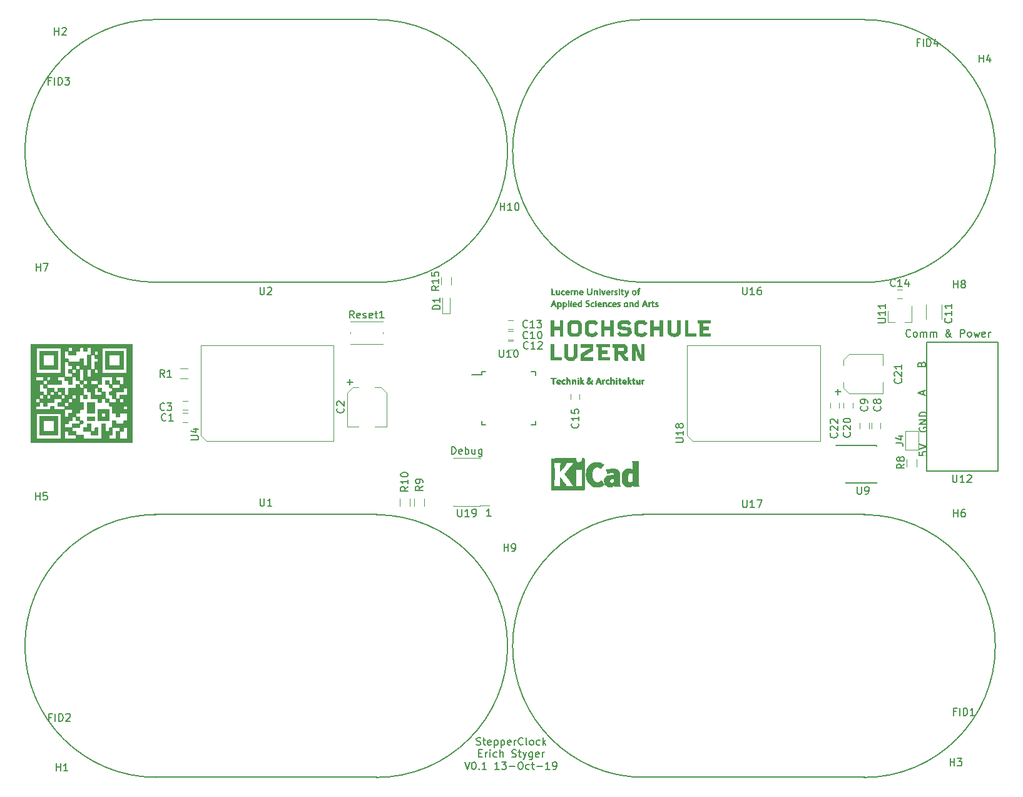
<source format=gbr>
G04 #@! TF.GenerationSoftware,KiCad,Pcbnew,(5.1.2)-2*
G04 #@! TF.CreationDate,2019-10-17T08:09:51+02:00*
G04 #@! TF.ProjectId,StepperClock,53746570-7065-4724-936c-6f636b2e6b69,rev?*
G04 #@! TF.SameCoordinates,Original*
G04 #@! TF.FileFunction,Legend,Top*
G04 #@! TF.FilePolarity,Positive*
%FSLAX46Y46*%
G04 Gerber Fmt 4.6, Leading zero omitted, Abs format (unit mm)*
G04 Created by KiCad (PCBNEW (5.1.2)-2) date 2019-10-17 08:09:51*
%MOMM*%
%LPD*%
G04 APERTURE LIST*
%ADD10C,0.150000*%
%ADD11C,0.120000*%
%ADD12C,0.010000*%
G04 APERTURE END LIST*
D10*
X193189371Y-86262882D02*
X193141752Y-86310501D01*
X192998895Y-86358120D01*
X192903657Y-86358120D01*
X192760800Y-86310501D01*
X192665561Y-86215263D01*
X192617942Y-86120025D01*
X192570323Y-85929549D01*
X192570323Y-85786692D01*
X192617942Y-85596216D01*
X192665561Y-85500978D01*
X192760800Y-85405740D01*
X192903657Y-85358120D01*
X192998895Y-85358120D01*
X193141752Y-85405740D01*
X193189371Y-85453359D01*
X193760800Y-86358120D02*
X193665561Y-86310501D01*
X193617942Y-86262882D01*
X193570323Y-86167644D01*
X193570323Y-85881930D01*
X193617942Y-85786692D01*
X193665561Y-85739073D01*
X193760800Y-85691454D01*
X193903657Y-85691454D01*
X193998895Y-85739073D01*
X194046514Y-85786692D01*
X194094133Y-85881930D01*
X194094133Y-86167644D01*
X194046514Y-86262882D01*
X193998895Y-86310501D01*
X193903657Y-86358120D01*
X193760800Y-86358120D01*
X194522704Y-86358120D02*
X194522704Y-85691454D01*
X194522704Y-85786692D02*
X194570323Y-85739073D01*
X194665561Y-85691454D01*
X194808419Y-85691454D01*
X194903657Y-85739073D01*
X194951276Y-85834311D01*
X194951276Y-86358120D01*
X194951276Y-85834311D02*
X194998895Y-85739073D01*
X195094133Y-85691454D01*
X195236990Y-85691454D01*
X195332228Y-85739073D01*
X195379847Y-85834311D01*
X195379847Y-86358120D01*
X195856038Y-86358120D02*
X195856038Y-85691454D01*
X195856038Y-85786692D02*
X195903657Y-85739073D01*
X195998895Y-85691454D01*
X196141752Y-85691454D01*
X196236990Y-85739073D01*
X196284609Y-85834311D01*
X196284609Y-86358120D01*
X196284609Y-85834311D02*
X196332228Y-85739073D01*
X196427466Y-85691454D01*
X196570323Y-85691454D01*
X196665561Y-85739073D01*
X196713180Y-85834311D01*
X196713180Y-86358120D01*
X198760800Y-86358120D02*
X198713180Y-86358120D01*
X198617942Y-86310501D01*
X198475085Y-86167644D01*
X198236990Y-85881930D01*
X198141752Y-85739073D01*
X198094133Y-85596216D01*
X198094133Y-85500978D01*
X198141752Y-85405740D01*
X198236990Y-85358120D01*
X198284609Y-85358120D01*
X198379847Y-85405740D01*
X198427466Y-85500978D01*
X198427466Y-85548597D01*
X198379847Y-85643835D01*
X198332228Y-85691454D01*
X198046514Y-85881930D01*
X197998895Y-85929549D01*
X197951276Y-86024787D01*
X197951276Y-86167644D01*
X197998895Y-86262882D01*
X198046514Y-86310501D01*
X198141752Y-86358120D01*
X198284609Y-86358120D01*
X198379847Y-86310501D01*
X198427466Y-86262882D01*
X198570323Y-86072406D01*
X198617942Y-85929549D01*
X198617942Y-85834311D01*
X199951276Y-86358120D02*
X199951276Y-85358120D01*
X200332228Y-85358120D01*
X200427466Y-85405740D01*
X200475085Y-85453359D01*
X200522704Y-85548597D01*
X200522704Y-85691454D01*
X200475085Y-85786692D01*
X200427466Y-85834311D01*
X200332228Y-85881930D01*
X199951276Y-85881930D01*
X201094133Y-86358120D02*
X200998895Y-86310501D01*
X200951276Y-86262882D01*
X200903657Y-86167644D01*
X200903657Y-85881930D01*
X200951276Y-85786692D01*
X200998895Y-85739073D01*
X201094133Y-85691454D01*
X201236990Y-85691454D01*
X201332228Y-85739073D01*
X201379847Y-85786692D01*
X201427466Y-85881930D01*
X201427466Y-86167644D01*
X201379847Y-86262882D01*
X201332228Y-86310501D01*
X201236990Y-86358120D01*
X201094133Y-86358120D01*
X201760800Y-85691454D02*
X201951276Y-86358120D01*
X202141752Y-85881930D01*
X202332228Y-86358120D01*
X202522704Y-85691454D01*
X203284609Y-86310501D02*
X203189371Y-86358120D01*
X202998895Y-86358120D01*
X202903657Y-86310501D01*
X202856038Y-86215263D01*
X202856038Y-85834311D01*
X202903657Y-85739073D01*
X202998895Y-85691454D01*
X203189371Y-85691454D01*
X203284609Y-85739073D01*
X203332228Y-85834311D01*
X203332228Y-85929549D01*
X202856038Y-86024787D01*
X203760800Y-86358120D02*
X203760800Y-85691454D01*
X203760800Y-85881930D02*
X203808419Y-85786692D01*
X203856038Y-85739073D01*
X203951276Y-85691454D01*
X204046514Y-85691454D01*
X131088180Y-102233120D02*
X131088180Y-101233120D01*
X131326276Y-101233120D01*
X131469133Y-101280740D01*
X131564371Y-101375978D01*
X131611990Y-101471216D01*
X131659609Y-101661692D01*
X131659609Y-101804549D01*
X131611990Y-101995025D01*
X131564371Y-102090263D01*
X131469133Y-102185501D01*
X131326276Y-102233120D01*
X131088180Y-102233120D01*
X132469133Y-102185501D02*
X132373895Y-102233120D01*
X132183419Y-102233120D01*
X132088180Y-102185501D01*
X132040561Y-102090263D01*
X132040561Y-101709311D01*
X132088180Y-101614073D01*
X132183419Y-101566454D01*
X132373895Y-101566454D01*
X132469133Y-101614073D01*
X132516752Y-101709311D01*
X132516752Y-101804549D01*
X132040561Y-101899787D01*
X132945323Y-102233120D02*
X132945323Y-101233120D01*
X132945323Y-101614073D02*
X133040561Y-101566454D01*
X133231038Y-101566454D01*
X133326276Y-101614073D01*
X133373895Y-101661692D01*
X133421514Y-101756930D01*
X133421514Y-102042644D01*
X133373895Y-102137882D01*
X133326276Y-102185501D01*
X133231038Y-102233120D01*
X133040561Y-102233120D01*
X132945323Y-102185501D01*
X134278657Y-101566454D02*
X134278657Y-102233120D01*
X133850085Y-101566454D02*
X133850085Y-102090263D01*
X133897704Y-102185501D01*
X133992942Y-102233120D01*
X134135800Y-102233120D01*
X134231038Y-102185501D01*
X134278657Y-102137882D01*
X135183419Y-101566454D02*
X135183419Y-102375978D01*
X135135800Y-102471216D01*
X135088180Y-102518835D01*
X134992942Y-102566454D01*
X134850085Y-102566454D01*
X134754847Y-102518835D01*
X135183419Y-102185501D02*
X135088180Y-102233120D01*
X134897704Y-102233120D01*
X134802466Y-102185501D01*
X134754847Y-102137882D01*
X134707228Y-102042644D01*
X134707228Y-101756930D01*
X134754847Y-101661692D01*
X134802466Y-101614073D01*
X134897704Y-101566454D01*
X135088180Y-101566454D01*
X135183419Y-101614073D01*
X136421514Y-110633120D02*
X135850085Y-110633120D01*
X136135800Y-110633120D02*
X136135800Y-109633120D01*
X136040561Y-109775978D01*
X135945323Y-109871216D01*
X135850085Y-109918835D01*
X134445323Y-141535501D02*
X134588180Y-141583120D01*
X134826276Y-141583120D01*
X134921514Y-141535501D01*
X134969133Y-141487882D01*
X135016752Y-141392644D01*
X135016752Y-141297406D01*
X134969133Y-141202168D01*
X134921514Y-141154549D01*
X134826276Y-141106930D01*
X134635800Y-141059311D01*
X134540561Y-141011692D01*
X134492942Y-140964073D01*
X134445323Y-140868835D01*
X134445323Y-140773597D01*
X134492942Y-140678359D01*
X134540561Y-140630740D01*
X134635800Y-140583120D01*
X134873895Y-140583120D01*
X135016752Y-140630740D01*
X135302466Y-140916454D02*
X135683419Y-140916454D01*
X135445323Y-140583120D02*
X135445323Y-141440263D01*
X135492942Y-141535501D01*
X135588180Y-141583120D01*
X135683419Y-141583120D01*
X136397704Y-141535501D02*
X136302466Y-141583120D01*
X136111990Y-141583120D01*
X136016752Y-141535501D01*
X135969133Y-141440263D01*
X135969133Y-141059311D01*
X136016752Y-140964073D01*
X136111990Y-140916454D01*
X136302466Y-140916454D01*
X136397704Y-140964073D01*
X136445323Y-141059311D01*
X136445323Y-141154549D01*
X135969133Y-141249787D01*
X136873895Y-140916454D02*
X136873895Y-141916454D01*
X136873895Y-140964073D02*
X136969133Y-140916454D01*
X137159609Y-140916454D01*
X137254847Y-140964073D01*
X137302466Y-141011692D01*
X137350085Y-141106930D01*
X137350085Y-141392644D01*
X137302466Y-141487882D01*
X137254847Y-141535501D01*
X137159609Y-141583120D01*
X136969133Y-141583120D01*
X136873895Y-141535501D01*
X137778657Y-140916454D02*
X137778657Y-141916454D01*
X137778657Y-140964073D02*
X137873895Y-140916454D01*
X138064371Y-140916454D01*
X138159609Y-140964073D01*
X138207228Y-141011692D01*
X138254847Y-141106930D01*
X138254847Y-141392644D01*
X138207228Y-141487882D01*
X138159609Y-141535501D01*
X138064371Y-141583120D01*
X137873895Y-141583120D01*
X137778657Y-141535501D01*
X139064371Y-141535501D02*
X138969133Y-141583120D01*
X138778657Y-141583120D01*
X138683419Y-141535501D01*
X138635800Y-141440263D01*
X138635800Y-141059311D01*
X138683419Y-140964073D01*
X138778657Y-140916454D01*
X138969133Y-140916454D01*
X139064371Y-140964073D01*
X139111990Y-141059311D01*
X139111990Y-141154549D01*
X138635800Y-141249787D01*
X139540561Y-141583120D02*
X139540561Y-140916454D01*
X139540561Y-141106930D02*
X139588180Y-141011692D01*
X139635800Y-140964073D01*
X139731038Y-140916454D01*
X139826276Y-140916454D01*
X140731038Y-141487882D02*
X140683419Y-141535501D01*
X140540561Y-141583120D01*
X140445323Y-141583120D01*
X140302466Y-141535501D01*
X140207228Y-141440263D01*
X140159609Y-141345025D01*
X140111990Y-141154549D01*
X140111990Y-141011692D01*
X140159609Y-140821216D01*
X140207228Y-140725978D01*
X140302466Y-140630740D01*
X140445323Y-140583120D01*
X140540561Y-140583120D01*
X140683419Y-140630740D01*
X140731038Y-140678359D01*
X141302466Y-141583120D02*
X141207228Y-141535501D01*
X141159609Y-141440263D01*
X141159609Y-140583120D01*
X141826276Y-141583120D02*
X141731038Y-141535501D01*
X141683419Y-141487882D01*
X141635800Y-141392644D01*
X141635800Y-141106930D01*
X141683419Y-141011692D01*
X141731038Y-140964073D01*
X141826276Y-140916454D01*
X141969133Y-140916454D01*
X142064371Y-140964073D01*
X142111990Y-141011692D01*
X142159609Y-141106930D01*
X142159609Y-141392644D01*
X142111990Y-141487882D01*
X142064371Y-141535501D01*
X141969133Y-141583120D01*
X141826276Y-141583120D01*
X143016752Y-141535501D02*
X142921514Y-141583120D01*
X142731038Y-141583120D01*
X142635800Y-141535501D01*
X142588180Y-141487882D01*
X142540561Y-141392644D01*
X142540561Y-141106930D01*
X142588180Y-141011692D01*
X142635800Y-140964073D01*
X142731038Y-140916454D01*
X142921514Y-140916454D01*
X143016752Y-140964073D01*
X143445323Y-141583120D02*
X143445323Y-140583120D01*
X143540561Y-141202168D02*
X143826276Y-141583120D01*
X143826276Y-140916454D02*
X143445323Y-141297406D01*
X134778657Y-142709311D02*
X135111990Y-142709311D01*
X135254847Y-143233120D02*
X134778657Y-143233120D01*
X134778657Y-142233120D01*
X135254847Y-142233120D01*
X135683419Y-143233120D02*
X135683419Y-142566454D01*
X135683419Y-142756930D02*
X135731038Y-142661692D01*
X135778657Y-142614073D01*
X135873895Y-142566454D01*
X135969133Y-142566454D01*
X136302466Y-143233120D02*
X136302466Y-142566454D01*
X136302466Y-142233120D02*
X136254847Y-142280740D01*
X136302466Y-142328359D01*
X136350085Y-142280740D01*
X136302466Y-142233120D01*
X136302466Y-142328359D01*
X137207228Y-143185501D02*
X137111990Y-143233120D01*
X136921514Y-143233120D01*
X136826276Y-143185501D01*
X136778657Y-143137882D01*
X136731038Y-143042644D01*
X136731038Y-142756930D01*
X136778657Y-142661692D01*
X136826276Y-142614073D01*
X136921514Y-142566454D01*
X137111990Y-142566454D01*
X137207228Y-142614073D01*
X137635800Y-143233120D02*
X137635800Y-142233120D01*
X138064371Y-143233120D02*
X138064371Y-142709311D01*
X138016752Y-142614073D01*
X137921514Y-142566454D01*
X137778657Y-142566454D01*
X137683419Y-142614073D01*
X137635800Y-142661692D01*
X139254847Y-143185501D02*
X139397704Y-143233120D01*
X139635800Y-143233120D01*
X139731038Y-143185501D01*
X139778657Y-143137882D01*
X139826276Y-143042644D01*
X139826276Y-142947406D01*
X139778657Y-142852168D01*
X139731038Y-142804549D01*
X139635800Y-142756930D01*
X139445323Y-142709311D01*
X139350085Y-142661692D01*
X139302466Y-142614073D01*
X139254847Y-142518835D01*
X139254847Y-142423597D01*
X139302466Y-142328359D01*
X139350085Y-142280740D01*
X139445323Y-142233120D01*
X139683419Y-142233120D01*
X139826276Y-142280740D01*
X140111990Y-142566454D02*
X140492942Y-142566454D01*
X140254847Y-142233120D02*
X140254847Y-143090263D01*
X140302466Y-143185501D01*
X140397704Y-143233120D01*
X140492942Y-143233120D01*
X140731038Y-142566454D02*
X140969133Y-143233120D01*
X141207228Y-142566454D02*
X140969133Y-143233120D01*
X140873895Y-143471216D01*
X140826276Y-143518835D01*
X140731038Y-143566454D01*
X142016752Y-142566454D02*
X142016752Y-143375978D01*
X141969133Y-143471216D01*
X141921514Y-143518835D01*
X141826276Y-143566454D01*
X141683419Y-143566454D01*
X141588180Y-143518835D01*
X142016752Y-143185501D02*
X141921514Y-143233120D01*
X141731038Y-143233120D01*
X141635800Y-143185501D01*
X141588180Y-143137882D01*
X141540561Y-143042644D01*
X141540561Y-142756930D01*
X141588180Y-142661692D01*
X141635800Y-142614073D01*
X141731038Y-142566454D01*
X141921514Y-142566454D01*
X142016752Y-142614073D01*
X142873895Y-143185501D02*
X142778657Y-143233120D01*
X142588180Y-143233120D01*
X142492942Y-143185501D01*
X142445323Y-143090263D01*
X142445323Y-142709311D01*
X142492942Y-142614073D01*
X142588180Y-142566454D01*
X142778657Y-142566454D01*
X142873895Y-142614073D01*
X142921514Y-142709311D01*
X142921514Y-142804549D01*
X142445323Y-142899787D01*
X143350085Y-143233120D02*
X143350085Y-142566454D01*
X143350085Y-142756930D02*
X143397704Y-142661692D01*
X143445323Y-142614073D01*
X143540561Y-142566454D01*
X143635800Y-142566454D01*
X132850085Y-143883120D02*
X133183419Y-144883120D01*
X133516752Y-143883120D01*
X134040561Y-143883120D02*
X134135800Y-143883120D01*
X134231038Y-143930740D01*
X134278657Y-143978359D01*
X134326276Y-144073597D01*
X134373895Y-144264073D01*
X134373895Y-144502168D01*
X134326276Y-144692644D01*
X134278657Y-144787882D01*
X134231038Y-144835501D01*
X134135800Y-144883120D01*
X134040561Y-144883120D01*
X133945323Y-144835501D01*
X133897704Y-144787882D01*
X133850085Y-144692644D01*
X133802466Y-144502168D01*
X133802466Y-144264073D01*
X133850085Y-144073597D01*
X133897704Y-143978359D01*
X133945323Y-143930740D01*
X134040561Y-143883120D01*
X134802466Y-144787882D02*
X134850085Y-144835501D01*
X134802466Y-144883120D01*
X134754847Y-144835501D01*
X134802466Y-144787882D01*
X134802466Y-144883120D01*
X135802466Y-144883120D02*
X135231038Y-144883120D01*
X135516752Y-144883120D02*
X135516752Y-143883120D01*
X135421514Y-144025978D01*
X135326276Y-144121216D01*
X135231038Y-144168835D01*
X137516752Y-144883120D02*
X136945323Y-144883120D01*
X137231038Y-144883120D02*
X137231038Y-143883120D01*
X137135800Y-144025978D01*
X137040561Y-144121216D01*
X136945323Y-144168835D01*
X137850085Y-143883120D02*
X138469133Y-143883120D01*
X138135800Y-144264073D01*
X138278657Y-144264073D01*
X138373895Y-144311692D01*
X138421514Y-144359311D01*
X138469133Y-144454549D01*
X138469133Y-144692644D01*
X138421514Y-144787882D01*
X138373895Y-144835501D01*
X138278657Y-144883120D01*
X137992942Y-144883120D01*
X137897704Y-144835501D01*
X137850085Y-144787882D01*
X138897704Y-144502168D02*
X139659609Y-144502168D01*
X140326276Y-143883120D02*
X140516752Y-143883120D01*
X140611990Y-143930740D01*
X140707228Y-144025978D01*
X140754847Y-144216454D01*
X140754847Y-144549787D01*
X140707228Y-144740263D01*
X140611990Y-144835501D01*
X140516752Y-144883120D01*
X140326276Y-144883120D01*
X140231038Y-144835501D01*
X140135800Y-144740263D01*
X140088180Y-144549787D01*
X140088180Y-144216454D01*
X140135800Y-144025978D01*
X140231038Y-143930740D01*
X140326276Y-143883120D01*
X141611990Y-144835501D02*
X141516752Y-144883120D01*
X141326276Y-144883120D01*
X141231038Y-144835501D01*
X141183419Y-144787882D01*
X141135800Y-144692644D01*
X141135800Y-144406930D01*
X141183419Y-144311692D01*
X141231038Y-144264073D01*
X141326276Y-144216454D01*
X141516752Y-144216454D01*
X141611990Y-144264073D01*
X141897704Y-144216454D02*
X142278657Y-144216454D01*
X142040561Y-143883120D02*
X142040561Y-144740263D01*
X142088180Y-144835501D01*
X142183419Y-144883120D01*
X142278657Y-144883120D01*
X142611990Y-144502168D02*
X143373895Y-144502168D01*
X144373895Y-144883120D02*
X143802466Y-144883120D01*
X144088180Y-144883120D02*
X144088180Y-143883120D01*
X143992942Y-144025978D01*
X143897704Y-144121216D01*
X143802466Y-144168835D01*
X144850085Y-144883120D02*
X145040561Y-144883120D01*
X145135800Y-144835501D01*
X145183419Y-144787882D01*
X145278657Y-144645025D01*
X145326276Y-144454549D01*
X145326276Y-144073597D01*
X145278657Y-143978359D01*
X145231038Y-143930740D01*
X145135800Y-143883120D01*
X144945323Y-143883120D01*
X144850085Y-143930740D01*
X144802466Y-143978359D01*
X144754847Y-144073597D01*
X144754847Y-144311692D01*
X144802466Y-144406930D01*
X144850085Y-144454549D01*
X144945323Y-144502168D01*
X145135800Y-144502168D01*
X145231038Y-144454549D01*
X145278657Y-144406930D01*
X145326276Y-144311692D01*
X91125800Y-145960740D02*
G75*
G02X91125800Y-110400740I0J17780000D01*
G01*
X120875800Y-110420740D02*
G75*
G02X120875800Y-145980740I0J-17780000D01*
G01*
X121065800Y-145920740D02*
X90825800Y-145920740D01*
X121065800Y-110360740D02*
X90825800Y-110360740D01*
X91125800Y-78960740D02*
G75*
G02X91125800Y-43400740I0J17780000D01*
G01*
X120875800Y-43420740D02*
G75*
G02X120875800Y-78980740I0J-17780000D01*
G01*
X121065800Y-78920740D02*
X90825800Y-78920740D01*
X121065800Y-43360740D02*
X90825800Y-43360740D01*
X157125800Y-78960740D02*
G75*
G02X157125800Y-43400740I0J17780000D01*
G01*
X186875800Y-43420740D02*
G75*
G02X186875800Y-78980740I0J-17780000D01*
G01*
X187065800Y-78920740D02*
X156825800Y-78920740D01*
X187065800Y-43360740D02*
X156825800Y-43360740D01*
X157125800Y-145960740D02*
G75*
G02X157125800Y-110400740I0J17780000D01*
G01*
X186875800Y-110420740D02*
G75*
G02X186875800Y-145980740I0J-17780000D01*
G01*
X187065800Y-145920740D02*
X156825800Y-145920740D01*
X187065800Y-110360740D02*
X156825800Y-110360740D01*
D11*
X121785800Y-85855740D02*
X121785800Y-85755740D01*
X117385800Y-87355740D02*
X121785800Y-87355740D01*
X121785800Y-84255740D02*
X117385800Y-84255740D01*
X117385800Y-85855740D02*
X117385800Y-85755740D01*
D12*
G36*
X87868800Y-100648240D02*
G01*
X74152800Y-100648240D01*
X74152800Y-96711240D01*
X74851300Y-96711240D01*
X74851300Y-100076740D01*
X78216800Y-100076740D01*
X78216800Y-99124240D01*
X78724800Y-99124240D01*
X78724800Y-100140240D01*
X80248800Y-100140240D01*
X80248800Y-99632240D01*
X79232800Y-99632240D01*
X79232800Y-99124240D01*
X78724800Y-99124240D01*
X78216800Y-99124240D01*
X78216800Y-98108240D01*
X78724800Y-98108240D01*
X78724800Y-98616240D01*
X79740800Y-98616240D01*
X79740800Y-99124240D01*
X80248800Y-99124240D01*
X80248800Y-99632240D01*
X81201300Y-99632240D01*
X81201300Y-100140240D01*
X83677800Y-100140240D01*
X83677800Y-99886240D01*
X84693800Y-99886240D01*
X84693800Y-100140240D01*
X85646300Y-100140240D01*
X86154300Y-100140240D01*
X87170300Y-100140240D01*
X87170300Y-98616240D01*
X86662300Y-98616240D01*
X86662300Y-99124240D01*
X86154300Y-99124240D01*
X86154300Y-100140240D01*
X85646300Y-100140240D01*
X85646300Y-99124240D01*
X86154300Y-99124240D01*
X86154300Y-98616240D01*
X85138300Y-98616240D01*
X85138300Y-99632240D01*
X84916050Y-99632240D01*
X84773751Y-99639929D01*
X84710512Y-99687408D01*
X84694296Y-99811290D01*
X84693800Y-99886240D01*
X83677800Y-99886240D01*
X83677800Y-98108240D01*
X84185800Y-98108240D01*
X84185800Y-99124240D01*
X84693800Y-99124240D01*
X84693800Y-98870240D01*
X84700528Y-98707612D01*
X84742072Y-98635340D01*
X84850469Y-98616807D01*
X84916050Y-98616240D01*
X85138300Y-98616240D01*
X85138300Y-97663740D01*
X85392300Y-97663740D01*
X85554927Y-97670468D01*
X85627199Y-97712012D01*
X85645732Y-97820409D01*
X85646300Y-97885990D01*
X85646300Y-98108240D01*
X86662300Y-98108240D01*
X86662300Y-97885990D01*
X86669989Y-97743691D01*
X86717468Y-97680452D01*
X86841350Y-97664236D01*
X86916300Y-97663740D01*
X87170300Y-97663740D01*
X87170300Y-96647740D01*
X86154300Y-96647740D01*
X86154300Y-97155740D01*
X85646300Y-97155740D01*
X85646300Y-96647740D01*
X85138300Y-96647740D01*
X85138300Y-95917490D01*
X86662300Y-95917490D01*
X86669989Y-96059788D01*
X86717468Y-96123027D01*
X86841350Y-96139243D01*
X86916300Y-96139740D01*
X87078927Y-96133011D01*
X87151199Y-96091467D01*
X87169732Y-95983070D01*
X87170300Y-95917490D01*
X87162610Y-95775191D01*
X87115131Y-95711952D01*
X86991249Y-95695736D01*
X86916300Y-95695240D01*
X86753672Y-95701968D01*
X86681400Y-95743512D01*
X86662867Y-95851909D01*
X86662300Y-95917490D01*
X85138300Y-95917490D01*
X85138300Y-95695240D01*
X84916050Y-95695240D01*
X84773751Y-95687550D01*
X84710512Y-95640071D01*
X84694296Y-95516189D01*
X84693800Y-95441240D01*
X84693800Y-95187240D01*
X85646300Y-95187240D01*
X85646300Y-94679240D01*
X85138300Y-94679240D01*
X85138300Y-94425240D01*
X85131571Y-94262612D01*
X85090027Y-94190340D01*
X84981630Y-94171807D01*
X84916050Y-94171240D01*
X84767091Y-94161410D01*
X84706001Y-94105950D01*
X84693827Y-93965906D01*
X84693800Y-93948990D01*
X84703629Y-93800031D01*
X84759089Y-93738941D01*
X84899133Y-93726767D01*
X84916050Y-93726740D01*
X85646300Y-93726740D01*
X85646300Y-94679240D01*
X86154300Y-94679240D01*
X86154300Y-95187240D01*
X86662300Y-95187240D01*
X86662300Y-94679240D01*
X86154300Y-94679240D01*
X86154300Y-94171240D01*
X87170300Y-94171240D01*
X87170300Y-93218740D01*
X86662300Y-93218740D01*
X86662300Y-93726740D01*
X85646300Y-93726740D01*
X84916050Y-93726740D01*
X85058348Y-93719050D01*
X85121587Y-93671571D01*
X85137803Y-93547689D01*
X85138300Y-93472740D01*
X85138300Y-93218740D01*
X86154300Y-93218740D01*
X86154300Y-92710740D01*
X85138300Y-92710740D01*
X85138300Y-91694740D01*
X85646300Y-91694740D01*
X85646300Y-92202740D01*
X86154300Y-92202740D01*
X86154300Y-92710740D01*
X86662300Y-92710740D01*
X86662300Y-91694740D01*
X85646300Y-91694740D01*
X85138300Y-91694740D01*
X83677800Y-91694740D01*
X83677800Y-92710740D01*
X83169800Y-92710740D01*
X83169800Y-92964740D01*
X83163071Y-93127367D01*
X83121527Y-93199639D01*
X83013130Y-93218172D01*
X82947550Y-93218740D01*
X82725300Y-93218740D01*
X82725300Y-94171240D01*
X83677800Y-94171240D01*
X83677800Y-93948990D01*
X83685489Y-93806691D01*
X83732968Y-93743452D01*
X83856850Y-93727236D01*
X83931800Y-93726740D01*
X84185800Y-93726740D01*
X84185800Y-94679240D01*
X83677800Y-94679240D01*
X83677800Y-95187240D01*
X83169800Y-95187240D01*
X83169800Y-94679240D01*
X82217300Y-94679240D01*
X82217300Y-93726740D01*
X81709300Y-93726740D01*
X81709300Y-93218740D01*
X81201300Y-93218740D01*
X81201300Y-94171240D01*
X80756800Y-94171240D01*
X80756800Y-95187240D01*
X81201300Y-95187240D01*
X81201300Y-96139740D01*
X80979050Y-96139740D01*
X80836751Y-96147429D01*
X80773512Y-96194908D01*
X80757296Y-96318790D01*
X80756800Y-96393740D01*
X80756800Y-96647740D01*
X80248800Y-96647740D01*
X80248800Y-97155740D01*
X79740800Y-97155740D01*
X79740800Y-97663740D01*
X79486800Y-97663740D01*
X79324172Y-97670468D01*
X79251900Y-97712012D01*
X79233367Y-97820409D01*
X79232800Y-97885990D01*
X79225110Y-98028288D01*
X79177631Y-98091527D01*
X79053749Y-98107743D01*
X78978800Y-98108240D01*
X78724800Y-98108240D01*
X78216800Y-98108240D01*
X78216800Y-97155740D01*
X78724800Y-97155740D01*
X79232800Y-97155740D01*
X79232800Y-96647740D01*
X79740800Y-96647740D01*
X79740800Y-96139740D01*
X78724800Y-96139740D01*
X78724800Y-97155740D01*
X78216800Y-97155740D01*
X78216800Y-96711240D01*
X74851300Y-96711240D01*
X74152800Y-96711240D01*
X74152800Y-94679240D01*
X74787800Y-94679240D01*
X74787800Y-95187240D01*
X75295800Y-95187240D01*
X75295800Y-95695240D01*
X75041800Y-95695240D01*
X74879172Y-95701968D01*
X74806900Y-95743512D01*
X74788367Y-95851909D01*
X74787800Y-95917490D01*
X74787800Y-96139740D01*
X76756300Y-96139740D01*
X76756300Y-95917490D01*
X76763989Y-95775191D01*
X76811468Y-95711952D01*
X76935350Y-95695736D01*
X77010300Y-95695240D01*
X77172927Y-95701968D01*
X77245199Y-95743512D01*
X77263732Y-95851909D01*
X77264300Y-95917490D01*
X77264300Y-96139740D01*
X78724800Y-96139740D01*
X78724800Y-95917490D01*
X78732489Y-95775191D01*
X78779968Y-95711952D01*
X78903850Y-95695736D01*
X78978800Y-95695240D01*
X79232800Y-95695240D01*
X79232800Y-95187240D01*
X78724800Y-95187240D01*
X78724800Y-95695240D01*
X77772300Y-95695240D01*
X77772300Y-95187240D01*
X78280300Y-95187240D01*
X78280300Y-94933240D01*
X78287028Y-94770612D01*
X78328572Y-94698340D01*
X78436969Y-94679807D01*
X78502550Y-94679240D01*
X79232800Y-94679240D01*
X79232800Y-95187240D01*
X79740800Y-95187240D01*
X79740800Y-94679240D01*
X79232800Y-94679240D01*
X78502550Y-94679240D01*
X78644848Y-94671550D01*
X78708087Y-94624071D01*
X78724303Y-94500189D01*
X78724800Y-94425240D01*
X78724800Y-94171240D01*
X79232800Y-94171240D01*
X79740800Y-94171240D01*
X79740800Y-94679240D01*
X80248800Y-94679240D01*
X80248800Y-94171240D01*
X79740800Y-94171240D01*
X79232800Y-94171240D01*
X79232800Y-93218740D01*
X80248800Y-93218740D01*
X80248800Y-92710740D01*
X80756800Y-92710740D01*
X80756800Y-92964740D01*
X80763528Y-93127367D01*
X80805072Y-93199639D01*
X80913469Y-93218172D01*
X80979050Y-93218740D01*
X81201300Y-93218740D01*
X81201300Y-92710740D01*
X81709300Y-92710740D01*
X81709300Y-92202740D01*
X82217300Y-92202740D01*
X82217300Y-92710740D01*
X83169800Y-92710740D01*
X83169800Y-92202740D01*
X82217300Y-92202740D01*
X81709300Y-92202740D01*
X81201300Y-92202740D01*
X81201300Y-90742240D01*
X81709300Y-90742240D01*
X81709300Y-91694740D01*
X82217300Y-91694740D01*
X82217300Y-90742240D01*
X81709300Y-90742240D01*
X81201300Y-90742240D01*
X80979050Y-90742240D01*
X80836751Y-90734550D01*
X80773512Y-90687071D01*
X80757296Y-90563189D01*
X80756800Y-90488240D01*
X80756800Y-90234240D01*
X80248800Y-90234240D01*
X80248800Y-90742240D01*
X79740800Y-90742240D01*
X79740800Y-90234240D01*
X79232800Y-90234240D01*
X79232800Y-89726240D01*
X80756800Y-89726240D01*
X80756800Y-89503990D01*
X80766629Y-89355031D01*
X80822089Y-89293941D01*
X80962133Y-89281767D01*
X80979050Y-89281740D01*
X81201300Y-89281740D01*
X81201300Y-90234240D01*
X81709300Y-90234240D01*
X81709300Y-88773740D01*
X82217300Y-88773740D01*
X82217300Y-90742240D01*
X82725300Y-90742240D01*
X82725300Y-90996240D01*
X82732028Y-91158867D01*
X82773572Y-91231139D01*
X82881969Y-91249672D01*
X82947550Y-91250240D01*
X83089848Y-91242550D01*
X83153087Y-91195071D01*
X83169303Y-91071189D01*
X83169800Y-90996240D01*
X83163071Y-90833612D01*
X83121527Y-90761340D01*
X83013130Y-90742807D01*
X82947550Y-90742240D01*
X82725300Y-90742240D01*
X82725300Y-89726240D01*
X82947550Y-89726240D01*
X83096508Y-89716410D01*
X83157598Y-89660950D01*
X83169772Y-89520906D01*
X83169800Y-89503990D01*
X83159970Y-89355031D01*
X83104510Y-89293941D01*
X82964466Y-89281767D01*
X82947550Y-89281740D01*
X82805251Y-89274050D01*
X82742012Y-89226571D01*
X82725796Y-89102689D01*
X82725300Y-89027740D01*
X82732028Y-88865112D01*
X82773572Y-88792840D01*
X82881969Y-88774307D01*
X82947550Y-88773740D01*
X83089848Y-88766050D01*
X83153087Y-88718571D01*
X83169303Y-88594689D01*
X83169800Y-88519740D01*
X83163071Y-88357112D01*
X83121527Y-88284840D01*
X83013130Y-88266307D01*
X82947550Y-88265740D01*
X82805251Y-88273429D01*
X82742012Y-88320908D01*
X82725796Y-88444790D01*
X82725300Y-88519740D01*
X82725300Y-88773740D01*
X82217300Y-88773740D01*
X82217300Y-87821240D01*
X83741300Y-87821240D01*
X83741300Y-91186740D01*
X87106800Y-91186740D01*
X87106800Y-87821240D01*
X83741300Y-87821240D01*
X82217300Y-87821240D01*
X82217300Y-87757740D01*
X81709300Y-87757740D01*
X81709300Y-88265740D01*
X81201300Y-88265740D01*
X81201300Y-88011740D01*
X81194571Y-87849112D01*
X81153027Y-87776840D01*
X81044630Y-87758307D01*
X80979050Y-87757740D01*
X80836751Y-87765429D01*
X80773512Y-87812908D01*
X80757296Y-87936790D01*
X80756800Y-88011740D01*
X80756800Y-88265740D01*
X80248800Y-88265740D01*
X80248800Y-88773740D01*
X79232800Y-88773740D01*
X79232800Y-88265740D01*
X78724800Y-88265740D01*
X78724800Y-89281740D01*
X78978800Y-89281740D01*
X79141427Y-89288468D01*
X79213699Y-89330012D01*
X79232232Y-89438409D01*
X79232800Y-89503990D01*
X79225110Y-89646288D01*
X79177631Y-89709527D01*
X79053749Y-89725743D01*
X78978800Y-89726240D01*
X78724800Y-89726240D01*
X78724800Y-91694740D01*
X77772300Y-91694740D01*
X77772300Y-92202740D01*
X78280300Y-92202740D01*
X78280300Y-92710740D01*
X76311800Y-92710740D01*
X76311800Y-92456740D01*
X76318528Y-92294112D01*
X76360072Y-92221840D01*
X76468469Y-92203307D01*
X76534050Y-92202740D01*
X76676348Y-92195050D01*
X76739587Y-92147571D01*
X76755803Y-92023689D01*
X76756300Y-91948740D01*
X76749571Y-91786112D01*
X76708027Y-91713840D01*
X76599630Y-91695307D01*
X76534050Y-91694740D01*
X76391751Y-91702429D01*
X76328512Y-91749908D01*
X76312296Y-91873790D01*
X76311800Y-91948740D01*
X76311800Y-92202740D01*
X75803800Y-92202740D01*
X75803800Y-92710740D01*
X75295800Y-92710740D01*
X75295800Y-93726740D01*
X75549800Y-93726740D01*
X75712427Y-93733468D01*
X75784699Y-93775012D01*
X75803232Y-93883409D01*
X75803800Y-93948990D01*
X75796110Y-94091288D01*
X75748631Y-94154527D01*
X75624749Y-94170743D01*
X75549800Y-94171240D01*
X75295800Y-94171240D01*
X75295800Y-94679240D01*
X74787800Y-94679240D01*
X74152800Y-94679240D01*
X74152800Y-91694740D01*
X74787800Y-91694740D01*
X74787800Y-92202740D01*
X75803800Y-92202740D01*
X75803800Y-91694740D01*
X74787800Y-91694740D01*
X74152800Y-91694740D01*
X74152800Y-87821240D01*
X74851300Y-87821240D01*
X74851300Y-91186740D01*
X78216800Y-91186740D01*
X78216800Y-87821240D01*
X74851300Y-87821240D01*
X74152800Y-87821240D01*
X74152800Y-87757740D01*
X79232800Y-87757740D01*
X79232800Y-88265740D01*
X79740800Y-88265740D01*
X79740800Y-87757740D01*
X79232800Y-87757740D01*
X74152800Y-87757740D01*
X74152800Y-87313240D01*
X87868800Y-87313240D01*
X87868800Y-100648240D01*
X87868800Y-100648240D01*
G37*
X87868800Y-100648240D02*
X74152800Y-100648240D01*
X74152800Y-96711240D01*
X74851300Y-96711240D01*
X74851300Y-100076740D01*
X78216800Y-100076740D01*
X78216800Y-99124240D01*
X78724800Y-99124240D01*
X78724800Y-100140240D01*
X80248800Y-100140240D01*
X80248800Y-99632240D01*
X79232800Y-99632240D01*
X79232800Y-99124240D01*
X78724800Y-99124240D01*
X78216800Y-99124240D01*
X78216800Y-98108240D01*
X78724800Y-98108240D01*
X78724800Y-98616240D01*
X79740800Y-98616240D01*
X79740800Y-99124240D01*
X80248800Y-99124240D01*
X80248800Y-99632240D01*
X81201300Y-99632240D01*
X81201300Y-100140240D01*
X83677800Y-100140240D01*
X83677800Y-99886240D01*
X84693800Y-99886240D01*
X84693800Y-100140240D01*
X85646300Y-100140240D01*
X86154300Y-100140240D01*
X87170300Y-100140240D01*
X87170300Y-98616240D01*
X86662300Y-98616240D01*
X86662300Y-99124240D01*
X86154300Y-99124240D01*
X86154300Y-100140240D01*
X85646300Y-100140240D01*
X85646300Y-99124240D01*
X86154300Y-99124240D01*
X86154300Y-98616240D01*
X85138300Y-98616240D01*
X85138300Y-99632240D01*
X84916050Y-99632240D01*
X84773751Y-99639929D01*
X84710512Y-99687408D01*
X84694296Y-99811290D01*
X84693800Y-99886240D01*
X83677800Y-99886240D01*
X83677800Y-98108240D01*
X84185800Y-98108240D01*
X84185800Y-99124240D01*
X84693800Y-99124240D01*
X84693800Y-98870240D01*
X84700528Y-98707612D01*
X84742072Y-98635340D01*
X84850469Y-98616807D01*
X84916050Y-98616240D01*
X85138300Y-98616240D01*
X85138300Y-97663740D01*
X85392300Y-97663740D01*
X85554927Y-97670468D01*
X85627199Y-97712012D01*
X85645732Y-97820409D01*
X85646300Y-97885990D01*
X85646300Y-98108240D01*
X86662300Y-98108240D01*
X86662300Y-97885990D01*
X86669989Y-97743691D01*
X86717468Y-97680452D01*
X86841350Y-97664236D01*
X86916300Y-97663740D01*
X87170300Y-97663740D01*
X87170300Y-96647740D01*
X86154300Y-96647740D01*
X86154300Y-97155740D01*
X85646300Y-97155740D01*
X85646300Y-96647740D01*
X85138300Y-96647740D01*
X85138300Y-95917490D01*
X86662300Y-95917490D01*
X86669989Y-96059788D01*
X86717468Y-96123027D01*
X86841350Y-96139243D01*
X86916300Y-96139740D01*
X87078927Y-96133011D01*
X87151199Y-96091467D01*
X87169732Y-95983070D01*
X87170300Y-95917490D01*
X87162610Y-95775191D01*
X87115131Y-95711952D01*
X86991249Y-95695736D01*
X86916300Y-95695240D01*
X86753672Y-95701968D01*
X86681400Y-95743512D01*
X86662867Y-95851909D01*
X86662300Y-95917490D01*
X85138300Y-95917490D01*
X85138300Y-95695240D01*
X84916050Y-95695240D01*
X84773751Y-95687550D01*
X84710512Y-95640071D01*
X84694296Y-95516189D01*
X84693800Y-95441240D01*
X84693800Y-95187240D01*
X85646300Y-95187240D01*
X85646300Y-94679240D01*
X85138300Y-94679240D01*
X85138300Y-94425240D01*
X85131571Y-94262612D01*
X85090027Y-94190340D01*
X84981630Y-94171807D01*
X84916050Y-94171240D01*
X84767091Y-94161410D01*
X84706001Y-94105950D01*
X84693827Y-93965906D01*
X84693800Y-93948990D01*
X84703629Y-93800031D01*
X84759089Y-93738941D01*
X84899133Y-93726767D01*
X84916050Y-93726740D01*
X85646300Y-93726740D01*
X85646300Y-94679240D01*
X86154300Y-94679240D01*
X86154300Y-95187240D01*
X86662300Y-95187240D01*
X86662300Y-94679240D01*
X86154300Y-94679240D01*
X86154300Y-94171240D01*
X87170300Y-94171240D01*
X87170300Y-93218740D01*
X86662300Y-93218740D01*
X86662300Y-93726740D01*
X85646300Y-93726740D01*
X84916050Y-93726740D01*
X85058348Y-93719050D01*
X85121587Y-93671571D01*
X85137803Y-93547689D01*
X85138300Y-93472740D01*
X85138300Y-93218740D01*
X86154300Y-93218740D01*
X86154300Y-92710740D01*
X85138300Y-92710740D01*
X85138300Y-91694740D01*
X85646300Y-91694740D01*
X85646300Y-92202740D01*
X86154300Y-92202740D01*
X86154300Y-92710740D01*
X86662300Y-92710740D01*
X86662300Y-91694740D01*
X85646300Y-91694740D01*
X85138300Y-91694740D01*
X83677800Y-91694740D01*
X83677800Y-92710740D01*
X83169800Y-92710740D01*
X83169800Y-92964740D01*
X83163071Y-93127367D01*
X83121527Y-93199639D01*
X83013130Y-93218172D01*
X82947550Y-93218740D01*
X82725300Y-93218740D01*
X82725300Y-94171240D01*
X83677800Y-94171240D01*
X83677800Y-93948990D01*
X83685489Y-93806691D01*
X83732968Y-93743452D01*
X83856850Y-93727236D01*
X83931800Y-93726740D01*
X84185800Y-93726740D01*
X84185800Y-94679240D01*
X83677800Y-94679240D01*
X83677800Y-95187240D01*
X83169800Y-95187240D01*
X83169800Y-94679240D01*
X82217300Y-94679240D01*
X82217300Y-93726740D01*
X81709300Y-93726740D01*
X81709300Y-93218740D01*
X81201300Y-93218740D01*
X81201300Y-94171240D01*
X80756800Y-94171240D01*
X80756800Y-95187240D01*
X81201300Y-95187240D01*
X81201300Y-96139740D01*
X80979050Y-96139740D01*
X80836751Y-96147429D01*
X80773512Y-96194908D01*
X80757296Y-96318790D01*
X80756800Y-96393740D01*
X80756800Y-96647740D01*
X80248800Y-96647740D01*
X80248800Y-97155740D01*
X79740800Y-97155740D01*
X79740800Y-97663740D01*
X79486800Y-97663740D01*
X79324172Y-97670468D01*
X79251900Y-97712012D01*
X79233367Y-97820409D01*
X79232800Y-97885990D01*
X79225110Y-98028288D01*
X79177631Y-98091527D01*
X79053749Y-98107743D01*
X78978800Y-98108240D01*
X78724800Y-98108240D01*
X78216800Y-98108240D01*
X78216800Y-97155740D01*
X78724800Y-97155740D01*
X79232800Y-97155740D01*
X79232800Y-96647740D01*
X79740800Y-96647740D01*
X79740800Y-96139740D01*
X78724800Y-96139740D01*
X78724800Y-97155740D01*
X78216800Y-97155740D01*
X78216800Y-96711240D01*
X74851300Y-96711240D01*
X74152800Y-96711240D01*
X74152800Y-94679240D01*
X74787800Y-94679240D01*
X74787800Y-95187240D01*
X75295800Y-95187240D01*
X75295800Y-95695240D01*
X75041800Y-95695240D01*
X74879172Y-95701968D01*
X74806900Y-95743512D01*
X74788367Y-95851909D01*
X74787800Y-95917490D01*
X74787800Y-96139740D01*
X76756300Y-96139740D01*
X76756300Y-95917490D01*
X76763989Y-95775191D01*
X76811468Y-95711952D01*
X76935350Y-95695736D01*
X77010300Y-95695240D01*
X77172927Y-95701968D01*
X77245199Y-95743512D01*
X77263732Y-95851909D01*
X77264300Y-95917490D01*
X77264300Y-96139740D01*
X78724800Y-96139740D01*
X78724800Y-95917490D01*
X78732489Y-95775191D01*
X78779968Y-95711952D01*
X78903850Y-95695736D01*
X78978800Y-95695240D01*
X79232800Y-95695240D01*
X79232800Y-95187240D01*
X78724800Y-95187240D01*
X78724800Y-95695240D01*
X77772300Y-95695240D01*
X77772300Y-95187240D01*
X78280300Y-95187240D01*
X78280300Y-94933240D01*
X78287028Y-94770612D01*
X78328572Y-94698340D01*
X78436969Y-94679807D01*
X78502550Y-94679240D01*
X79232800Y-94679240D01*
X79232800Y-95187240D01*
X79740800Y-95187240D01*
X79740800Y-94679240D01*
X79232800Y-94679240D01*
X78502550Y-94679240D01*
X78644848Y-94671550D01*
X78708087Y-94624071D01*
X78724303Y-94500189D01*
X78724800Y-94425240D01*
X78724800Y-94171240D01*
X79232800Y-94171240D01*
X79740800Y-94171240D01*
X79740800Y-94679240D01*
X80248800Y-94679240D01*
X80248800Y-94171240D01*
X79740800Y-94171240D01*
X79232800Y-94171240D01*
X79232800Y-93218740D01*
X80248800Y-93218740D01*
X80248800Y-92710740D01*
X80756800Y-92710740D01*
X80756800Y-92964740D01*
X80763528Y-93127367D01*
X80805072Y-93199639D01*
X80913469Y-93218172D01*
X80979050Y-93218740D01*
X81201300Y-93218740D01*
X81201300Y-92710740D01*
X81709300Y-92710740D01*
X81709300Y-92202740D01*
X82217300Y-92202740D01*
X82217300Y-92710740D01*
X83169800Y-92710740D01*
X83169800Y-92202740D01*
X82217300Y-92202740D01*
X81709300Y-92202740D01*
X81201300Y-92202740D01*
X81201300Y-90742240D01*
X81709300Y-90742240D01*
X81709300Y-91694740D01*
X82217300Y-91694740D01*
X82217300Y-90742240D01*
X81709300Y-90742240D01*
X81201300Y-90742240D01*
X80979050Y-90742240D01*
X80836751Y-90734550D01*
X80773512Y-90687071D01*
X80757296Y-90563189D01*
X80756800Y-90488240D01*
X80756800Y-90234240D01*
X80248800Y-90234240D01*
X80248800Y-90742240D01*
X79740800Y-90742240D01*
X79740800Y-90234240D01*
X79232800Y-90234240D01*
X79232800Y-89726240D01*
X80756800Y-89726240D01*
X80756800Y-89503990D01*
X80766629Y-89355031D01*
X80822089Y-89293941D01*
X80962133Y-89281767D01*
X80979050Y-89281740D01*
X81201300Y-89281740D01*
X81201300Y-90234240D01*
X81709300Y-90234240D01*
X81709300Y-88773740D01*
X82217300Y-88773740D01*
X82217300Y-90742240D01*
X82725300Y-90742240D01*
X82725300Y-90996240D01*
X82732028Y-91158867D01*
X82773572Y-91231139D01*
X82881969Y-91249672D01*
X82947550Y-91250240D01*
X83089848Y-91242550D01*
X83153087Y-91195071D01*
X83169303Y-91071189D01*
X83169800Y-90996240D01*
X83163071Y-90833612D01*
X83121527Y-90761340D01*
X83013130Y-90742807D01*
X82947550Y-90742240D01*
X82725300Y-90742240D01*
X82725300Y-89726240D01*
X82947550Y-89726240D01*
X83096508Y-89716410D01*
X83157598Y-89660950D01*
X83169772Y-89520906D01*
X83169800Y-89503990D01*
X83159970Y-89355031D01*
X83104510Y-89293941D01*
X82964466Y-89281767D01*
X82947550Y-89281740D01*
X82805251Y-89274050D01*
X82742012Y-89226571D01*
X82725796Y-89102689D01*
X82725300Y-89027740D01*
X82732028Y-88865112D01*
X82773572Y-88792840D01*
X82881969Y-88774307D01*
X82947550Y-88773740D01*
X83089848Y-88766050D01*
X83153087Y-88718571D01*
X83169303Y-88594689D01*
X83169800Y-88519740D01*
X83163071Y-88357112D01*
X83121527Y-88284840D01*
X83013130Y-88266307D01*
X82947550Y-88265740D01*
X82805251Y-88273429D01*
X82742012Y-88320908D01*
X82725796Y-88444790D01*
X82725300Y-88519740D01*
X82725300Y-88773740D01*
X82217300Y-88773740D01*
X82217300Y-87821240D01*
X83741300Y-87821240D01*
X83741300Y-91186740D01*
X87106800Y-91186740D01*
X87106800Y-87821240D01*
X83741300Y-87821240D01*
X82217300Y-87821240D01*
X82217300Y-87757740D01*
X81709300Y-87757740D01*
X81709300Y-88265740D01*
X81201300Y-88265740D01*
X81201300Y-88011740D01*
X81194571Y-87849112D01*
X81153027Y-87776840D01*
X81044630Y-87758307D01*
X80979050Y-87757740D01*
X80836751Y-87765429D01*
X80773512Y-87812908D01*
X80757296Y-87936790D01*
X80756800Y-88011740D01*
X80756800Y-88265740D01*
X80248800Y-88265740D01*
X80248800Y-88773740D01*
X79232800Y-88773740D01*
X79232800Y-88265740D01*
X78724800Y-88265740D01*
X78724800Y-89281740D01*
X78978800Y-89281740D01*
X79141427Y-89288468D01*
X79213699Y-89330012D01*
X79232232Y-89438409D01*
X79232800Y-89503990D01*
X79225110Y-89646288D01*
X79177631Y-89709527D01*
X79053749Y-89725743D01*
X78978800Y-89726240D01*
X78724800Y-89726240D01*
X78724800Y-91694740D01*
X77772300Y-91694740D01*
X77772300Y-92202740D01*
X78280300Y-92202740D01*
X78280300Y-92710740D01*
X76311800Y-92710740D01*
X76311800Y-92456740D01*
X76318528Y-92294112D01*
X76360072Y-92221840D01*
X76468469Y-92203307D01*
X76534050Y-92202740D01*
X76676348Y-92195050D01*
X76739587Y-92147571D01*
X76755803Y-92023689D01*
X76756300Y-91948740D01*
X76749571Y-91786112D01*
X76708027Y-91713840D01*
X76599630Y-91695307D01*
X76534050Y-91694740D01*
X76391751Y-91702429D01*
X76328512Y-91749908D01*
X76312296Y-91873790D01*
X76311800Y-91948740D01*
X76311800Y-92202740D01*
X75803800Y-92202740D01*
X75803800Y-92710740D01*
X75295800Y-92710740D01*
X75295800Y-93726740D01*
X75549800Y-93726740D01*
X75712427Y-93733468D01*
X75784699Y-93775012D01*
X75803232Y-93883409D01*
X75803800Y-93948990D01*
X75796110Y-94091288D01*
X75748631Y-94154527D01*
X75624749Y-94170743D01*
X75549800Y-94171240D01*
X75295800Y-94171240D01*
X75295800Y-94679240D01*
X74787800Y-94679240D01*
X74152800Y-94679240D01*
X74152800Y-91694740D01*
X74787800Y-91694740D01*
X74787800Y-92202740D01*
X75803800Y-92202740D01*
X75803800Y-91694740D01*
X74787800Y-91694740D01*
X74152800Y-91694740D01*
X74152800Y-87821240D01*
X74851300Y-87821240D01*
X74851300Y-91186740D01*
X78216800Y-91186740D01*
X78216800Y-87821240D01*
X74851300Y-87821240D01*
X74152800Y-87821240D01*
X74152800Y-87757740D01*
X79232800Y-87757740D01*
X79232800Y-88265740D01*
X79740800Y-88265740D01*
X79740800Y-87757740D01*
X79232800Y-87757740D01*
X74152800Y-87757740D01*
X74152800Y-87313240D01*
X87868800Y-87313240D01*
X87868800Y-100648240D01*
G36*
X82725300Y-99124240D02*
G01*
X82725300Y-98870240D01*
X82732028Y-98707612D01*
X82773572Y-98635340D01*
X82881969Y-98616807D01*
X82947550Y-98616240D01*
X83169800Y-98616240D01*
X83169800Y-99632240D01*
X82217300Y-99632240D01*
X82217300Y-99124240D01*
X82725300Y-99124240D01*
X82725300Y-99124240D01*
G37*
X82725300Y-99124240D02*
X82725300Y-98870240D01*
X82732028Y-98707612D01*
X82773572Y-98635340D01*
X82881969Y-98616807D01*
X82947550Y-98616240D01*
X83169800Y-98616240D01*
X83169800Y-99632240D01*
X82217300Y-99632240D01*
X82217300Y-99124240D01*
X82725300Y-99124240D01*
G36*
X81201300Y-99124240D02*
G01*
X81201300Y-98616240D01*
X81709300Y-98616240D01*
X81709300Y-98108240D01*
X82217300Y-98108240D01*
X82217300Y-99124240D01*
X81201300Y-99124240D01*
X81201300Y-99124240D01*
G37*
X81201300Y-99124240D02*
X81201300Y-98616240D01*
X81709300Y-98616240D01*
X81709300Y-98108240D01*
X82217300Y-98108240D01*
X82217300Y-99124240D01*
X81201300Y-99124240D01*
G36*
X80756800Y-97409740D02*
G01*
X80763528Y-97572367D01*
X80805072Y-97644639D01*
X80913469Y-97663172D01*
X80979050Y-97663740D01*
X81128008Y-97673569D01*
X81189098Y-97729029D01*
X81201272Y-97869073D01*
X81201300Y-97885990D01*
X81191470Y-98034948D01*
X81136010Y-98096038D01*
X80995966Y-98108212D01*
X80979050Y-98108240D01*
X80836751Y-98115929D01*
X80773512Y-98163408D01*
X80757296Y-98287290D01*
X80756800Y-98362240D01*
X80756800Y-98616240D01*
X79740800Y-98616240D01*
X79740800Y-98108240D01*
X80756800Y-98108240D01*
X80756800Y-97885990D01*
X80749110Y-97743691D01*
X80701631Y-97680452D01*
X80577749Y-97664236D01*
X80502800Y-97663740D01*
X80248800Y-97663740D01*
X80248800Y-97155740D01*
X80756800Y-97155740D01*
X80756800Y-97409740D01*
X80756800Y-97409740D01*
G37*
X80756800Y-97409740D02*
X80763528Y-97572367D01*
X80805072Y-97644639D01*
X80913469Y-97663172D01*
X80979050Y-97663740D01*
X81128008Y-97673569D01*
X81189098Y-97729029D01*
X81201272Y-97869073D01*
X81201300Y-97885990D01*
X81191470Y-98034948D01*
X81136010Y-98096038D01*
X80995966Y-98108212D01*
X80979050Y-98108240D01*
X80836751Y-98115929D01*
X80773512Y-98163408D01*
X80757296Y-98287290D01*
X80756800Y-98362240D01*
X80756800Y-98616240D01*
X79740800Y-98616240D01*
X79740800Y-98108240D01*
X80756800Y-98108240D01*
X80756800Y-97885990D01*
X80749110Y-97743691D01*
X80701631Y-97680452D01*
X80577749Y-97664236D01*
X80502800Y-97663740D01*
X80248800Y-97663740D01*
X80248800Y-97155740D01*
X80756800Y-97155740D01*
X80756800Y-97409740D01*
G36*
X82725300Y-97663740D02*
G01*
X81709300Y-97663740D01*
X81709300Y-97155740D01*
X82725300Y-97155740D01*
X82725300Y-97663740D01*
X82725300Y-97663740D01*
G37*
X82725300Y-97663740D02*
X81709300Y-97663740D01*
X81709300Y-97155740D01*
X82725300Y-97155740D01*
X82725300Y-97663740D01*
G36*
X84693800Y-97663740D02*
G01*
X83169800Y-97663740D01*
X83169800Y-96647740D01*
X83677800Y-96647740D01*
X83677800Y-97155740D01*
X84185800Y-97155740D01*
X84185800Y-96647740D01*
X83677800Y-96647740D01*
X83169800Y-96647740D01*
X83169800Y-96139740D01*
X84693800Y-96139740D01*
X84693800Y-97663740D01*
X84693800Y-97663740D01*
G37*
X84693800Y-97663740D02*
X83169800Y-97663740D01*
X83169800Y-96647740D01*
X83677800Y-96647740D01*
X83677800Y-97155740D01*
X84185800Y-97155740D01*
X84185800Y-96647740D01*
X83677800Y-96647740D01*
X83169800Y-96647740D01*
X83169800Y-96139740D01*
X84693800Y-96139740D01*
X84693800Y-97663740D01*
G36*
X82725300Y-96647740D02*
G01*
X81709300Y-96647740D01*
X81709300Y-95187240D01*
X82725300Y-95187240D01*
X82725300Y-96647740D01*
X82725300Y-96647740D01*
G37*
X82725300Y-96647740D02*
X81709300Y-96647740D01*
X81709300Y-95187240D01*
X82725300Y-95187240D01*
X82725300Y-96647740D01*
G36*
X77264300Y-93218740D02*
G01*
X77264300Y-93726740D01*
X77772300Y-93726740D01*
X77772300Y-93218740D01*
X78724800Y-93218740D01*
X78724800Y-94171240D01*
X78502550Y-94171240D01*
X78360251Y-94178929D01*
X78297012Y-94226408D01*
X78280796Y-94350290D01*
X78280300Y-94425240D01*
X78280300Y-94679240D01*
X77264300Y-94679240D01*
X77264300Y-95187240D01*
X76311800Y-95187240D01*
X76311800Y-95695240D01*
X75803800Y-95695240D01*
X75803800Y-95187240D01*
X75295800Y-95187240D01*
X75295800Y-94679240D01*
X75803800Y-94679240D01*
X75803800Y-94425240D01*
X76311800Y-94425240D01*
X76318528Y-94587867D01*
X76360072Y-94660139D01*
X76468469Y-94678672D01*
X76534050Y-94679240D01*
X76676348Y-94671550D01*
X76739587Y-94624071D01*
X76755803Y-94500189D01*
X76756300Y-94425240D01*
X76756300Y-94171240D01*
X77010300Y-94171240D01*
X77172927Y-94164511D01*
X77245199Y-94122967D01*
X77263732Y-94014570D01*
X77264300Y-93948990D01*
X77772300Y-93948990D01*
X77779989Y-94091288D01*
X77827468Y-94154527D01*
X77951350Y-94170743D01*
X78026300Y-94171240D01*
X78188927Y-94164511D01*
X78261199Y-94122967D01*
X78279732Y-94014570D01*
X78280300Y-93948990D01*
X78272610Y-93806691D01*
X78225131Y-93743452D01*
X78101249Y-93727236D01*
X78026300Y-93726740D01*
X77863672Y-93733468D01*
X77791400Y-93775012D01*
X77772867Y-93883409D01*
X77772300Y-93948990D01*
X77264300Y-93948990D01*
X77256610Y-93806691D01*
X77209131Y-93743452D01*
X77085249Y-93727236D01*
X77010300Y-93726740D01*
X76847672Y-93733468D01*
X76775400Y-93775012D01*
X76756867Y-93883409D01*
X76756300Y-93948990D01*
X76746470Y-94097948D01*
X76691010Y-94159038D01*
X76550966Y-94171212D01*
X76534050Y-94171240D01*
X76391751Y-94178929D01*
X76328512Y-94226408D01*
X76312296Y-94350290D01*
X76311800Y-94425240D01*
X75803800Y-94425240D01*
X75803800Y-94171240D01*
X76311800Y-94171240D01*
X76311800Y-93218740D01*
X77264300Y-93218740D01*
X77264300Y-93218740D01*
G37*
X77264300Y-93218740D02*
X77264300Y-93726740D01*
X77772300Y-93726740D01*
X77772300Y-93218740D01*
X78724800Y-93218740D01*
X78724800Y-94171240D01*
X78502550Y-94171240D01*
X78360251Y-94178929D01*
X78297012Y-94226408D01*
X78280796Y-94350290D01*
X78280300Y-94425240D01*
X78280300Y-94679240D01*
X77264300Y-94679240D01*
X77264300Y-95187240D01*
X76311800Y-95187240D01*
X76311800Y-95695240D01*
X75803800Y-95695240D01*
X75803800Y-95187240D01*
X75295800Y-95187240D01*
X75295800Y-94679240D01*
X75803800Y-94679240D01*
X75803800Y-94425240D01*
X76311800Y-94425240D01*
X76318528Y-94587867D01*
X76360072Y-94660139D01*
X76468469Y-94678672D01*
X76534050Y-94679240D01*
X76676348Y-94671550D01*
X76739587Y-94624071D01*
X76755803Y-94500189D01*
X76756300Y-94425240D01*
X76756300Y-94171240D01*
X77010300Y-94171240D01*
X77172927Y-94164511D01*
X77245199Y-94122967D01*
X77263732Y-94014570D01*
X77264300Y-93948990D01*
X77772300Y-93948990D01*
X77779989Y-94091288D01*
X77827468Y-94154527D01*
X77951350Y-94170743D01*
X78026300Y-94171240D01*
X78188927Y-94164511D01*
X78261199Y-94122967D01*
X78279732Y-94014570D01*
X78280300Y-93948990D01*
X78272610Y-93806691D01*
X78225131Y-93743452D01*
X78101249Y-93727236D01*
X78026300Y-93726740D01*
X77863672Y-93733468D01*
X77791400Y-93775012D01*
X77772867Y-93883409D01*
X77772300Y-93948990D01*
X77264300Y-93948990D01*
X77256610Y-93806691D01*
X77209131Y-93743452D01*
X77085249Y-93727236D01*
X77010300Y-93726740D01*
X76847672Y-93733468D01*
X76775400Y-93775012D01*
X76756867Y-93883409D01*
X76756300Y-93948990D01*
X76746470Y-94097948D01*
X76691010Y-94159038D01*
X76550966Y-94171212D01*
X76534050Y-94171240D01*
X76391751Y-94178929D01*
X76328512Y-94226408D01*
X76312296Y-94350290D01*
X76311800Y-94425240D01*
X75803800Y-94425240D01*
X75803800Y-94171240D01*
X76311800Y-94171240D01*
X76311800Y-93218740D01*
X77264300Y-93218740D01*
G36*
X75803800Y-93218740D02*
G01*
X75803800Y-92710740D01*
X76311800Y-92710740D01*
X76311800Y-93218740D01*
X75803800Y-93218740D01*
X75803800Y-93218740D01*
G37*
X75803800Y-93218740D02*
X75803800Y-92710740D01*
X76311800Y-92710740D01*
X76311800Y-93218740D01*
X75803800Y-93218740D01*
G36*
X84693800Y-95187240D02*
G01*
X84185800Y-95187240D01*
X84185800Y-94679240D01*
X84693800Y-94679240D01*
X84693800Y-95187240D01*
X84693800Y-95187240D01*
G37*
X84693800Y-95187240D02*
X84185800Y-95187240D01*
X84185800Y-94679240D01*
X84693800Y-94679240D01*
X84693800Y-95187240D01*
G36*
X81709300Y-94679240D02*
G01*
X81201300Y-94679240D01*
X81201300Y-94171240D01*
X81709300Y-94171240D01*
X81709300Y-94679240D01*
X81709300Y-94679240D01*
G37*
X81709300Y-94679240D02*
X81201300Y-94679240D01*
X81201300Y-94171240D01*
X81709300Y-94171240D01*
X81709300Y-94679240D01*
G36*
X83677800Y-93726740D02*
G01*
X83169800Y-93726740D01*
X83169800Y-93218740D01*
X83677800Y-93218740D01*
X83677800Y-93726740D01*
X83677800Y-93726740D01*
G37*
X83677800Y-93726740D02*
X83169800Y-93726740D01*
X83169800Y-93218740D01*
X83677800Y-93218740D01*
X83677800Y-93726740D01*
G36*
X84693800Y-92456740D02*
G01*
X84700528Y-92619367D01*
X84742072Y-92691639D01*
X84850469Y-92710172D01*
X84916050Y-92710740D01*
X85058348Y-92718429D01*
X85121587Y-92765908D01*
X85137803Y-92889790D01*
X85138300Y-92964740D01*
X85131571Y-93127367D01*
X85090027Y-93199639D01*
X84981630Y-93218172D01*
X84916050Y-93218740D01*
X84773751Y-93211050D01*
X84710512Y-93163571D01*
X84694296Y-93039689D01*
X84693800Y-92964740D01*
X84693800Y-92710740D01*
X84185800Y-92710740D01*
X84185800Y-92202740D01*
X84693800Y-92202740D01*
X84693800Y-92456740D01*
X84693800Y-92456740D01*
G37*
X84693800Y-92456740D02*
X84700528Y-92619367D01*
X84742072Y-92691639D01*
X84850469Y-92710172D01*
X84916050Y-92710740D01*
X85058348Y-92718429D01*
X85121587Y-92765908D01*
X85137803Y-92889790D01*
X85138300Y-92964740D01*
X85131571Y-93127367D01*
X85090027Y-93199639D01*
X84981630Y-93218172D01*
X84916050Y-93218740D01*
X84773751Y-93211050D01*
X84710512Y-93163571D01*
X84694296Y-93039689D01*
X84693800Y-92964740D01*
X84693800Y-92710740D01*
X84185800Y-92710740D01*
X84185800Y-92202740D01*
X84693800Y-92202740D01*
X84693800Y-92456740D01*
G36*
X79740800Y-92710740D02*
G01*
X79232800Y-92710740D01*
X79232800Y-92202740D01*
X78724800Y-92202740D01*
X78724800Y-91694740D01*
X79740800Y-91694740D01*
X79740800Y-92710740D01*
X79740800Y-92710740D01*
G37*
X79740800Y-92710740D02*
X79232800Y-92710740D01*
X79232800Y-92202740D01*
X78724800Y-92202740D01*
X78724800Y-91694740D01*
X79740800Y-91694740D01*
X79740800Y-92710740D01*
G36*
X80979050Y-92202740D02*
G01*
X81121348Y-92210429D01*
X81184587Y-92257908D01*
X81200803Y-92381790D01*
X81201300Y-92456740D01*
X81194571Y-92619367D01*
X81153027Y-92691639D01*
X81044630Y-92710172D01*
X80979050Y-92710740D01*
X80836751Y-92703050D01*
X80773512Y-92655571D01*
X80757296Y-92531689D01*
X80756800Y-92456740D01*
X80756800Y-92202740D01*
X80979050Y-92202740D01*
X80979050Y-92202740D01*
G37*
X80979050Y-92202740D02*
X81121348Y-92210429D01*
X81184587Y-92257908D01*
X81200803Y-92381790D01*
X81201300Y-92456740D01*
X81194571Y-92619367D01*
X81153027Y-92691639D01*
X81044630Y-92710172D01*
X80979050Y-92710740D01*
X80836751Y-92703050D01*
X80773512Y-92655571D01*
X80757296Y-92531689D01*
X80756800Y-92456740D01*
X80756800Y-92202740D01*
X80979050Y-92202740D01*
G36*
X80248800Y-92202740D02*
G01*
X80248800Y-91694740D01*
X79740800Y-91694740D01*
X79740800Y-91472490D01*
X79733110Y-91330191D01*
X79685631Y-91266952D01*
X79561749Y-91250736D01*
X79486800Y-91250240D01*
X79232800Y-91250240D01*
X79232800Y-90742240D01*
X79740800Y-90742240D01*
X79740800Y-91250240D01*
X80248800Y-91250240D01*
X80248800Y-90742240D01*
X80756800Y-90742240D01*
X80756800Y-92202740D01*
X80248800Y-92202740D01*
X80248800Y-92202740D01*
G37*
X80248800Y-92202740D02*
X80248800Y-91694740D01*
X79740800Y-91694740D01*
X79740800Y-91472490D01*
X79733110Y-91330191D01*
X79685631Y-91266952D01*
X79561749Y-91250736D01*
X79486800Y-91250240D01*
X79232800Y-91250240D01*
X79232800Y-90742240D01*
X79740800Y-90742240D01*
X79740800Y-91250240D01*
X80248800Y-91250240D01*
X80248800Y-90742240D01*
X80756800Y-90742240D01*
X80756800Y-92202740D01*
X80248800Y-92202740D01*
G36*
X77772300Y-99632240D02*
G01*
X75295800Y-99632240D01*
X75295800Y-97663740D01*
X75803800Y-97663740D01*
X75803800Y-99124240D01*
X77264300Y-99124240D01*
X77264300Y-97663740D01*
X75803800Y-97663740D01*
X75295800Y-97663740D01*
X75295800Y-97092240D01*
X77772300Y-97092240D01*
X77772300Y-99632240D01*
X77772300Y-99632240D01*
G37*
X77772300Y-99632240D02*
X75295800Y-99632240D01*
X75295800Y-97663740D01*
X75803800Y-97663740D01*
X75803800Y-99124240D01*
X77264300Y-99124240D01*
X77264300Y-97663740D01*
X75803800Y-97663740D01*
X75295800Y-97663740D01*
X75295800Y-97092240D01*
X77772300Y-97092240D01*
X77772300Y-99632240D01*
G36*
X77772300Y-90742240D02*
G01*
X75295800Y-90742240D01*
X75295800Y-88773740D01*
X75803800Y-88773740D01*
X75803800Y-90234240D01*
X77264300Y-90234240D01*
X77264300Y-88773740D01*
X75803800Y-88773740D01*
X75295800Y-88773740D01*
X75295800Y-88265740D01*
X77772300Y-88265740D01*
X77772300Y-90742240D01*
X77772300Y-90742240D01*
G37*
X77772300Y-90742240D02*
X75295800Y-90742240D01*
X75295800Y-88773740D01*
X75803800Y-88773740D01*
X75803800Y-90234240D01*
X77264300Y-90234240D01*
X77264300Y-88773740D01*
X75803800Y-88773740D01*
X75295800Y-88773740D01*
X75295800Y-88265740D01*
X77772300Y-88265740D01*
X77772300Y-90742240D01*
G36*
X86662300Y-90742240D02*
G01*
X84185800Y-90742240D01*
X84185800Y-88773740D01*
X84693800Y-88773740D01*
X84693800Y-90234240D01*
X86154300Y-90234240D01*
X86154300Y-88773740D01*
X84693800Y-88773740D01*
X84185800Y-88773740D01*
X84185800Y-88265740D01*
X86662300Y-88265740D01*
X86662300Y-90742240D01*
X86662300Y-90742240D01*
G37*
X86662300Y-90742240D02*
X84185800Y-90742240D01*
X84185800Y-88773740D01*
X84693800Y-88773740D01*
X84693800Y-90234240D01*
X86154300Y-90234240D01*
X86154300Y-88773740D01*
X84693800Y-88773740D01*
X84185800Y-88773740D01*
X84185800Y-88265740D01*
X86662300Y-88265740D01*
X86662300Y-90742240D01*
G36*
X145006395Y-91860720D02*
G01*
X145106723Y-91864243D01*
X145165509Y-91872554D01*
X145193733Y-91887648D01*
X145202370Y-91911522D01*
X145202800Y-91923490D01*
X145193451Y-91963172D01*
X145154634Y-91981937D01*
X145070188Y-91986965D01*
X145059925Y-91986990D01*
X144917050Y-91986990D01*
X144917050Y-92367990D01*
X144916281Y-92529314D01*
X144912916Y-92637568D01*
X144905360Y-92703173D01*
X144892022Y-92736550D01*
X144871311Y-92748120D01*
X144858841Y-92748990D01*
X144798471Y-92738624D01*
X144779466Y-92727823D01*
X144771026Y-92689361D01*
X144764183Y-92601038D01*
X144759697Y-92476489D01*
X144758300Y-92346823D01*
X144758300Y-91986990D01*
X144631300Y-91986990D01*
X144548211Y-91981664D01*
X144511490Y-91960142D01*
X144504300Y-91923490D01*
X144508319Y-91895699D01*
X144527694Y-91877458D01*
X144573402Y-91866770D01*
X144656421Y-91861638D01*
X144787727Y-91860068D01*
X144853550Y-91859990D01*
X145006395Y-91860720D01*
X145006395Y-91860720D01*
G37*
X145006395Y-91860720D02*
X145106723Y-91864243D01*
X145165509Y-91872554D01*
X145193733Y-91887648D01*
X145202370Y-91911522D01*
X145202800Y-91923490D01*
X145193451Y-91963172D01*
X145154634Y-91981937D01*
X145070188Y-91986965D01*
X145059925Y-91986990D01*
X144917050Y-91986990D01*
X144917050Y-92367990D01*
X144916281Y-92529314D01*
X144912916Y-92637568D01*
X144905360Y-92703173D01*
X144892022Y-92736550D01*
X144871311Y-92748120D01*
X144858841Y-92748990D01*
X144798471Y-92738624D01*
X144779466Y-92727823D01*
X144771026Y-92689361D01*
X144764183Y-92601038D01*
X144759697Y-92476489D01*
X144758300Y-92346823D01*
X144758300Y-91986990D01*
X144631300Y-91986990D01*
X144548211Y-91981664D01*
X144511490Y-91960142D01*
X144504300Y-91923490D01*
X144508319Y-91895699D01*
X144527694Y-91877458D01*
X144573402Y-91866770D01*
X144656421Y-91861638D01*
X144787727Y-91860068D01*
X144853550Y-91859990D01*
X145006395Y-91860720D01*
G36*
X145654943Y-92121411D02*
G01*
X145743361Y-92173058D01*
X145793718Y-92260210D01*
X145811825Y-92353924D01*
X145821925Y-92447365D01*
X145377425Y-92479115D01*
X145452548Y-92554238D01*
X145519937Y-92605169D01*
X145597337Y-92617860D01*
X145648858Y-92613107D01*
X145736469Y-92609169D01*
X145780436Y-92630699D01*
X145789122Y-92646570D01*
X145785175Y-92702645D01*
X145767437Y-92722152D01*
X145693659Y-92743533D01*
X145587106Y-92747664D01*
X145475661Y-92736081D01*
X145387208Y-92710322D01*
X145369544Y-92700216D01*
X145314896Y-92638091D01*
X145269335Y-92547374D01*
X145263133Y-92528692D01*
X145250359Y-92394679D01*
X145272778Y-92321463D01*
X145425050Y-92321463D01*
X145425050Y-92321482D01*
X145451954Y-92350863D01*
X145515332Y-92366992D01*
X145589180Y-92367965D01*
X145647491Y-92351878D01*
X145661593Y-92338799D01*
X145655013Y-92299799D01*
X145619985Y-92248617D01*
X145577471Y-92212957D01*
X145563569Y-92209240D01*
X145505868Y-92229502D01*
X145450077Y-92274703D01*
X145425050Y-92321463D01*
X145272778Y-92321463D01*
X145287185Y-92274416D01*
X145363006Y-92178926D01*
X145467217Y-92119235D01*
X145589213Y-92106366D01*
X145654943Y-92121411D01*
X145654943Y-92121411D01*
G37*
X145654943Y-92121411D02*
X145743361Y-92173058D01*
X145793718Y-92260210D01*
X145811825Y-92353924D01*
X145821925Y-92447365D01*
X145377425Y-92479115D01*
X145452548Y-92554238D01*
X145519937Y-92605169D01*
X145597337Y-92617860D01*
X145648858Y-92613107D01*
X145736469Y-92609169D01*
X145780436Y-92630699D01*
X145789122Y-92646570D01*
X145785175Y-92702645D01*
X145767437Y-92722152D01*
X145693659Y-92743533D01*
X145587106Y-92747664D01*
X145475661Y-92736081D01*
X145387208Y-92710322D01*
X145369544Y-92700216D01*
X145314896Y-92638091D01*
X145269335Y-92547374D01*
X145263133Y-92528692D01*
X145250359Y-92394679D01*
X145272778Y-92321463D01*
X145425050Y-92321463D01*
X145425050Y-92321482D01*
X145451954Y-92350863D01*
X145515332Y-92366992D01*
X145589180Y-92367965D01*
X145647491Y-92351878D01*
X145661593Y-92338799D01*
X145655013Y-92299799D01*
X145619985Y-92248617D01*
X145577471Y-92212957D01*
X145563569Y-92209240D01*
X145505868Y-92229502D01*
X145450077Y-92274703D01*
X145425050Y-92321463D01*
X145272778Y-92321463D01*
X145287185Y-92274416D01*
X145363006Y-92178926D01*
X145467217Y-92119235D01*
X145589213Y-92106366D01*
X145654943Y-92121411D01*
G36*
X146338421Y-92112694D02*
G01*
X146403841Y-92131095D01*
X146414904Y-92138644D01*
X146435383Y-92186564D01*
X146405886Y-92222213D01*
X146339936Y-92233348D01*
X146314112Y-92229889D01*
X146210087Y-92232268D01*
X146141653Y-92286597D01*
X146110770Y-92390962D01*
X146109118Y-92430006D01*
X146122945Y-92538571D01*
X146170779Y-92597893D01*
X146262148Y-92616678D01*
X146311514Y-92614906D01*
X146392674Y-92622749D01*
X146436673Y-92653188D01*
X146433487Y-92694939D01*
X146405232Y-92720425D01*
X146342291Y-92739082D01*
X146248209Y-92747054D01*
X146152032Y-92743968D01*
X146082804Y-92729450D01*
X146074084Y-92724691D01*
X145984484Y-92627098D01*
X145940136Y-92501679D01*
X145942882Y-92366953D01*
X145994561Y-92241436D01*
X146022471Y-92205411D01*
X146097126Y-92137087D01*
X146176750Y-92109139D01*
X146246742Y-92105330D01*
X146338421Y-92112694D01*
X146338421Y-92112694D01*
G37*
X146338421Y-92112694D02*
X146403841Y-92131095D01*
X146414904Y-92138644D01*
X146435383Y-92186564D01*
X146405886Y-92222213D01*
X146339936Y-92233348D01*
X146314112Y-92229889D01*
X146210087Y-92232268D01*
X146141653Y-92286597D01*
X146110770Y-92390962D01*
X146109118Y-92430006D01*
X146122945Y-92538571D01*
X146170779Y-92597893D01*
X146262148Y-92616678D01*
X146311514Y-92614906D01*
X146392674Y-92622749D01*
X146436673Y-92653188D01*
X146433487Y-92694939D01*
X146405232Y-92720425D01*
X146342291Y-92739082D01*
X146248209Y-92747054D01*
X146152032Y-92743968D01*
X146082804Y-92729450D01*
X146074084Y-92724691D01*
X145984484Y-92627098D01*
X145940136Y-92501679D01*
X145942882Y-92366953D01*
X145994561Y-92241436D01*
X146022471Y-92205411D01*
X146097126Y-92137087D01*
X146176750Y-92109139D01*
X146246742Y-92105330D01*
X146338421Y-92112694D01*
G36*
X146718432Y-91856950D02*
G01*
X146725984Y-91919503D01*
X146726800Y-91988178D01*
X146729849Y-92084237D01*
X146741903Y-92129462D01*
X146767322Y-92136346D01*
X146777374Y-92133126D01*
X146888402Y-92097651D01*
X146965349Y-92095999D01*
X147028952Y-92129940D01*
X147058577Y-92157130D01*
X147099475Y-92204064D01*
X147123742Y-92255371D01*
X147135626Y-92328697D01*
X147139374Y-92441691D01*
X147139550Y-92493546D01*
X147138715Y-92619954D01*
X147133536Y-92695782D01*
X147119998Y-92733950D01*
X147094085Y-92747378D01*
X147060175Y-92748990D01*
X147019867Y-92746039D01*
X146996206Y-92728290D01*
X146984761Y-92682393D01*
X146981102Y-92595001D01*
X146980800Y-92509868D01*
X146975310Y-92367393D01*
X146955523Y-92280908D01*
X146916458Y-92243593D01*
X146853135Y-92248625D01*
X146804150Y-92267885D01*
X146763408Y-92291775D01*
X146740173Y-92327651D01*
X146729598Y-92391683D01*
X146726840Y-92500039D01*
X146726800Y-92526059D01*
X146725139Y-92642987D01*
X146717536Y-92710041D01*
X146700059Y-92740812D01*
X146668773Y-92748894D01*
X146662303Y-92748990D01*
X146602411Y-92731099D01*
X146581933Y-92707623D01*
X146576616Y-92661621D01*
X146573474Y-92565590D01*
X146572712Y-92432972D01*
X146574537Y-92277209D01*
X146574992Y-92255185D01*
X146579108Y-92087164D01*
X146584180Y-91972198D01*
X146592196Y-91899853D01*
X146605149Y-91859693D01*
X146625030Y-91841284D01*
X146653830Y-91834188D01*
X146655362Y-91833969D01*
X146697181Y-91833381D01*
X146718432Y-91856950D01*
X146718432Y-91856950D01*
G37*
X146718432Y-91856950D02*
X146725984Y-91919503D01*
X146726800Y-91988178D01*
X146729849Y-92084237D01*
X146741903Y-92129462D01*
X146767322Y-92136346D01*
X146777374Y-92133126D01*
X146888402Y-92097651D01*
X146965349Y-92095999D01*
X147028952Y-92129940D01*
X147058577Y-92157130D01*
X147099475Y-92204064D01*
X147123742Y-92255371D01*
X147135626Y-92328697D01*
X147139374Y-92441691D01*
X147139550Y-92493546D01*
X147138715Y-92619954D01*
X147133536Y-92695782D01*
X147119998Y-92733950D01*
X147094085Y-92747378D01*
X147060175Y-92748990D01*
X147019867Y-92746039D01*
X146996206Y-92728290D01*
X146984761Y-92682393D01*
X146981102Y-92595001D01*
X146980800Y-92509868D01*
X146975310Y-92367393D01*
X146955523Y-92280908D01*
X146916458Y-92243593D01*
X146853135Y-92248625D01*
X146804150Y-92267885D01*
X146763408Y-92291775D01*
X146740173Y-92327651D01*
X146729598Y-92391683D01*
X146726840Y-92500039D01*
X146726800Y-92526059D01*
X146725139Y-92642987D01*
X146717536Y-92710041D01*
X146700059Y-92740812D01*
X146668773Y-92748894D01*
X146662303Y-92748990D01*
X146602411Y-92731099D01*
X146581933Y-92707623D01*
X146576616Y-92661621D01*
X146573474Y-92565590D01*
X146572712Y-92432972D01*
X146574537Y-92277209D01*
X146574992Y-92255185D01*
X146579108Y-92087164D01*
X146584180Y-91972198D01*
X146592196Y-91899853D01*
X146605149Y-91859693D01*
X146625030Y-91841284D01*
X146653830Y-91834188D01*
X146655362Y-91833969D01*
X146697181Y-91833381D01*
X146718432Y-91856950D01*
G36*
X147791388Y-92127650D02*
G01*
X147796654Y-92131026D01*
X147831680Y-92159062D01*
X147853328Y-92196751D01*
X147864773Y-92258543D01*
X147869190Y-92358888D01*
X147869800Y-92463971D01*
X147868733Y-92599528D01*
X147863738Y-92683697D01*
X147852116Y-92728579D01*
X147831173Y-92746275D01*
X147806300Y-92748990D01*
X147772694Y-92742893D01*
X147753563Y-92715481D01*
X147744927Y-92653066D01*
X147742807Y-92541965D01*
X147742800Y-92530627D01*
X147735018Y-92384406D01*
X147708867Y-92293400D01*
X147660137Y-92250925D01*
X147584620Y-92250294D01*
X147568587Y-92253924D01*
X147527865Y-92267900D01*
X147504042Y-92294106D01*
X147492606Y-92347111D01*
X147489041Y-92441488D01*
X147488800Y-92511469D01*
X147487804Y-92632402D01*
X147481835Y-92703229D01*
X147466415Y-92737343D01*
X147437071Y-92748136D01*
X147409425Y-92748990D01*
X147330050Y-92748990D01*
X147330050Y-92106052D01*
X147422377Y-92124518D01*
X147520326Y-92128639D01*
X147619106Y-92113041D01*
X147714119Y-92099655D01*
X147791388Y-92127650D01*
X147791388Y-92127650D01*
G37*
X147791388Y-92127650D02*
X147796654Y-92131026D01*
X147831680Y-92159062D01*
X147853328Y-92196751D01*
X147864773Y-92258543D01*
X147869190Y-92358888D01*
X147869800Y-92463971D01*
X147868733Y-92599528D01*
X147863738Y-92683697D01*
X147852116Y-92728579D01*
X147831173Y-92746275D01*
X147806300Y-92748990D01*
X147772694Y-92742893D01*
X147753563Y-92715481D01*
X147744927Y-92653066D01*
X147742807Y-92541965D01*
X147742800Y-92530627D01*
X147735018Y-92384406D01*
X147708867Y-92293400D01*
X147660137Y-92250925D01*
X147584620Y-92250294D01*
X147568587Y-92253924D01*
X147527865Y-92267900D01*
X147504042Y-92294106D01*
X147492606Y-92347111D01*
X147489041Y-92441488D01*
X147488800Y-92511469D01*
X147487804Y-92632402D01*
X147481835Y-92703229D01*
X147466415Y-92737343D01*
X147437071Y-92748136D01*
X147409425Y-92748990D01*
X147330050Y-92748990D01*
X147330050Y-92106052D01*
X147422377Y-92124518D01*
X147520326Y-92128639D01*
X147619106Y-92113041D01*
X147714119Y-92099655D01*
X147791388Y-92127650D01*
G36*
X148250800Y-92748990D02*
G01*
X148092050Y-92748990D01*
X148092050Y-92113990D01*
X148250800Y-92113990D01*
X148250800Y-92748990D01*
X148250800Y-92748990D01*
G37*
X148250800Y-92748990D02*
X148092050Y-92748990D01*
X148092050Y-92113990D01*
X148250800Y-92113990D01*
X148250800Y-92748990D01*
G36*
X148559579Y-91830865D02*
G01*
X148583163Y-91847246D01*
X148595346Y-91890144D01*
X148600045Y-91972316D01*
X148601114Y-92090177D01*
X148602179Y-92352115D01*
X148699444Y-92233052D01*
X148768819Y-92162575D01*
X148833624Y-92119864D01*
X148857129Y-92113990D01*
X148904380Y-92122510D01*
X148911329Y-92154169D01*
X148876893Y-92218118D01*
X148838381Y-92272459D01*
X148798813Y-92327516D01*
X148780579Y-92369737D01*
X148786860Y-92414658D01*
X148820838Y-92477815D01*
X148885696Y-92574741D01*
X148906543Y-92605242D01*
X148945529Y-92685983D01*
X148932232Y-92734799D01*
X148877862Y-92748933D01*
X148816597Y-92726496D01*
X148749209Y-92654342D01*
X148711175Y-92598120D01*
X148615925Y-92447365D01*
X148606247Y-92598177D01*
X148596988Y-92689727D01*
X148578320Y-92734258D01*
X148540702Y-92748251D01*
X148518935Y-92748990D01*
X148441300Y-92748990D01*
X148441300Y-91828240D01*
X148520675Y-91828240D01*
X148559579Y-91830865D01*
X148559579Y-91830865D01*
G37*
X148559579Y-91830865D02*
X148583163Y-91847246D01*
X148595346Y-91890144D01*
X148600045Y-91972316D01*
X148601114Y-92090177D01*
X148602179Y-92352115D01*
X148699444Y-92233052D01*
X148768819Y-92162575D01*
X148833624Y-92119864D01*
X148857129Y-92113990D01*
X148904380Y-92122510D01*
X148911329Y-92154169D01*
X148876893Y-92218118D01*
X148838381Y-92272459D01*
X148798813Y-92327516D01*
X148780579Y-92369737D01*
X148786860Y-92414658D01*
X148820838Y-92477815D01*
X148885696Y-92574741D01*
X148906543Y-92605242D01*
X148945529Y-92685983D01*
X148932232Y-92734799D01*
X148877862Y-92748933D01*
X148816597Y-92726496D01*
X148749209Y-92654342D01*
X148711175Y-92598120D01*
X148615925Y-92447365D01*
X148606247Y-92598177D01*
X148596988Y-92689727D01*
X148578320Y-92734258D01*
X148540702Y-92748251D01*
X148518935Y-92748990D01*
X148441300Y-92748990D01*
X148441300Y-91828240D01*
X148520675Y-91828240D01*
X148559579Y-91830865D01*
G36*
X149801758Y-91887079D02*
G01*
X149806550Y-91891740D01*
X149862163Y-91983983D01*
X149855928Y-92082714D01*
X149800814Y-92167719D01*
X149731579Y-92241417D01*
X149821548Y-92335324D01*
X149892390Y-92398577D01*
X149938067Y-92405786D01*
X149967981Y-92354175D01*
X149983478Y-92287501D01*
X150010336Y-92206784D01*
X150054817Y-92177999D01*
X150064083Y-92177490D01*
X150112827Y-92201662D01*
X150120983Y-92273080D01*
X150088478Y-92390099D01*
X150074709Y-92424572D01*
X150045555Y-92502035D01*
X150046415Y-92547527D01*
X150081672Y-92587175D01*
X150105189Y-92606295D01*
X150159164Y-92664485D01*
X150158007Y-92713544D01*
X150156406Y-92716258D01*
X150129857Y-92742625D01*
X150087261Y-92739497D01*
X150013464Y-92708016D01*
X149932873Y-92674896D01*
X149875100Y-92672757D01*
X149808129Y-92700549D01*
X149806789Y-92701241D01*
X149682280Y-92741285D01*
X149554588Y-92743080D01*
X149448218Y-92707132D01*
X149429163Y-92693427D01*
X149374287Y-92621539D01*
X149343218Y-92539258D01*
X149339904Y-92463600D01*
X149344049Y-92454099D01*
X149498217Y-92454099D01*
X149500795Y-92521560D01*
X149538942Y-92572097D01*
X149614422Y-92613623D01*
X149700820Y-92617232D01*
X149768500Y-92581902D01*
X149770057Y-92580079D01*
X149781829Y-92539011D01*
X149753009Y-92479675D01*
X149713861Y-92429266D01*
X149656343Y-92363538D01*
X149619993Y-92340839D01*
X149585525Y-92355255D01*
X149555966Y-92380848D01*
X149498217Y-92454099D01*
X149344049Y-92454099D01*
X149370130Y-92394320D01*
X149419505Y-92332099D01*
X149476691Y-92261624D01*
X149495565Y-92213777D01*
X149482383Y-92165955D01*
X149471308Y-92144956D01*
X149432864Y-92054507D01*
X149439152Y-92000922D01*
X149596526Y-92000922D01*
X149598891Y-92064838D01*
X149618764Y-92101386D01*
X149655068Y-92133836D01*
X149686547Y-92114621D01*
X149702119Y-92094328D01*
X149731160Y-92035229D01*
X149732909Y-92004148D01*
X149694004Y-91966949D01*
X149636960Y-91965632D01*
X149596526Y-92000922D01*
X149439152Y-92000922D01*
X149441033Y-91984903D01*
X149499283Y-91910396D01*
X149503481Y-91906171D01*
X149602979Y-91842065D01*
X149706994Y-91835482D01*
X149801758Y-91887079D01*
X149801758Y-91887079D01*
G37*
X149801758Y-91887079D02*
X149806550Y-91891740D01*
X149862163Y-91983983D01*
X149855928Y-92082714D01*
X149800814Y-92167719D01*
X149731579Y-92241417D01*
X149821548Y-92335324D01*
X149892390Y-92398577D01*
X149938067Y-92405786D01*
X149967981Y-92354175D01*
X149983478Y-92287501D01*
X150010336Y-92206784D01*
X150054817Y-92177999D01*
X150064083Y-92177490D01*
X150112827Y-92201662D01*
X150120983Y-92273080D01*
X150088478Y-92390099D01*
X150074709Y-92424572D01*
X150045555Y-92502035D01*
X150046415Y-92547527D01*
X150081672Y-92587175D01*
X150105189Y-92606295D01*
X150159164Y-92664485D01*
X150158007Y-92713544D01*
X150156406Y-92716258D01*
X150129857Y-92742625D01*
X150087261Y-92739497D01*
X150013464Y-92708016D01*
X149932873Y-92674896D01*
X149875100Y-92672757D01*
X149808129Y-92700549D01*
X149806789Y-92701241D01*
X149682280Y-92741285D01*
X149554588Y-92743080D01*
X149448218Y-92707132D01*
X149429163Y-92693427D01*
X149374287Y-92621539D01*
X149343218Y-92539258D01*
X149339904Y-92463600D01*
X149344049Y-92454099D01*
X149498217Y-92454099D01*
X149500795Y-92521560D01*
X149538942Y-92572097D01*
X149614422Y-92613623D01*
X149700820Y-92617232D01*
X149768500Y-92581902D01*
X149770057Y-92580079D01*
X149781829Y-92539011D01*
X149753009Y-92479675D01*
X149713861Y-92429266D01*
X149656343Y-92363538D01*
X149619993Y-92340839D01*
X149585525Y-92355255D01*
X149555966Y-92380848D01*
X149498217Y-92454099D01*
X149344049Y-92454099D01*
X149370130Y-92394320D01*
X149419505Y-92332099D01*
X149476691Y-92261624D01*
X149495565Y-92213777D01*
X149482383Y-92165955D01*
X149471308Y-92144956D01*
X149432864Y-92054507D01*
X149439152Y-92000922D01*
X149596526Y-92000922D01*
X149598891Y-92064838D01*
X149618764Y-92101386D01*
X149655068Y-92133836D01*
X149686547Y-92114621D01*
X149702119Y-92094328D01*
X149731160Y-92035229D01*
X149732909Y-92004148D01*
X149694004Y-91966949D01*
X149636960Y-91965632D01*
X149596526Y-92000922D01*
X149439152Y-92000922D01*
X149441033Y-91984903D01*
X149499283Y-91910396D01*
X149503481Y-91906171D01*
X149602979Y-91842065D01*
X149706994Y-91835482D01*
X149801758Y-91887079D01*
G36*
X150941450Y-91866245D02*
G01*
X150976042Y-91876686D01*
X151008079Y-91905014D01*
X151042953Y-91960616D01*
X151086054Y-92052883D01*
X151142775Y-92191202D01*
X151174870Y-92272740D01*
X151232294Y-92422589D01*
X151280154Y-92553062D01*
X151314083Y-92651840D01*
X151329720Y-92706605D01*
X151330272Y-92711411D01*
X151303237Y-92741329D01*
X151244247Y-92743161D01*
X151176126Y-92718958D01*
X151136323Y-92654621D01*
X151128530Y-92629927D01*
X151107558Y-92569863D01*
X151076565Y-92539245D01*
X151016654Y-92528175D01*
X150931544Y-92526740D01*
X150833286Y-92529077D01*
X150778922Y-92543198D01*
X150748855Y-92579764D01*
X150727300Y-92637865D01*
X150690820Y-92716111D01*
X150641539Y-92746629D01*
X150613712Y-92748990D01*
X150555168Y-92743075D01*
X150536800Y-92732247D01*
X150547494Y-92698156D01*
X150576901Y-92615748D01*
X150621005Y-92496003D01*
X150660894Y-92389627D01*
X150822550Y-92389627D01*
X150850543Y-92396265D01*
X150919526Y-92399634D01*
X150935814Y-92399740D01*
X151009728Y-92395636D01*
X151035023Y-92375590D01*
X151026529Y-92328302D01*
X151000346Y-92248712D01*
X150967344Y-92152311D01*
X150965046Y-92145740D01*
X150926113Y-92034615D01*
X150874331Y-92207065D01*
X150846191Y-92302415D01*
X150827385Y-92369270D01*
X150822550Y-92389627D01*
X150660894Y-92389627D01*
X150675793Y-92349897D01*
X150699977Y-92286065D01*
X150764497Y-92118122D01*
X150812247Y-92001035D01*
X150848274Y-91926025D01*
X150877629Y-91884316D01*
X150905358Y-91867130D01*
X150936512Y-91865688D01*
X150941450Y-91866245D01*
X150941450Y-91866245D01*
G37*
X150941450Y-91866245D02*
X150976042Y-91876686D01*
X151008079Y-91905014D01*
X151042953Y-91960616D01*
X151086054Y-92052883D01*
X151142775Y-92191202D01*
X151174870Y-92272740D01*
X151232294Y-92422589D01*
X151280154Y-92553062D01*
X151314083Y-92651840D01*
X151329720Y-92706605D01*
X151330272Y-92711411D01*
X151303237Y-92741329D01*
X151244247Y-92743161D01*
X151176126Y-92718958D01*
X151136323Y-92654621D01*
X151128530Y-92629927D01*
X151107558Y-92569863D01*
X151076565Y-92539245D01*
X151016654Y-92528175D01*
X150931544Y-92526740D01*
X150833286Y-92529077D01*
X150778922Y-92543198D01*
X150748855Y-92579764D01*
X150727300Y-92637865D01*
X150690820Y-92716111D01*
X150641539Y-92746629D01*
X150613712Y-92748990D01*
X150555168Y-92743075D01*
X150536800Y-92732247D01*
X150547494Y-92698156D01*
X150576901Y-92615748D01*
X150621005Y-92496003D01*
X150660894Y-92389627D01*
X150822550Y-92389627D01*
X150850543Y-92396265D01*
X150919526Y-92399634D01*
X150935814Y-92399740D01*
X151009728Y-92395636D01*
X151035023Y-92375590D01*
X151026529Y-92328302D01*
X151000346Y-92248712D01*
X150967344Y-92152311D01*
X150965046Y-92145740D01*
X150926113Y-92034615D01*
X150874331Y-92207065D01*
X150846191Y-92302415D01*
X150827385Y-92369270D01*
X150822550Y-92389627D01*
X150660894Y-92389627D01*
X150675793Y-92349897D01*
X150699977Y-92286065D01*
X150764497Y-92118122D01*
X150812247Y-92001035D01*
X150848274Y-91926025D01*
X150877629Y-91884316D01*
X150905358Y-91867130D01*
X150936512Y-91865688D01*
X150941450Y-91866245D01*
G36*
X151784980Y-92126060D02*
G01*
X151799753Y-92165254D01*
X151793177Y-92216594D01*
X151742816Y-92244843D01*
X151713195Y-92251773D01*
X151616300Y-92271152D01*
X151616300Y-92510071D01*
X151615318Y-92631437D01*
X151609417Y-92702659D01*
X151594158Y-92737091D01*
X151565107Y-92748086D01*
X151536925Y-92748990D01*
X151500893Y-92747055D01*
X151477846Y-92733520D01*
X151464883Y-92696786D01*
X151459102Y-92625257D01*
X151457601Y-92507334D01*
X151457550Y-92431718D01*
X151457550Y-92114447D01*
X151576612Y-92118046D01*
X151668060Y-92117428D01*
X151736410Y-92111201D01*
X151742546Y-92109880D01*
X151784980Y-92126060D01*
X151784980Y-92126060D01*
G37*
X151784980Y-92126060D02*
X151799753Y-92165254D01*
X151793177Y-92216594D01*
X151742816Y-92244843D01*
X151713195Y-92251773D01*
X151616300Y-92271152D01*
X151616300Y-92510071D01*
X151615318Y-92631437D01*
X151609417Y-92702659D01*
X151594158Y-92737091D01*
X151565107Y-92748086D01*
X151536925Y-92748990D01*
X151500893Y-92747055D01*
X151477846Y-92733520D01*
X151464883Y-92696786D01*
X151459102Y-92625257D01*
X151457601Y-92507334D01*
X151457550Y-92431718D01*
X151457550Y-92114447D01*
X151576612Y-92118046D01*
X151668060Y-92117428D01*
X151736410Y-92111201D01*
X151742546Y-92109880D01*
X151784980Y-92126060D01*
G36*
X152311975Y-92117762D02*
G01*
X152380023Y-92156609D01*
X152391083Y-92196884D01*
X152350304Y-92226957D01*
X152262841Y-92235193D01*
X152260043Y-92235014D01*
X152156768Y-92253567D01*
X152087323Y-92316362D01*
X152058323Y-92410272D01*
X152076382Y-92522169D01*
X152094876Y-92562837D01*
X152132288Y-92604744D01*
X152196581Y-92619027D01*
X152259183Y-92617106D01*
X152350469Y-92622375D01*
X152403335Y-92648311D01*
X152408772Y-92686822D01*
X152374232Y-92720425D01*
X152291681Y-92745162D01*
X152180894Y-92746806D01*
X152071887Y-92727541D01*
X151998817Y-92693103D01*
X151943320Y-92613510D01*
X151912034Y-92498700D01*
X151908990Y-92373663D01*
X151931793Y-92277583D01*
X152004522Y-92178110D01*
X152113787Y-92117031D01*
X152240318Y-92102447D01*
X152311975Y-92117762D01*
X152311975Y-92117762D01*
G37*
X152311975Y-92117762D02*
X152380023Y-92156609D01*
X152391083Y-92196884D01*
X152350304Y-92226957D01*
X152262841Y-92235193D01*
X152260043Y-92235014D01*
X152156768Y-92253567D01*
X152087323Y-92316362D01*
X152058323Y-92410272D01*
X152076382Y-92522169D01*
X152094876Y-92562837D01*
X152132288Y-92604744D01*
X152196581Y-92619027D01*
X152259183Y-92617106D01*
X152350469Y-92622375D01*
X152403335Y-92648311D01*
X152408772Y-92686822D01*
X152374232Y-92720425D01*
X152291681Y-92745162D01*
X152180894Y-92746806D01*
X152071887Y-92727541D01*
X151998817Y-92693103D01*
X151943320Y-92613510D01*
X151912034Y-92498700D01*
X151908990Y-92373663D01*
X151931793Y-92277583D01*
X152004522Y-92178110D01*
X152113787Y-92117031D01*
X152240318Y-92102447D01*
X152311975Y-92117762D01*
G36*
X152663163Y-91833243D02*
G01*
X152686709Y-91858977D01*
X152694937Y-91921524D01*
X152695800Y-91990386D01*
X152698915Y-92085598D01*
X152711218Y-92130010D01*
X152737145Y-92136144D01*
X152746374Y-92133126D01*
X152859540Y-92098554D01*
X152940680Y-92099721D01*
X153010661Y-92137233D01*
X153015307Y-92140932D01*
X153053602Y-92177403D01*
X153076681Y-92221178D01*
X153088334Y-92288289D01*
X153092348Y-92394767D01*
X153092675Y-92468323D01*
X153091582Y-92598019D01*
X153086028Y-92677378D01*
X153072592Y-92719554D01*
X153047858Y-92737702D01*
X153021237Y-92743260D01*
X152983531Y-92744635D01*
X152962088Y-92726450D01*
X152952280Y-92675428D01*
X152949481Y-92578292D01*
X152949313Y-92536885D01*
X152944997Y-92393517D01*
X152929378Y-92303937D01*
X152897285Y-92258728D01*
X152843546Y-92248474D01*
X152795016Y-92255993D01*
X152695800Y-92277785D01*
X152695800Y-92513387D01*
X152694785Y-92633723D01*
X152688720Y-92704006D01*
X152673075Y-92737684D01*
X152643321Y-92748202D01*
X152616425Y-92748990D01*
X152537050Y-92748990D01*
X152537050Y-91828240D01*
X152616425Y-91828240D01*
X152663163Y-91833243D01*
X152663163Y-91833243D01*
G37*
X152663163Y-91833243D02*
X152686709Y-91858977D01*
X152694937Y-91921524D01*
X152695800Y-91990386D01*
X152698915Y-92085598D01*
X152711218Y-92130010D01*
X152737145Y-92136144D01*
X152746374Y-92133126D01*
X152859540Y-92098554D01*
X152940680Y-92099721D01*
X153010661Y-92137233D01*
X153015307Y-92140932D01*
X153053602Y-92177403D01*
X153076681Y-92221178D01*
X153088334Y-92288289D01*
X153092348Y-92394767D01*
X153092675Y-92468323D01*
X153091582Y-92598019D01*
X153086028Y-92677378D01*
X153072592Y-92719554D01*
X153047858Y-92737702D01*
X153021237Y-92743260D01*
X152983531Y-92744635D01*
X152962088Y-92726450D01*
X152952280Y-92675428D01*
X152949481Y-92578292D01*
X152949313Y-92536885D01*
X152944997Y-92393517D01*
X152929378Y-92303937D01*
X152897285Y-92258728D01*
X152843546Y-92248474D01*
X152795016Y-92255993D01*
X152695800Y-92277785D01*
X152695800Y-92513387D01*
X152694785Y-92633723D01*
X152688720Y-92704006D01*
X152673075Y-92737684D01*
X152643321Y-92748202D01*
X152616425Y-92748990D01*
X152537050Y-92748990D01*
X152537050Y-91828240D01*
X152616425Y-91828240D01*
X152663163Y-91833243D01*
G36*
X153457800Y-92748990D02*
G01*
X153299050Y-92748990D01*
X153299050Y-92113990D01*
X153457800Y-92113990D01*
X153457800Y-92748990D01*
X153457800Y-92748990D01*
G37*
X153457800Y-92748990D02*
X153299050Y-92748990D01*
X153299050Y-92113990D01*
X153457800Y-92113990D01*
X153457800Y-92748990D01*
G36*
X153824224Y-91936158D02*
G01*
X153837843Y-91982339D01*
X153838800Y-92015343D01*
X153845997Y-92084389D01*
X153880510Y-92110503D01*
X153934050Y-92113990D01*
X154009669Y-92128189D01*
X154029300Y-92161615D01*
X154000901Y-92199424D01*
X153934050Y-92209240D01*
X153877325Y-92212807D01*
X153849258Y-92234519D01*
X153839775Y-92290886D01*
X153838800Y-92365393D01*
X153844307Y-92496576D01*
X153863998Y-92575792D01*
X153902627Y-92613869D01*
X153951448Y-92621990D01*
X154018330Y-92635648D01*
X154047368Y-92657289D01*
X154048086Y-92699300D01*
X154003794Y-92729462D01*
X153932265Y-92745450D01*
X153851271Y-92744937D01*
X153778584Y-92725599D01*
X153740317Y-92697470D01*
X153716837Y-92640684D01*
X153696919Y-92542119D01*
X153685222Y-92427595D01*
X153675347Y-92319129D01*
X153661087Y-92240968D01*
X153645445Y-92209311D01*
X153644717Y-92209240D01*
X153619711Y-92183471D01*
X153616550Y-92161615D01*
X153633694Y-92119363D01*
X153648300Y-92113990D01*
X153672167Y-92086818D01*
X153680050Y-92034615D01*
X153690035Y-91974933D01*
X153709203Y-91955240D01*
X153762411Y-91944767D01*
X153788578Y-91935968D01*
X153824224Y-91936158D01*
X153824224Y-91936158D01*
G37*
X153824224Y-91936158D02*
X153837843Y-91982339D01*
X153838800Y-92015343D01*
X153845997Y-92084389D01*
X153880510Y-92110503D01*
X153934050Y-92113990D01*
X154009669Y-92128189D01*
X154029300Y-92161615D01*
X154000901Y-92199424D01*
X153934050Y-92209240D01*
X153877325Y-92212807D01*
X153849258Y-92234519D01*
X153839775Y-92290886D01*
X153838800Y-92365393D01*
X153844307Y-92496576D01*
X153863998Y-92575792D01*
X153902627Y-92613869D01*
X153951448Y-92621990D01*
X154018330Y-92635648D01*
X154047368Y-92657289D01*
X154048086Y-92699300D01*
X154003794Y-92729462D01*
X153932265Y-92745450D01*
X153851271Y-92744937D01*
X153778584Y-92725599D01*
X153740317Y-92697470D01*
X153716837Y-92640684D01*
X153696919Y-92542119D01*
X153685222Y-92427595D01*
X153675347Y-92319129D01*
X153661087Y-92240968D01*
X153645445Y-92209311D01*
X153644717Y-92209240D01*
X153619711Y-92183471D01*
X153616550Y-92161615D01*
X153633694Y-92119363D01*
X153648300Y-92113990D01*
X153672167Y-92086818D01*
X153680050Y-92034615D01*
X153690035Y-91974933D01*
X153709203Y-91955240D01*
X153762411Y-91944767D01*
X153788578Y-91935968D01*
X153824224Y-91936158D01*
G36*
X154593104Y-92138311D02*
G01*
X154674614Y-92221411D01*
X154717095Y-92346075D01*
X154736108Y-92463240D01*
X154525579Y-92463240D01*
X154401554Y-92467474D01*
X154335294Y-92482716D01*
X154321472Y-92512773D01*
X154354765Y-92561450D01*
X154368424Y-92575578D01*
X154429049Y-92610954D01*
X154521679Y-92616870D01*
X154558924Y-92613496D01*
X154645555Y-92607690D01*
X154685942Y-92619377D01*
X154696047Y-92653300D01*
X154696050Y-92654243D01*
X154676409Y-92707069D01*
X154612251Y-92737477D01*
X154495720Y-92748742D01*
X154468760Y-92748990D01*
X154361465Y-92734215D01*
X154274233Y-92679970D01*
X154249107Y-92656182D01*
X154178150Y-92560673D01*
X154156322Y-92455474D01*
X154156300Y-92451301D01*
X154176640Y-92317141D01*
X154324457Y-92317141D01*
X154328830Y-92351479D01*
X154391570Y-92366452D01*
X154442050Y-92367990D01*
X154531183Y-92359776D01*
X154567279Y-92333041D01*
X154569050Y-92321482D01*
X154543798Y-92271478D01*
X154502908Y-92239576D01*
X154440184Y-92222030D01*
X154381782Y-92254039D01*
X154375908Y-92259255D01*
X154324457Y-92317141D01*
X154176640Y-92317141D01*
X154179594Y-92297664D01*
X154247155Y-92186810D01*
X154355499Y-92122466D01*
X154477929Y-92107152D01*
X154593104Y-92138311D01*
X154593104Y-92138311D01*
G37*
X154593104Y-92138311D02*
X154674614Y-92221411D01*
X154717095Y-92346075D01*
X154736108Y-92463240D01*
X154525579Y-92463240D01*
X154401554Y-92467474D01*
X154335294Y-92482716D01*
X154321472Y-92512773D01*
X154354765Y-92561450D01*
X154368424Y-92575578D01*
X154429049Y-92610954D01*
X154521679Y-92616870D01*
X154558924Y-92613496D01*
X154645555Y-92607690D01*
X154685942Y-92619377D01*
X154696047Y-92653300D01*
X154696050Y-92654243D01*
X154676409Y-92707069D01*
X154612251Y-92737477D01*
X154495720Y-92748742D01*
X154468760Y-92748990D01*
X154361465Y-92734215D01*
X154274233Y-92679970D01*
X154249107Y-92656182D01*
X154178150Y-92560673D01*
X154156322Y-92455474D01*
X154156300Y-92451301D01*
X154176640Y-92317141D01*
X154324457Y-92317141D01*
X154328830Y-92351479D01*
X154391570Y-92366452D01*
X154442050Y-92367990D01*
X154531183Y-92359776D01*
X154567279Y-92333041D01*
X154569050Y-92321482D01*
X154543798Y-92271478D01*
X154502908Y-92239576D01*
X154440184Y-92222030D01*
X154381782Y-92254039D01*
X154375908Y-92259255D01*
X154324457Y-92317141D01*
X154176640Y-92317141D01*
X154179594Y-92297664D01*
X154247155Y-92186810D01*
X154355499Y-92122466D01*
X154477929Y-92107152D01*
X154593104Y-92138311D01*
G36*
X155004851Y-91830836D02*
G01*
X155028372Y-91847143D01*
X155040368Y-91889932D01*
X155044717Y-91971977D01*
X155045300Y-92089610D01*
X155045300Y-92350980D01*
X155125819Y-92232485D01*
X155200875Y-92145916D01*
X155274207Y-92114423D01*
X155284569Y-92113990D01*
X155341439Y-92120118D01*
X155356279Y-92144800D01*
X155328257Y-92197480D01*
X155270764Y-92270545D01*
X155180436Y-92379476D01*
X155287493Y-92546832D01*
X155343343Y-92636713D01*
X155382076Y-92703964D01*
X155394550Y-92731589D01*
X155367290Y-92744641D01*
X155314475Y-92748990D01*
X155253457Y-92732961D01*
X155193705Y-92677303D01*
X155141827Y-92603016D01*
X155049253Y-92457042D01*
X155039339Y-92595078D01*
X155027462Y-92684277D01*
X155002245Y-92727909D01*
X154957987Y-92743260D01*
X154930227Y-92745531D01*
X154910790Y-92736874D01*
X154898193Y-92707896D01*
X154890952Y-92649204D01*
X154887584Y-92551403D01*
X154886606Y-92405101D01*
X154886550Y-92290823D01*
X154886550Y-91828240D01*
X154965925Y-91828240D01*
X155004851Y-91830836D01*
X155004851Y-91830836D01*
G37*
X155004851Y-91830836D02*
X155028372Y-91847143D01*
X155040368Y-91889932D01*
X155044717Y-91971977D01*
X155045300Y-92089610D01*
X155045300Y-92350980D01*
X155125819Y-92232485D01*
X155200875Y-92145916D01*
X155274207Y-92114423D01*
X155284569Y-92113990D01*
X155341439Y-92120118D01*
X155356279Y-92144800D01*
X155328257Y-92197480D01*
X155270764Y-92270545D01*
X155180436Y-92379476D01*
X155287493Y-92546832D01*
X155343343Y-92636713D01*
X155382076Y-92703964D01*
X155394550Y-92731589D01*
X155367290Y-92744641D01*
X155314475Y-92748990D01*
X155253457Y-92732961D01*
X155193705Y-92677303D01*
X155141827Y-92603016D01*
X155049253Y-92457042D01*
X155039339Y-92595078D01*
X155027462Y-92684277D01*
X155002245Y-92727909D01*
X154957987Y-92743260D01*
X154930227Y-92745531D01*
X154910790Y-92736874D01*
X154898193Y-92707896D01*
X154890952Y-92649204D01*
X154887584Y-92551403D01*
X154886606Y-92405101D01*
X154886550Y-92290823D01*
X154886550Y-91828240D01*
X154965925Y-91828240D01*
X155004851Y-91830836D01*
G36*
X155703369Y-91951090D02*
G01*
X155712047Y-92017588D01*
X155712050Y-92018740D01*
X155720592Y-92086812D01*
X155756907Y-92111715D01*
X155791425Y-92113990D01*
X155855264Y-92130550D01*
X155870800Y-92161615D01*
X155843118Y-92199868D01*
X155789909Y-92209240D01*
X155745978Y-92212424D01*
X155722698Y-92231721D01*
X155714808Y-92281749D01*
X155717046Y-92377123D01*
X155718472Y-92407677D01*
X155725289Y-92516198D01*
X155737482Y-92576669D01*
X155762344Y-92604514D01*
X155807164Y-92615155D01*
X155817124Y-92616343D01*
X155883267Y-92636683D01*
X155896235Y-92679843D01*
X155860171Y-92721356D01*
X155787217Y-92742509D01*
X155701178Y-92741591D01*
X155625865Y-92716891D01*
X155604874Y-92700778D01*
X155573923Y-92646842D01*
X155557566Y-92554575D01*
X155553300Y-92429222D01*
X155550450Y-92309174D01*
X155540210Y-92240735D01*
X155520048Y-92212201D01*
X155505675Y-92209240D01*
X155463581Y-92183825D01*
X155458050Y-92161615D01*
X155483464Y-92119521D01*
X155505675Y-92113990D01*
X155544091Y-92086579D01*
X155553300Y-92038011D01*
X155580246Y-91963604D01*
X155652733Y-91925962D01*
X155682896Y-91923490D01*
X155703369Y-91951090D01*
X155703369Y-91951090D01*
G37*
X155703369Y-91951090D02*
X155712047Y-92017588D01*
X155712050Y-92018740D01*
X155720592Y-92086812D01*
X155756907Y-92111715D01*
X155791425Y-92113990D01*
X155855264Y-92130550D01*
X155870800Y-92161615D01*
X155843118Y-92199868D01*
X155789909Y-92209240D01*
X155745978Y-92212424D01*
X155722698Y-92231721D01*
X155714808Y-92281749D01*
X155717046Y-92377123D01*
X155718472Y-92407677D01*
X155725289Y-92516198D01*
X155737482Y-92576669D01*
X155762344Y-92604514D01*
X155807164Y-92615155D01*
X155817124Y-92616343D01*
X155883267Y-92636683D01*
X155896235Y-92679843D01*
X155860171Y-92721356D01*
X155787217Y-92742509D01*
X155701178Y-92741591D01*
X155625865Y-92716891D01*
X155604874Y-92700778D01*
X155573923Y-92646842D01*
X155557566Y-92554575D01*
X155553300Y-92429222D01*
X155550450Y-92309174D01*
X155540210Y-92240735D01*
X155520048Y-92212201D01*
X155505675Y-92209240D01*
X155463581Y-92183825D01*
X155458050Y-92161615D01*
X155483464Y-92119521D01*
X155505675Y-92113990D01*
X155544091Y-92086579D01*
X155553300Y-92038011D01*
X155580246Y-91963604D01*
X155652733Y-91925962D01*
X155682896Y-91923490D01*
X155703369Y-91951090D01*
G36*
X156601050Y-92431490D02*
G01*
X156599963Y-92576687D01*
X156595344Y-92669717D01*
X156585157Y-92721891D01*
X156567366Y-92744524D01*
X156543900Y-92748990D01*
X156475767Y-92730991D01*
X156452233Y-92714473D01*
X156413908Y-92697127D01*
X156396384Y-92714473D01*
X156353632Y-92736442D01*
X156273744Y-92748310D01*
X156248306Y-92748990D01*
X156163069Y-92742912D01*
X156114806Y-92713293D01*
X156077319Y-92643052D01*
X156074103Y-92635411D01*
X156043061Y-92509840D01*
X156035171Y-92348759D01*
X156036036Y-92325848D01*
X156042958Y-92218310D01*
X156055044Y-92159583D01*
X156078939Y-92134994D01*
X156121288Y-92129873D01*
X156124800Y-92129865D01*
X156166443Y-92133548D01*
X156191062Y-92153804D01*
X156204182Y-92204444D01*
X156211329Y-92299279D01*
X156213729Y-92352115D01*
X156221836Y-92466248D01*
X156234044Y-92554673D01*
X156247761Y-92598832D01*
X156248246Y-92599357D01*
X156292913Y-92607407D01*
X156357754Y-92592205D01*
X156402037Y-92571348D01*
X156427348Y-92540375D01*
X156438971Y-92483346D01*
X156442184Y-92384323D01*
X156442300Y-92337025D01*
X156443457Y-92220660D01*
X156450206Y-92153978D01*
X156467464Y-92123167D01*
X156500145Y-92114413D01*
X156521675Y-92113990D01*
X156601050Y-92113990D01*
X156601050Y-92431490D01*
X156601050Y-92431490D01*
G37*
X156601050Y-92431490D02*
X156599963Y-92576687D01*
X156595344Y-92669717D01*
X156585157Y-92721891D01*
X156567366Y-92744524D01*
X156543900Y-92748990D01*
X156475767Y-92730991D01*
X156452233Y-92714473D01*
X156413908Y-92697127D01*
X156396384Y-92714473D01*
X156353632Y-92736442D01*
X156273744Y-92748310D01*
X156248306Y-92748990D01*
X156163069Y-92742912D01*
X156114806Y-92713293D01*
X156077319Y-92643052D01*
X156074103Y-92635411D01*
X156043061Y-92509840D01*
X156035171Y-92348759D01*
X156036036Y-92325848D01*
X156042958Y-92218310D01*
X156055044Y-92159583D01*
X156078939Y-92134994D01*
X156121288Y-92129873D01*
X156124800Y-92129865D01*
X156166443Y-92133548D01*
X156191062Y-92153804D01*
X156204182Y-92204444D01*
X156211329Y-92299279D01*
X156213729Y-92352115D01*
X156221836Y-92466248D01*
X156234044Y-92554673D01*
X156247761Y-92598832D01*
X156248246Y-92599357D01*
X156292913Y-92607407D01*
X156357754Y-92592205D01*
X156402037Y-92571348D01*
X156427348Y-92540375D01*
X156438971Y-92483346D01*
X156442184Y-92384323D01*
X156442300Y-92337025D01*
X156443457Y-92220660D01*
X156450206Y-92153978D01*
X156467464Y-92123167D01*
X156500145Y-92114413D01*
X156521675Y-92113990D01*
X156601050Y-92113990D01*
X156601050Y-92431490D01*
G36*
X157119031Y-92125957D02*
G01*
X157133753Y-92165254D01*
X157127177Y-92216594D01*
X157076816Y-92244843D01*
X157047195Y-92251773D01*
X156950300Y-92271152D01*
X156950300Y-92510071D01*
X156949318Y-92631437D01*
X156943417Y-92702659D01*
X156928158Y-92737091D01*
X156899107Y-92748086D01*
X156870925Y-92748990D01*
X156834826Y-92747041D01*
X156811766Y-92733445D01*
X156798822Y-92696579D01*
X156793073Y-92624817D01*
X156791598Y-92506535D01*
X156791550Y-92433172D01*
X156791550Y-92117354D01*
X156910612Y-92120308D01*
X157002070Y-92119051D01*
X157070421Y-92112104D01*
X157076546Y-92110688D01*
X157119031Y-92125957D01*
X157119031Y-92125957D01*
G37*
X157119031Y-92125957D02*
X157133753Y-92165254D01*
X157127177Y-92216594D01*
X157076816Y-92244843D01*
X157047195Y-92251773D01*
X156950300Y-92271152D01*
X156950300Y-92510071D01*
X156949318Y-92631437D01*
X156943417Y-92702659D01*
X156928158Y-92737091D01*
X156899107Y-92748086D01*
X156870925Y-92748990D01*
X156834826Y-92747041D01*
X156811766Y-92733445D01*
X156798822Y-92696579D01*
X156793073Y-92624817D01*
X156791598Y-92506535D01*
X156791550Y-92433172D01*
X156791550Y-92117354D01*
X156910612Y-92120308D01*
X157002070Y-92119051D01*
X157070421Y-92112104D01*
X157076546Y-92110688D01*
X157119031Y-92125957D01*
G36*
X148246281Y-91928513D02*
G01*
X148250800Y-91958636D01*
X148230264Y-92006301D01*
X148171425Y-92018740D01*
X148108648Y-92003351D01*
X148092050Y-91957885D01*
X148110063Y-91900691D01*
X148131737Y-91883187D01*
X148203932Y-91882298D01*
X148246281Y-91928513D01*
X148246281Y-91928513D01*
G37*
X148246281Y-91928513D02*
X148250800Y-91958636D01*
X148230264Y-92006301D01*
X148171425Y-92018740D01*
X148108648Y-92003351D01*
X148092050Y-91957885D01*
X148110063Y-91900691D01*
X148131737Y-91883187D01*
X148203932Y-91882298D01*
X148246281Y-91928513D01*
G36*
X153453281Y-91928513D02*
G01*
X153457800Y-91958636D01*
X153437264Y-92006301D01*
X153378425Y-92018740D01*
X153315648Y-92003351D01*
X153299050Y-91957885D01*
X153317063Y-91900691D01*
X153338737Y-91883187D01*
X153410932Y-91882298D01*
X153453281Y-91928513D01*
X153453281Y-91928513D01*
G37*
X153453281Y-91928513D02*
X153457800Y-91958636D01*
X153437264Y-92006301D01*
X153378425Y-92018740D01*
X153315648Y-92003351D01*
X153299050Y-91957885D01*
X153317063Y-91900691D01*
X153338737Y-91883187D01*
X153410932Y-91882298D01*
X153453281Y-91928513D01*
G36*
X146758550Y-88125083D02*
G01*
X146758788Y-88372762D01*
X146759900Y-88565011D01*
X146762485Y-88709899D01*
X146767138Y-88815495D01*
X146774458Y-88889869D01*
X146785041Y-88941090D01*
X146799485Y-88977227D01*
X146818388Y-89006349D01*
X146824354Y-89014083D01*
X146860221Y-89054440D01*
X146900454Y-89079191D01*
X146960632Y-89092126D01*
X147056338Y-89097038D01*
X147168069Y-89097740D01*
X147305384Y-89096063D01*
X147395092Y-89088796D01*
X147453049Y-89072580D01*
X147495109Y-89044056D01*
X147515015Y-89024256D01*
X147536055Y-88999747D01*
X147552320Y-88971262D01*
X147564423Y-88930893D01*
X147572980Y-88870733D01*
X147578603Y-88782877D01*
X147581907Y-88659417D01*
X147583506Y-88492447D01*
X147584013Y-88274061D01*
X147584050Y-88135256D01*
X147584050Y-87319740D01*
X147996800Y-87319740D01*
X147996800Y-89072949D01*
X147792168Y-89283782D01*
X147587537Y-89494615D01*
X147212731Y-89501857D01*
X147059161Y-89502477D01*
X146924383Y-89498706D01*
X146823704Y-89491246D01*
X146774425Y-89481756D01*
X146723485Y-89446623D01*
X146644731Y-89377668D01*
X146553005Y-89288112D01*
X146528362Y-89262558D01*
X146345800Y-89070704D01*
X146345800Y-87319740D01*
X146758550Y-87319740D01*
X146758550Y-88125083D01*
X146758550Y-88125083D01*
G37*
X146758550Y-88125083D02*
X146758788Y-88372762D01*
X146759900Y-88565011D01*
X146762485Y-88709899D01*
X146767138Y-88815495D01*
X146774458Y-88889869D01*
X146785041Y-88941090D01*
X146799485Y-88977227D01*
X146818388Y-89006349D01*
X146824354Y-89014083D01*
X146860221Y-89054440D01*
X146900454Y-89079191D01*
X146960632Y-89092126D01*
X147056338Y-89097038D01*
X147168069Y-89097740D01*
X147305384Y-89096063D01*
X147395092Y-89088796D01*
X147453049Y-89072580D01*
X147495109Y-89044056D01*
X147515015Y-89024256D01*
X147536055Y-88999747D01*
X147552320Y-88971262D01*
X147564423Y-88930893D01*
X147572980Y-88870733D01*
X147578603Y-88782877D01*
X147581907Y-88659417D01*
X147583506Y-88492447D01*
X147584013Y-88274061D01*
X147584050Y-88135256D01*
X147584050Y-87319740D01*
X147996800Y-87319740D01*
X147996800Y-89072949D01*
X147792168Y-89283782D01*
X147587537Y-89494615D01*
X147212731Y-89501857D01*
X147059161Y-89502477D01*
X146924383Y-89498706D01*
X146823704Y-89491246D01*
X146774425Y-89481756D01*
X146723485Y-89446623D01*
X146644731Y-89377668D01*
X146553005Y-89288112D01*
X146528362Y-89262558D01*
X146345800Y-89070704D01*
X146345800Y-87319740D01*
X146758550Y-87319740D01*
X146758550Y-88125083D01*
G36*
X150180593Y-87725014D02*
G01*
X150183666Y-87889228D01*
X150182856Y-88002508D01*
X150176437Y-88077384D01*
X150162685Y-88126385D01*
X150139875Y-88162042D01*
X150117093Y-88186271D01*
X150067499Y-88223994D01*
X149972310Y-88286458D01*
X149841425Y-88367538D01*
X149684747Y-88461114D01*
X149512175Y-88561063D01*
X149496987Y-88569715D01*
X149310351Y-88676200D01*
X149171805Y-88756877D01*
X149074184Y-88817237D01*
X149010328Y-88862771D01*
X148973072Y-88898968D01*
X148955254Y-88931320D01*
X148949712Y-88965316D01*
X148949300Y-88989522D01*
X148949300Y-89097740D01*
X150190580Y-89097740D01*
X150181127Y-89296177D01*
X150171675Y-89494615D01*
X149354112Y-89503088D01*
X148536550Y-89511562D01*
X148536550Y-89103810D01*
X148537245Y-88934980D01*
X148540537Y-88817696D01*
X148548236Y-88740008D01*
X148562150Y-88689965D01*
X148584089Y-88655620D01*
X148607987Y-88631995D01*
X148658466Y-88595693D01*
X148753843Y-88535020D01*
X148883502Y-88456432D01*
X149036827Y-88366386D01*
X149171550Y-88289217D01*
X149334732Y-88195858D01*
X149481514Y-88110119D01*
X149601711Y-88038087D01*
X149685140Y-87985850D01*
X149719237Y-87961825D01*
X149760988Y-87894596D01*
X149774800Y-87823519D01*
X149774800Y-87733891D01*
X149179487Y-87725253D01*
X148584175Y-87716615D01*
X148584175Y-87335615D01*
X150171675Y-87335615D01*
X150180593Y-87725014D01*
X150180593Y-87725014D01*
G37*
X150180593Y-87725014D02*
X150183666Y-87889228D01*
X150182856Y-88002508D01*
X150176437Y-88077384D01*
X150162685Y-88126385D01*
X150139875Y-88162042D01*
X150117093Y-88186271D01*
X150067499Y-88223994D01*
X149972310Y-88286458D01*
X149841425Y-88367538D01*
X149684747Y-88461114D01*
X149512175Y-88561063D01*
X149496987Y-88569715D01*
X149310351Y-88676200D01*
X149171805Y-88756877D01*
X149074184Y-88817237D01*
X149010328Y-88862771D01*
X148973072Y-88898968D01*
X148955254Y-88931320D01*
X148949712Y-88965316D01*
X148949300Y-88989522D01*
X148949300Y-89097740D01*
X150190580Y-89097740D01*
X150181127Y-89296177D01*
X150171675Y-89494615D01*
X149354112Y-89503088D01*
X148536550Y-89511562D01*
X148536550Y-89103810D01*
X148537245Y-88934980D01*
X148540537Y-88817696D01*
X148548236Y-88740008D01*
X148562150Y-88689965D01*
X148584089Y-88655620D01*
X148607987Y-88631995D01*
X148658466Y-88595693D01*
X148753843Y-88535020D01*
X148883502Y-88456432D01*
X149036827Y-88366386D01*
X149171550Y-88289217D01*
X149334732Y-88195858D01*
X149481514Y-88110119D01*
X149601711Y-88038087D01*
X149685140Y-87985850D01*
X149719237Y-87961825D01*
X149760988Y-87894596D01*
X149774800Y-87823519D01*
X149774800Y-87733891D01*
X149179487Y-87725253D01*
X148584175Y-87716615D01*
X148584175Y-87335615D01*
X150171675Y-87335615D01*
X150180593Y-87725014D01*
G36*
X153663135Y-87326099D02*
G01*
X154439971Y-87335615D01*
X154615635Y-87509155D01*
X154791300Y-87682695D01*
X154791300Y-88326528D01*
X154618575Y-88489884D01*
X154524100Y-88570987D01*
X154439542Y-88629105D01*
X154381238Y-88653123D01*
X154378508Y-88653240D01*
X154350503Y-88658864D01*
X154347936Y-88681827D01*
X154374991Y-88731265D01*
X154435850Y-88816312D01*
X154479795Y-88874430D01*
X154562733Y-88980962D01*
X154621827Y-89046390D01*
X154670832Y-89080784D01*
X154723500Y-89094212D01*
X154783362Y-89096680D01*
X154918300Y-89097740D01*
X154918300Y-89510490D01*
X154483966Y-89510490D01*
X154145642Y-89081865D01*
X154022527Y-88926460D01*
X153931067Y-88814044D01*
X153863706Y-88737658D01*
X153812887Y-88690343D01*
X153771054Y-88665141D01*
X153730650Y-88655094D01*
X153684119Y-88653242D01*
X153680183Y-88653240D01*
X153553050Y-88653240D01*
X153553050Y-89510490D01*
X153367841Y-89510490D01*
X153264463Y-89507116D01*
X153188487Y-89498388D01*
X153161466Y-89489323D01*
X153155907Y-89453208D01*
X153150895Y-89361990D01*
X153146628Y-89224068D01*
X153143307Y-89047836D01*
X153141132Y-88841692D01*
X153140302Y-88614033D01*
X153140300Y-88600323D01*
X153140300Y-87732490D01*
X153553050Y-87732490D01*
X153553050Y-87981198D01*
X153555582Y-88101327D01*
X153562291Y-88195629D01*
X153571849Y-88247149D01*
X153574216Y-88251073D01*
X153619372Y-88264273D01*
X153711311Y-88271612D01*
X153833635Y-88273593D01*
X153969947Y-88270721D01*
X154103849Y-88263501D01*
X154218943Y-88252437D01*
X154298832Y-88238033D01*
X154322987Y-88228042D01*
X154354630Y-88172222D01*
X154374113Y-88076943D01*
X154380555Y-87965238D01*
X154373078Y-87860138D01*
X154350803Y-87784674D01*
X154340449Y-87770589D01*
X154285780Y-87750922D01*
X154168396Y-87738301D01*
X153988695Y-87732765D01*
X153927699Y-87732490D01*
X153553050Y-87732490D01*
X153140300Y-87732490D01*
X152886300Y-87732490D01*
X152886300Y-87316584D01*
X153663135Y-87326099D01*
X153663135Y-87326099D01*
G37*
X153663135Y-87326099D02*
X154439971Y-87335615D01*
X154615635Y-87509155D01*
X154791300Y-87682695D01*
X154791300Y-88326528D01*
X154618575Y-88489884D01*
X154524100Y-88570987D01*
X154439542Y-88629105D01*
X154381238Y-88653123D01*
X154378508Y-88653240D01*
X154350503Y-88658864D01*
X154347936Y-88681827D01*
X154374991Y-88731265D01*
X154435850Y-88816312D01*
X154479795Y-88874430D01*
X154562733Y-88980962D01*
X154621827Y-89046390D01*
X154670832Y-89080784D01*
X154723500Y-89094212D01*
X154783362Y-89096680D01*
X154918300Y-89097740D01*
X154918300Y-89510490D01*
X154483966Y-89510490D01*
X154145642Y-89081865D01*
X154022527Y-88926460D01*
X153931067Y-88814044D01*
X153863706Y-88737658D01*
X153812887Y-88690343D01*
X153771054Y-88665141D01*
X153730650Y-88655094D01*
X153684119Y-88653242D01*
X153680183Y-88653240D01*
X153553050Y-88653240D01*
X153553050Y-89510490D01*
X153367841Y-89510490D01*
X153264463Y-89507116D01*
X153188487Y-89498388D01*
X153161466Y-89489323D01*
X153155907Y-89453208D01*
X153150895Y-89361990D01*
X153146628Y-89224068D01*
X153143307Y-89047836D01*
X153141132Y-88841692D01*
X153140302Y-88614033D01*
X153140300Y-88600323D01*
X153140300Y-87732490D01*
X153553050Y-87732490D01*
X153553050Y-87981198D01*
X153555582Y-88101327D01*
X153562291Y-88195629D01*
X153571849Y-88247149D01*
X153574216Y-88251073D01*
X153619372Y-88264273D01*
X153711311Y-88271612D01*
X153833635Y-88273593D01*
X153969947Y-88270721D01*
X154103849Y-88263501D01*
X154218943Y-88252437D01*
X154298832Y-88238033D01*
X154322987Y-88228042D01*
X154354630Y-88172222D01*
X154374113Y-88076943D01*
X154380555Y-87965238D01*
X154373078Y-87860138D01*
X154350803Y-87784674D01*
X154340449Y-87770589D01*
X154285780Y-87750922D01*
X154168396Y-87738301D01*
X153988695Y-87732765D01*
X153927699Y-87732490D01*
X153553050Y-87732490D01*
X153140300Y-87732490D01*
X152886300Y-87732490D01*
X152886300Y-87316584D01*
X153663135Y-87326099D01*
G36*
X157109050Y-89510490D02*
G01*
X156571222Y-89510490D01*
X156465699Y-89280302D01*
X156418841Y-89175388D01*
X156353922Y-89026287D01*
X156277166Y-88847487D01*
X156194797Y-88653473D01*
X156123425Y-88483605D01*
X155886675Y-87917096D01*
X155869709Y-89510490D01*
X155678758Y-89510490D01*
X155553351Y-89503626D01*
X155484136Y-89483586D01*
X155472484Y-89470560D01*
X155469049Y-89430196D01*
X155466383Y-89334115D01*
X155464538Y-89190100D01*
X155463561Y-89005930D01*
X155463505Y-88789385D01*
X155464416Y-88548247D01*
X155465543Y-88383123D01*
X155473925Y-87335615D01*
X156038644Y-87335615D01*
X156364997Y-88092495D01*
X156453567Y-88297007D01*
X156534412Y-88481977D01*
X156604010Y-88639479D01*
X156658837Y-88761590D01*
X156695370Y-88840386D01*
X156709700Y-88867724D01*
X156714736Y-88842589D01*
X156719243Y-88762249D01*
X156723024Y-88634996D01*
X156725879Y-88469123D01*
X156727609Y-88272923D01*
X156728050Y-88102906D01*
X156728050Y-87319740D01*
X157109050Y-87319740D01*
X157109050Y-89510490D01*
X157109050Y-89510490D01*
G37*
X157109050Y-89510490D02*
X156571222Y-89510490D01*
X156465699Y-89280302D01*
X156418841Y-89175388D01*
X156353922Y-89026287D01*
X156277166Y-88847487D01*
X156194797Y-88653473D01*
X156123425Y-88483605D01*
X155886675Y-87917096D01*
X155869709Y-89510490D01*
X155678758Y-89510490D01*
X155553351Y-89503626D01*
X155484136Y-89483586D01*
X155472484Y-89470560D01*
X155469049Y-89430196D01*
X155466383Y-89334115D01*
X155464538Y-89190100D01*
X155463561Y-89005930D01*
X155463505Y-88789385D01*
X155464416Y-88548247D01*
X155465543Y-88383123D01*
X155473925Y-87335615D01*
X156038644Y-87335615D01*
X156364997Y-88092495D01*
X156453567Y-88297007D01*
X156534412Y-88481977D01*
X156604010Y-88639479D01*
X156658837Y-88761590D01*
X156695370Y-88840386D01*
X156709700Y-88867724D01*
X156714736Y-88842589D01*
X156719243Y-88762249D01*
X156723024Y-88634996D01*
X156725879Y-88469123D01*
X156727609Y-88272923D01*
X156728050Y-88102906D01*
X156728050Y-87319740D01*
X157109050Y-87319740D01*
X157109050Y-89510490D01*
G36*
X144885300Y-89097740D02*
G01*
X145901300Y-89097740D01*
X145901300Y-89478740D01*
X144472550Y-89478740D01*
X144472550Y-87319740D01*
X144885300Y-87319740D01*
X144885300Y-89097740D01*
X144885300Y-89097740D01*
G37*
X144885300Y-89097740D02*
X145901300Y-89097740D01*
X145901300Y-89478740D01*
X144472550Y-89478740D01*
X144472550Y-87319740D01*
X144885300Y-87319740D01*
X144885300Y-89097740D01*
G36*
X152410050Y-87700740D02*
G01*
X151362300Y-87700740D01*
X151362300Y-88208740D01*
X152124300Y-88208740D01*
X152124300Y-88589740D01*
X151362300Y-88589740D01*
X151362300Y-89065990D01*
X152410050Y-89065990D01*
X152410050Y-89478740D01*
X150949550Y-89478740D01*
X150949550Y-87700740D01*
X150695550Y-87700740D01*
X150695550Y-87319740D01*
X152410050Y-87319740D01*
X152410050Y-87700740D01*
X152410050Y-87700740D01*
G37*
X152410050Y-87700740D02*
X151362300Y-87700740D01*
X151362300Y-88208740D01*
X152124300Y-88208740D01*
X152124300Y-88589740D01*
X151362300Y-88589740D01*
X151362300Y-89065990D01*
X152410050Y-89065990D01*
X152410050Y-89478740D01*
X150949550Y-89478740D01*
X150949550Y-87700740D01*
X150695550Y-87700740D01*
X150695550Y-87319740D01*
X152410050Y-87319740D01*
X152410050Y-87700740D01*
G36*
X148039664Y-84090500D02*
G01*
X148153634Y-84103690D01*
X148188889Y-84113648D01*
X148253781Y-84154346D01*
X148343193Y-84227915D01*
X148439548Y-84319685D01*
X148455259Y-84335941D01*
X148631800Y-84521025D01*
X148631800Y-85834449D01*
X148427170Y-86045282D01*
X148222541Y-86256115D01*
X147736608Y-86263167D01*
X147562764Y-86263910D01*
X147407738Y-86261260D01*
X147284362Y-86255685D01*
X147205471Y-86247654D01*
X147187175Y-86243066D01*
X147136239Y-86208025D01*
X147057492Y-86139143D01*
X146965773Y-86049628D01*
X146941112Y-86024058D01*
X146758550Y-85832204D01*
X146758550Y-85176615D01*
X147171300Y-85176615D01*
X147171561Y-85365895D01*
X147173384Y-85502497D01*
X147178324Y-85597242D01*
X147187934Y-85660953D01*
X147203772Y-85704450D01*
X147227393Y-85738556D01*
X147256615Y-85770190D01*
X147296596Y-85809177D01*
X147336381Y-85834717D01*
X147389835Y-85849652D01*
X147470824Y-85856823D01*
X147593214Y-85859071D01*
X147691131Y-85859240D01*
X147847517Y-85858080D01*
X147954042Y-85853117D01*
X148024323Y-85842128D01*
X148071980Y-85822887D01*
X148110630Y-85793171D01*
X148113816Y-85790205D01*
X148140620Y-85762492D01*
X148159963Y-85730770D01*
X148173061Y-85684967D01*
X148181128Y-85615011D01*
X148185380Y-85510829D01*
X148187032Y-85362350D01*
X148187300Y-85181064D01*
X148186878Y-84955625D01*
X148181856Y-84785805D01*
X148166599Y-84663729D01*
X148135473Y-84581526D01*
X148082843Y-84531321D01*
X148003074Y-84505241D01*
X147890532Y-84495414D01*
X147739582Y-84493965D01*
X147695580Y-84493990D01*
X147540961Y-84494635D01*
X147436105Y-84498429D01*
X147367275Y-84508159D01*
X147320735Y-84526610D01*
X147282750Y-84556570D01*
X147256615Y-84583039D01*
X147224654Y-84617949D01*
X147201876Y-84652503D01*
X147186726Y-84697525D01*
X147177649Y-84763835D01*
X147173089Y-84862255D01*
X147171491Y-85003608D01*
X147171300Y-85176615D01*
X146758550Y-85176615D01*
X146758550Y-84518780D01*
X146963177Y-84307947D01*
X147167804Y-84097115D01*
X147633433Y-84086777D01*
X147865611Y-84084831D01*
X148039664Y-84090500D01*
X148039664Y-84090500D01*
G37*
X148039664Y-84090500D02*
X148153634Y-84103690D01*
X148188889Y-84113648D01*
X148253781Y-84154346D01*
X148343193Y-84227915D01*
X148439548Y-84319685D01*
X148455259Y-84335941D01*
X148631800Y-84521025D01*
X148631800Y-85834449D01*
X148427170Y-86045282D01*
X148222541Y-86256115D01*
X147736608Y-86263167D01*
X147562764Y-86263910D01*
X147407738Y-86261260D01*
X147284362Y-86255685D01*
X147205471Y-86247654D01*
X147187175Y-86243066D01*
X147136239Y-86208025D01*
X147057492Y-86139143D01*
X146965773Y-86049628D01*
X146941112Y-86024058D01*
X146758550Y-85832204D01*
X146758550Y-85176615D01*
X147171300Y-85176615D01*
X147171561Y-85365895D01*
X147173384Y-85502497D01*
X147178324Y-85597242D01*
X147187934Y-85660953D01*
X147203772Y-85704450D01*
X147227393Y-85738556D01*
X147256615Y-85770190D01*
X147296596Y-85809177D01*
X147336381Y-85834717D01*
X147389835Y-85849652D01*
X147470824Y-85856823D01*
X147593214Y-85859071D01*
X147691131Y-85859240D01*
X147847517Y-85858080D01*
X147954042Y-85853117D01*
X148024323Y-85842128D01*
X148071980Y-85822887D01*
X148110630Y-85793171D01*
X148113816Y-85790205D01*
X148140620Y-85762492D01*
X148159963Y-85730770D01*
X148173061Y-85684967D01*
X148181128Y-85615011D01*
X148185380Y-85510829D01*
X148187032Y-85362350D01*
X148187300Y-85181064D01*
X148186878Y-84955625D01*
X148181856Y-84785805D01*
X148166599Y-84663729D01*
X148135473Y-84581526D01*
X148082843Y-84531321D01*
X148003074Y-84505241D01*
X147890532Y-84495414D01*
X147739582Y-84493965D01*
X147695580Y-84493990D01*
X147540961Y-84494635D01*
X147436105Y-84498429D01*
X147367275Y-84508159D01*
X147320735Y-84526610D01*
X147282750Y-84556570D01*
X147256615Y-84583039D01*
X147224654Y-84617949D01*
X147201876Y-84652503D01*
X147186726Y-84697525D01*
X147177649Y-84763835D01*
X147173089Y-84862255D01*
X147171491Y-85003608D01*
X147171300Y-85176615D01*
X146758550Y-85176615D01*
X146758550Y-84518780D01*
X146963177Y-84307947D01*
X147167804Y-84097115D01*
X147633433Y-84086777D01*
X147865611Y-84084831D01*
X148039664Y-84090500D01*
G36*
X150183534Y-84081926D02*
G01*
X150295926Y-84085717D01*
X150373428Y-84095209D01*
X150430343Y-84112999D01*
X150480974Y-84141684D01*
X150524098Y-84172401D01*
X150621417Y-84250489D01*
X150713054Y-84334028D01*
X150735034Y-84356489D01*
X150822144Y-84449416D01*
X150679557Y-84589355D01*
X150536970Y-84729293D01*
X150416484Y-84611641D01*
X150295997Y-84493990D01*
X150009183Y-84493990D01*
X149869625Y-84495541D01*
X149778048Y-84502329D01*
X149718968Y-84517549D01*
X149676898Y-84544401D01*
X149653334Y-84567473D01*
X149628076Y-84597796D01*
X149609858Y-84633468D01*
X149597536Y-84684660D01*
X149589964Y-84761540D01*
X149586000Y-84874279D01*
X149584498Y-85033046D01*
X149584300Y-85181064D01*
X149584644Y-85378397D01*
X149586487Y-85522303D01*
X149591045Y-85622854D01*
X149599532Y-85690123D01*
X149613163Y-85734181D01*
X149633153Y-85765100D01*
X149657783Y-85790205D01*
X149701633Y-85824055D01*
X149755535Y-85844753D01*
X149835395Y-85855386D01*
X149957120Y-85859039D01*
X150013632Y-85859240D01*
X150295997Y-85859240D01*
X150416484Y-85741588D01*
X150536970Y-85623936D01*
X150679822Y-85764135D01*
X150822675Y-85904333D01*
X150687675Y-86043083D01*
X150594428Y-86134315D01*
X150512711Y-86197513D01*
X150427428Y-86237729D01*
X150323484Y-86260015D01*
X150185783Y-86269423D01*
X150006564Y-86271024D01*
X149849104Y-86267735D01*
X149713251Y-86259508D01*
X149613679Y-86247540D01*
X149568425Y-86235264D01*
X149514431Y-86196264D01*
X149433010Y-86126921D01*
X149341446Y-86041983D01*
X149338237Y-86038877D01*
X149171550Y-85877284D01*
X149171550Y-84475945D01*
X149338237Y-84313980D01*
X149430784Y-84228358D01*
X149515015Y-84157809D01*
X149573116Y-84117229D01*
X149574275Y-84116627D01*
X149634785Y-84101944D01*
X149744570Y-84090423D01*
X149889435Y-84083188D01*
X150021948Y-84081240D01*
X150183534Y-84081926D01*
X150183534Y-84081926D01*
G37*
X150183534Y-84081926D02*
X150295926Y-84085717D01*
X150373428Y-84095209D01*
X150430343Y-84112999D01*
X150480974Y-84141684D01*
X150524098Y-84172401D01*
X150621417Y-84250489D01*
X150713054Y-84334028D01*
X150735034Y-84356489D01*
X150822144Y-84449416D01*
X150679557Y-84589355D01*
X150536970Y-84729293D01*
X150416484Y-84611641D01*
X150295997Y-84493990D01*
X150009183Y-84493990D01*
X149869625Y-84495541D01*
X149778048Y-84502329D01*
X149718968Y-84517549D01*
X149676898Y-84544401D01*
X149653334Y-84567473D01*
X149628076Y-84597796D01*
X149609858Y-84633468D01*
X149597536Y-84684660D01*
X149589964Y-84761540D01*
X149586000Y-84874279D01*
X149584498Y-85033046D01*
X149584300Y-85181064D01*
X149584644Y-85378397D01*
X149586487Y-85522303D01*
X149591045Y-85622854D01*
X149599532Y-85690123D01*
X149613163Y-85734181D01*
X149633153Y-85765100D01*
X149657783Y-85790205D01*
X149701633Y-85824055D01*
X149755535Y-85844753D01*
X149835395Y-85855386D01*
X149957120Y-85859039D01*
X150013632Y-85859240D01*
X150295997Y-85859240D01*
X150416484Y-85741588D01*
X150536970Y-85623936D01*
X150679822Y-85764135D01*
X150822675Y-85904333D01*
X150687675Y-86043083D01*
X150594428Y-86134315D01*
X150512711Y-86197513D01*
X150427428Y-86237729D01*
X150323484Y-86260015D01*
X150185783Y-86269423D01*
X150006564Y-86271024D01*
X149849104Y-86267735D01*
X149713251Y-86259508D01*
X149613679Y-86247540D01*
X149568425Y-86235264D01*
X149514431Y-86196264D01*
X149433010Y-86126921D01*
X149341446Y-86041983D01*
X149338237Y-86038877D01*
X149171550Y-85877284D01*
X149171550Y-84475945D01*
X149338237Y-84313980D01*
X149430784Y-84228358D01*
X149515015Y-84157809D01*
X149573116Y-84117229D01*
X149574275Y-84116627D01*
X149634785Y-84101944D01*
X149744570Y-84090423D01*
X149889435Y-84083188D01*
X150021948Y-84081240D01*
X150183534Y-84081926D01*
G36*
X154628570Y-84082891D02*
G01*
X154772542Y-84090709D01*
X154880423Y-84108990D01*
X154965903Y-84142027D01*
X155042673Y-84194117D01*
X155124424Y-84269555D01*
X155164425Y-84310146D01*
X155299425Y-84448896D01*
X155156572Y-84589094D01*
X155013720Y-84729293D01*
X154893234Y-84611641D01*
X154772747Y-84493990D01*
X154438308Y-84493990D01*
X154286929Y-84495062D01*
X154185185Y-84499960D01*
X154119222Y-84511207D01*
X154075188Y-84531327D01*
X154039231Y-84562841D01*
X154034834Y-84567473D01*
X153978659Y-84666659D01*
X153965800Y-84770315D01*
X153964614Y-84815058D01*
X153966137Y-84849251D01*
X153977993Y-84875440D01*
X154007802Y-84896168D01*
X154063187Y-84913981D01*
X154151771Y-84931424D01*
X154281174Y-84951040D01*
X154459020Y-84975374D01*
X154662069Y-85002770D01*
X154835369Y-85027756D01*
X154989447Y-85052637D01*
X155111872Y-85075202D01*
X155190208Y-85093241D01*
X155209427Y-85100118D01*
X155285633Y-85170580D01*
X155335181Y-85288660D01*
X155359567Y-85458954D01*
X155362800Y-85571623D01*
X155362800Y-85826910D01*
X155159563Y-86041512D01*
X154956327Y-86256115D01*
X154437251Y-86263121D01*
X154257753Y-86263841D01*
X154097063Y-86261304D01*
X153967473Y-86255950D01*
X153881272Y-86248219D01*
X153854675Y-86242282D01*
X153801070Y-86206076D01*
X153721635Y-86137954D01*
X153633769Y-86052866D01*
X153476363Y-85891296D01*
X153600525Y-85764143D01*
X153674746Y-85694095D01*
X153734839Y-85647913D01*
X153759640Y-85636990D01*
X153800632Y-85658169D01*
X153865385Y-85711996D01*
X153902300Y-85748115D01*
X154010006Y-85859240D01*
X154395118Y-85859240D01*
X154558604Y-85858472D01*
X154671157Y-85854815D01*
X154745335Y-85846236D01*
X154793700Y-85830703D01*
X154828812Y-85806183D01*
X154849265Y-85785756D01*
X154904687Y-85689111D01*
X154918300Y-85580819D01*
X154919191Y-85531977D01*
X154916316Y-85495612D01*
X154901352Y-85468687D01*
X154865978Y-85448162D01*
X154801869Y-85430998D01*
X154700704Y-85414158D01*
X154554160Y-85394602D01*
X154353914Y-85369292D01*
X154330925Y-85366367D01*
X154097136Y-85334835D01*
X153918698Y-85306224D01*
X153787653Y-85278528D01*
X153696042Y-85249740D01*
X153635907Y-85217855D01*
X153600172Y-85182138D01*
X153575553Y-85123159D01*
X153560455Y-85024750D01*
X153553691Y-84877165D01*
X153553050Y-84795294D01*
X153553050Y-84475727D01*
X153703862Y-84330761D01*
X153805420Y-84234605D01*
X153886656Y-84166999D01*
X153962303Y-84122914D01*
X154047092Y-84097322D01*
X154155756Y-84085193D01*
X154303025Y-84081500D01*
X154434816Y-84081240D01*
X154628570Y-84082891D01*
X154628570Y-84082891D01*
G37*
X154628570Y-84082891D02*
X154772542Y-84090709D01*
X154880423Y-84108990D01*
X154965903Y-84142027D01*
X155042673Y-84194117D01*
X155124424Y-84269555D01*
X155164425Y-84310146D01*
X155299425Y-84448896D01*
X155156572Y-84589094D01*
X155013720Y-84729293D01*
X154893234Y-84611641D01*
X154772747Y-84493990D01*
X154438308Y-84493990D01*
X154286929Y-84495062D01*
X154185185Y-84499960D01*
X154119222Y-84511207D01*
X154075188Y-84531327D01*
X154039231Y-84562841D01*
X154034834Y-84567473D01*
X153978659Y-84666659D01*
X153965800Y-84770315D01*
X153964614Y-84815058D01*
X153966137Y-84849251D01*
X153977993Y-84875440D01*
X154007802Y-84896168D01*
X154063187Y-84913981D01*
X154151771Y-84931424D01*
X154281174Y-84951040D01*
X154459020Y-84975374D01*
X154662069Y-85002770D01*
X154835369Y-85027756D01*
X154989447Y-85052637D01*
X155111872Y-85075202D01*
X155190208Y-85093241D01*
X155209427Y-85100118D01*
X155285633Y-85170580D01*
X155335181Y-85288660D01*
X155359567Y-85458954D01*
X155362800Y-85571623D01*
X155362800Y-85826910D01*
X155159563Y-86041512D01*
X154956327Y-86256115D01*
X154437251Y-86263121D01*
X154257753Y-86263841D01*
X154097063Y-86261304D01*
X153967473Y-86255950D01*
X153881272Y-86248219D01*
X153854675Y-86242282D01*
X153801070Y-86206076D01*
X153721635Y-86137954D01*
X153633769Y-86052866D01*
X153476363Y-85891296D01*
X153600525Y-85764143D01*
X153674746Y-85694095D01*
X153734839Y-85647913D01*
X153759640Y-85636990D01*
X153800632Y-85658169D01*
X153865385Y-85711996D01*
X153902300Y-85748115D01*
X154010006Y-85859240D01*
X154395118Y-85859240D01*
X154558604Y-85858472D01*
X154671157Y-85854815D01*
X154745335Y-85846236D01*
X154793700Y-85830703D01*
X154828812Y-85806183D01*
X154849265Y-85785756D01*
X154904687Y-85689111D01*
X154918300Y-85580819D01*
X154919191Y-85531977D01*
X154916316Y-85495612D01*
X154901352Y-85468687D01*
X154865978Y-85448162D01*
X154801869Y-85430998D01*
X154700704Y-85414158D01*
X154554160Y-85394602D01*
X154353914Y-85369292D01*
X154330925Y-85366367D01*
X154097136Y-85334835D01*
X153918698Y-85306224D01*
X153787653Y-85278528D01*
X153696042Y-85249740D01*
X153635907Y-85217855D01*
X153600172Y-85182138D01*
X153575553Y-85123159D01*
X153560455Y-85024750D01*
X153553691Y-84877165D01*
X153553050Y-84795294D01*
X153553050Y-84475727D01*
X153703862Y-84330761D01*
X153805420Y-84234605D01*
X153886656Y-84166999D01*
X153962303Y-84122914D01*
X154047092Y-84097322D01*
X154155756Y-84085193D01*
X154303025Y-84081500D01*
X154434816Y-84081240D01*
X154628570Y-84082891D01*
G36*
X156851034Y-84081926D02*
G01*
X156963426Y-84085717D01*
X157040928Y-84095209D01*
X157097843Y-84112999D01*
X157148474Y-84141684D01*
X157191598Y-84172401D01*
X157288917Y-84250489D01*
X157380554Y-84334028D01*
X157402534Y-84356489D01*
X157489644Y-84449416D01*
X157347057Y-84589355D01*
X157204470Y-84729293D01*
X157083984Y-84611641D01*
X156963497Y-84493990D01*
X156676683Y-84493990D01*
X156537125Y-84495541D01*
X156445548Y-84502329D01*
X156386468Y-84517549D01*
X156344398Y-84544401D01*
X156320834Y-84567473D01*
X156295576Y-84597796D01*
X156277358Y-84633468D01*
X156265036Y-84684660D01*
X156257464Y-84761540D01*
X156253500Y-84874279D01*
X156251998Y-85033046D01*
X156251800Y-85181064D01*
X156252144Y-85378397D01*
X156253987Y-85522303D01*
X156258545Y-85622854D01*
X156267032Y-85690123D01*
X156280663Y-85734181D01*
X156300653Y-85765100D01*
X156325283Y-85790205D01*
X156369133Y-85824055D01*
X156423035Y-85844753D01*
X156502895Y-85855386D01*
X156624620Y-85859039D01*
X156681132Y-85859240D01*
X156963497Y-85859240D01*
X157083984Y-85741588D01*
X157204470Y-85623936D01*
X157347322Y-85764135D01*
X157490175Y-85904333D01*
X157355175Y-86043083D01*
X157261928Y-86134315D01*
X157180211Y-86197513D01*
X157094928Y-86237729D01*
X156990984Y-86260015D01*
X156853283Y-86269423D01*
X156674064Y-86271024D01*
X156516604Y-86267735D01*
X156380751Y-86259508D01*
X156281179Y-86247540D01*
X156235925Y-86235264D01*
X156181931Y-86196264D01*
X156100510Y-86126921D01*
X156008946Y-86041983D01*
X156005737Y-86038877D01*
X155839050Y-85877284D01*
X155839050Y-84475945D01*
X156005737Y-84313980D01*
X156098284Y-84228358D01*
X156182515Y-84157809D01*
X156240616Y-84117229D01*
X156241775Y-84116627D01*
X156302285Y-84101944D01*
X156412070Y-84090423D01*
X156556935Y-84083188D01*
X156689448Y-84081240D01*
X156851034Y-84081926D01*
X156851034Y-84081926D01*
G37*
X156851034Y-84081926D02*
X156963426Y-84085717D01*
X157040928Y-84095209D01*
X157097843Y-84112999D01*
X157148474Y-84141684D01*
X157191598Y-84172401D01*
X157288917Y-84250489D01*
X157380554Y-84334028D01*
X157402534Y-84356489D01*
X157489644Y-84449416D01*
X157347057Y-84589355D01*
X157204470Y-84729293D01*
X157083984Y-84611641D01*
X156963497Y-84493990D01*
X156676683Y-84493990D01*
X156537125Y-84495541D01*
X156445548Y-84502329D01*
X156386468Y-84517549D01*
X156344398Y-84544401D01*
X156320834Y-84567473D01*
X156295576Y-84597796D01*
X156277358Y-84633468D01*
X156265036Y-84684660D01*
X156257464Y-84761540D01*
X156253500Y-84874279D01*
X156251998Y-85033046D01*
X156251800Y-85181064D01*
X156252144Y-85378397D01*
X156253987Y-85522303D01*
X156258545Y-85622854D01*
X156267032Y-85690123D01*
X156280663Y-85734181D01*
X156300653Y-85765100D01*
X156325283Y-85790205D01*
X156369133Y-85824055D01*
X156423035Y-85844753D01*
X156502895Y-85855386D01*
X156624620Y-85859039D01*
X156681132Y-85859240D01*
X156963497Y-85859240D01*
X157083984Y-85741588D01*
X157204470Y-85623936D01*
X157347322Y-85764135D01*
X157490175Y-85904333D01*
X157355175Y-86043083D01*
X157261928Y-86134315D01*
X157180211Y-86197513D01*
X157094928Y-86237729D01*
X156990984Y-86260015D01*
X156853283Y-86269423D01*
X156674064Y-86271024D01*
X156516604Y-86267735D01*
X156380751Y-86259508D01*
X156281179Y-86247540D01*
X156235925Y-86235264D01*
X156181931Y-86196264D01*
X156100510Y-86126921D01*
X156008946Y-86041983D01*
X156005737Y-86038877D01*
X155839050Y-85877284D01*
X155839050Y-84475945D01*
X156005737Y-84313980D01*
X156098284Y-84228358D01*
X156182515Y-84157809D01*
X156240616Y-84117229D01*
X156241775Y-84116627D01*
X156302285Y-84101944D01*
X156412070Y-84090423D01*
X156556935Y-84083188D01*
X156689448Y-84081240D01*
X156851034Y-84081926D01*
G36*
X160729553Y-84882927D02*
G01*
X160730556Y-85684615D01*
X160807405Y-85771927D01*
X160849521Y-85814875D01*
X160893940Y-85840821D01*
X160957363Y-85854017D01*
X161056491Y-85858721D01*
X161150117Y-85859240D01*
X161284388Y-85857370D01*
X161371604Y-85849363D01*
X161428161Y-85831621D01*
X161470454Y-85800547D01*
X161485015Y-85785756D01*
X161506055Y-85761247D01*
X161522320Y-85732762D01*
X161534423Y-85692393D01*
X161542980Y-85632233D01*
X161548603Y-85544377D01*
X161551907Y-85420917D01*
X161553506Y-85253947D01*
X161554013Y-85035561D01*
X161554050Y-84896756D01*
X161554050Y-84081240D01*
X161966800Y-84081240D01*
X161966800Y-85861960D01*
X161816986Y-86022122D01*
X161716245Y-86124708D01*
X161629379Y-86194651D01*
X161540098Y-86238000D01*
X161432110Y-86260804D01*
X161289124Y-86269112D01*
X161150814Y-86269483D01*
X161005605Y-86266935D01*
X160881296Y-86262006D01*
X160793328Y-86255470D01*
X160760300Y-86249913D01*
X160716915Y-86220908D01*
X160642381Y-86158307D01*
X160550190Y-86073675D01*
X160514237Y-86039024D01*
X160315800Y-85845199D01*
X160315800Y-84081240D01*
X160728550Y-84081240D01*
X160729553Y-84882927D01*
X160729553Y-84882927D01*
G37*
X160729553Y-84882927D02*
X160730556Y-85684615D01*
X160807405Y-85771927D01*
X160849521Y-85814875D01*
X160893940Y-85840821D01*
X160957363Y-85854017D01*
X161056491Y-85858721D01*
X161150117Y-85859240D01*
X161284388Y-85857370D01*
X161371604Y-85849363D01*
X161428161Y-85831621D01*
X161470454Y-85800547D01*
X161485015Y-85785756D01*
X161506055Y-85761247D01*
X161522320Y-85732762D01*
X161534423Y-85692393D01*
X161542980Y-85632233D01*
X161548603Y-85544377D01*
X161551907Y-85420917D01*
X161553506Y-85253947D01*
X161554013Y-85035561D01*
X161554050Y-84896756D01*
X161554050Y-84081240D01*
X161966800Y-84081240D01*
X161966800Y-85861960D01*
X161816986Y-86022122D01*
X161716245Y-86124708D01*
X161629379Y-86194651D01*
X161540098Y-86238000D01*
X161432110Y-86260804D01*
X161289124Y-86269112D01*
X161150814Y-86269483D01*
X161005605Y-86266935D01*
X160881296Y-86262006D01*
X160793328Y-86255470D01*
X160760300Y-86249913D01*
X160716915Y-86220908D01*
X160642381Y-86158307D01*
X160550190Y-86073675D01*
X160514237Y-86039024D01*
X160315800Y-85845199D01*
X160315800Y-84081240D01*
X160728550Y-84081240D01*
X160729553Y-84882927D01*
G36*
X144885300Y-84970240D02*
G01*
X145710800Y-84970240D01*
X145710800Y-84081240D01*
X146123550Y-84081240D01*
X146123550Y-86240240D01*
X145710800Y-86240240D01*
X145710800Y-85351240D01*
X144885300Y-85351240D01*
X144885300Y-86240240D01*
X144472550Y-86240240D01*
X144472550Y-84081240D01*
X144885300Y-84081240D01*
X144885300Y-84970240D01*
X144885300Y-84970240D01*
G37*
X144885300Y-84970240D02*
X145710800Y-84970240D01*
X145710800Y-84081240D01*
X146123550Y-84081240D01*
X146123550Y-86240240D01*
X145710800Y-86240240D01*
X145710800Y-85351240D01*
X144885300Y-85351240D01*
X144885300Y-86240240D01*
X144472550Y-86240240D01*
X144472550Y-84081240D01*
X144885300Y-84081240D01*
X144885300Y-84970240D01*
G36*
X151679800Y-84970240D02*
G01*
X152505300Y-84970240D01*
X152505300Y-84081240D01*
X152949800Y-84081240D01*
X152949800Y-86240240D01*
X152505300Y-86240240D01*
X152505300Y-85351240D01*
X151679800Y-85351240D01*
X151679800Y-86240240D01*
X151298800Y-86240240D01*
X151298800Y-84081240D01*
X151679800Y-84081240D01*
X151679800Y-84970240D01*
X151679800Y-84970240D01*
G37*
X151679800Y-84970240D02*
X152505300Y-84970240D01*
X152505300Y-84081240D01*
X152949800Y-84081240D01*
X152949800Y-86240240D01*
X152505300Y-86240240D01*
X152505300Y-85351240D01*
X151679800Y-85351240D01*
X151679800Y-86240240D01*
X151298800Y-86240240D01*
X151298800Y-84081240D01*
X151679800Y-84081240D01*
X151679800Y-84970240D01*
G36*
X158379050Y-84970240D02*
G01*
X159204550Y-84970240D01*
X159204550Y-84081240D01*
X159617300Y-84081240D01*
X159617300Y-86240240D01*
X159204550Y-86240240D01*
X159204550Y-85351240D01*
X158379050Y-85351240D01*
X158379050Y-86240240D01*
X157966300Y-86240240D01*
X157966300Y-84081240D01*
X158379050Y-84081240D01*
X158379050Y-84970240D01*
X158379050Y-84970240D01*
G37*
X158379050Y-84970240D02*
X159204550Y-84970240D01*
X159204550Y-84081240D01*
X159617300Y-84081240D01*
X159617300Y-86240240D01*
X159204550Y-86240240D01*
X159204550Y-85351240D01*
X158379050Y-85351240D01*
X158379050Y-86240240D01*
X157966300Y-86240240D01*
X157966300Y-84081240D01*
X158379050Y-84081240D01*
X158379050Y-84970240D01*
G36*
X163046300Y-85859240D02*
G01*
X164125800Y-85859240D01*
X164125800Y-86240240D01*
X162665300Y-86240240D01*
X162665300Y-84081240D01*
X163046300Y-84081240D01*
X163046300Y-85859240D01*
X163046300Y-85859240D01*
G37*
X163046300Y-85859240D02*
X164125800Y-85859240D01*
X164125800Y-86240240D01*
X162665300Y-86240240D01*
X162665300Y-84081240D01*
X163046300Y-84081240D01*
X163046300Y-85859240D01*
G36*
X166062550Y-84462240D02*
G01*
X165014800Y-84462240D01*
X165014800Y-84970240D01*
X165808550Y-84970240D01*
X165808550Y-85351240D01*
X165014800Y-85351240D01*
X165014800Y-85859240D01*
X166062550Y-85859240D01*
X166062550Y-86240240D01*
X164602050Y-86240240D01*
X164602050Y-84462240D01*
X164348050Y-84462240D01*
X164348050Y-84081240D01*
X166062550Y-84081240D01*
X166062550Y-84462240D01*
X166062550Y-84462240D01*
G37*
X166062550Y-84462240D02*
X165014800Y-84462240D01*
X165014800Y-84970240D01*
X165808550Y-84970240D01*
X165808550Y-85351240D01*
X165014800Y-85351240D01*
X165014800Y-85859240D01*
X166062550Y-85859240D01*
X166062550Y-86240240D01*
X164602050Y-86240240D01*
X164602050Y-84462240D01*
X164348050Y-84462240D01*
X164348050Y-84081240D01*
X166062550Y-84081240D01*
X166062550Y-84462240D01*
G36*
X145741852Y-81656237D02*
G01*
X145830153Y-81710693D01*
X145892519Y-81802264D01*
X145922293Y-81918388D01*
X145912820Y-82046507D01*
X145885119Y-82124774D01*
X145816455Y-82220992D01*
X145720565Y-82266164D01*
X145586973Y-82265180D01*
X145584899Y-82264878D01*
X145527618Y-82260339D01*
X145498881Y-82279192D01*
X145486592Y-82336866D01*
X145482118Y-82395986D01*
X145468604Y-82493440D01*
X145440878Y-82541279D01*
X145417112Y-82551344D01*
X145395090Y-82550632D01*
X145379769Y-82532458D01*
X145369952Y-82487448D01*
X145364442Y-82406229D01*
X145362041Y-82279426D01*
X145361550Y-82116346D01*
X145361550Y-82057926D01*
X145491541Y-82057926D01*
X145506319Y-82131015D01*
X145545614Y-82166311D01*
X145616116Y-82176176D01*
X145625332Y-82176240D01*
X145709193Y-82163889D01*
X145757963Y-82117400D01*
X145769203Y-82095371D01*
X145803898Y-81959559D01*
X145777380Y-81839562D01*
X145745873Y-81791459D01*
X145692741Y-81740939D01*
X145635308Y-81736771D01*
X145595060Y-81748857D01*
X145539284Y-81775658D01*
X145510351Y-81818659D01*
X145497238Y-81898248D01*
X145494588Y-81934683D01*
X145491541Y-82057926D01*
X145361550Y-82057926D01*
X145361550Y-81670796D01*
X145448862Y-81671462D01*
X145546915Y-81665019D01*
X145634271Y-81651453D01*
X145741852Y-81656237D01*
X145741852Y-81656237D01*
G37*
X145741852Y-81656237D02*
X145830153Y-81710693D01*
X145892519Y-81802264D01*
X145922293Y-81918388D01*
X145912820Y-82046507D01*
X145885119Y-82124774D01*
X145816455Y-82220992D01*
X145720565Y-82266164D01*
X145586973Y-82265180D01*
X145584899Y-82264878D01*
X145527618Y-82260339D01*
X145498881Y-82279192D01*
X145486592Y-82336866D01*
X145482118Y-82395986D01*
X145468604Y-82493440D01*
X145440878Y-82541279D01*
X145417112Y-82551344D01*
X145395090Y-82550632D01*
X145379769Y-82532458D01*
X145369952Y-82487448D01*
X145364442Y-82406229D01*
X145362041Y-82279426D01*
X145361550Y-82116346D01*
X145361550Y-82057926D01*
X145491541Y-82057926D01*
X145506319Y-82131015D01*
X145545614Y-82166311D01*
X145616116Y-82176176D01*
X145625332Y-82176240D01*
X145709193Y-82163889D01*
X145757963Y-82117400D01*
X145769203Y-82095371D01*
X145803898Y-81959559D01*
X145777380Y-81839562D01*
X145745873Y-81791459D01*
X145692741Y-81740939D01*
X145635308Y-81736771D01*
X145595060Y-81748857D01*
X145539284Y-81775658D01*
X145510351Y-81818659D01*
X145497238Y-81898248D01*
X145494588Y-81934683D01*
X145491541Y-82057926D01*
X145361550Y-82057926D01*
X145361550Y-81670796D01*
X145448862Y-81671462D01*
X145546915Y-81665019D01*
X145634271Y-81651453D01*
X145741852Y-81656237D01*
G36*
X146457410Y-81653247D02*
G01*
X146545942Y-81706011D01*
X146611186Y-81795456D01*
X146645052Y-81908373D01*
X146639452Y-82031552D01*
X146621504Y-82087766D01*
X146559524Y-82198669D01*
X146481763Y-82255618D01*
X146373598Y-82268149D01*
X146347841Y-82266243D01*
X146221688Y-82254212D01*
X146212306Y-82397503D01*
X146198622Y-82494494D01*
X146170382Y-82541829D01*
X146147362Y-82551344D01*
X146125377Y-82550635D01*
X146110069Y-82532501D01*
X146100247Y-82487585D01*
X146094723Y-82406530D01*
X146092304Y-82279981D01*
X146091800Y-82114563D01*
X146091800Y-81963892D01*
X146218800Y-81963892D01*
X146222466Y-82062902D01*
X146231876Y-82134001D01*
X146239966Y-82155073D01*
X146294676Y-82174500D01*
X146374254Y-82172695D01*
X146444780Y-82152439D01*
X146465814Y-82136552D01*
X146498486Y-82064070D01*
X146509495Y-81946793D01*
X146508206Y-81883669D01*
X146478549Y-81796514D01*
X146409646Y-81748803D01*
X146318410Y-81750342D01*
X146294158Y-81759542D01*
X146249551Y-81788215D01*
X146226947Y-81834196D01*
X146219273Y-81916665D01*
X146218800Y-81963892D01*
X146091800Y-81963892D01*
X146091800Y-81667231D01*
X146179112Y-81669435D01*
X146280528Y-81663095D01*
X146353678Y-81650374D01*
X146457410Y-81653247D01*
X146457410Y-81653247D01*
G37*
X146457410Y-81653247D02*
X146545942Y-81706011D01*
X146611186Y-81795456D01*
X146645052Y-81908373D01*
X146639452Y-82031552D01*
X146621504Y-82087766D01*
X146559524Y-82198669D01*
X146481763Y-82255618D01*
X146373598Y-82268149D01*
X146347841Y-82266243D01*
X146221688Y-82254212D01*
X146212306Y-82397503D01*
X146198622Y-82494494D01*
X146170382Y-82541829D01*
X146147362Y-82551344D01*
X146125377Y-82550635D01*
X146110069Y-82532501D01*
X146100247Y-82487585D01*
X146094723Y-82406530D01*
X146092304Y-82279981D01*
X146091800Y-82114563D01*
X146091800Y-81963892D01*
X146218800Y-81963892D01*
X146222466Y-82062902D01*
X146231876Y-82134001D01*
X146239966Y-82155073D01*
X146294676Y-82174500D01*
X146374254Y-82172695D01*
X146444780Y-82152439D01*
X146465814Y-82136552D01*
X146498486Y-82064070D01*
X146509495Y-81946793D01*
X146508206Y-81883669D01*
X146478549Y-81796514D01*
X146409646Y-81748803D01*
X146318410Y-81750342D01*
X146294158Y-81759542D01*
X146249551Y-81788215D01*
X146226947Y-81834196D01*
X146219273Y-81916665D01*
X146218800Y-81963892D01*
X146091800Y-81963892D01*
X146091800Y-81667231D01*
X146179112Y-81669435D01*
X146280528Y-81663095D01*
X146353678Y-81650374D01*
X146457410Y-81653247D01*
G36*
X144903608Y-81390214D02*
G01*
X144920649Y-81424639D01*
X144954610Y-81505308D01*
X145000351Y-81618921D01*
X145052734Y-81752177D01*
X145106618Y-81891776D01*
X145156866Y-82024416D01*
X145198337Y-82136798D01*
X145225892Y-82215620D01*
X145234550Y-82246720D01*
X145207795Y-82266596D01*
X145168495Y-82271490D01*
X145113535Y-82249705D01*
X145066555Y-82177643D01*
X145052554Y-82144490D01*
X145018495Y-82067561D01*
X144980977Y-82030356D01*
X144917273Y-82018466D01*
X144852181Y-82017490D01*
X144759694Y-82020765D01*
X144707832Y-82040201D01*
X144673744Y-82090216D01*
X144650879Y-82144490D01*
X144604226Y-82233258D01*
X144552641Y-82269337D01*
X144532910Y-82271490D01*
X144484317Y-82257016D01*
X144481888Y-82231802D01*
X144498890Y-82188585D01*
X144533942Y-82098551D01*
X144582220Y-81974116D01*
X144602302Y-81922240D01*
X144732388Y-81922240D01*
X144974711Y-81922240D01*
X144923945Y-81763490D01*
X144892077Y-81674467D01*
X144864931Y-81616864D01*
X144853550Y-81604740D01*
X144833749Y-81632235D01*
X144804060Y-81702804D01*
X144783154Y-81763490D01*
X144732388Y-81922240D01*
X144602302Y-81922240D01*
X144638901Y-81827702D01*
X144649595Y-81800047D01*
X144725396Y-81613071D01*
X144786755Y-81483263D01*
X144836170Y-81406589D01*
X144876140Y-81379020D01*
X144903608Y-81390214D01*
X144903608Y-81390214D01*
G37*
X144903608Y-81390214D02*
X144920649Y-81424639D01*
X144954610Y-81505308D01*
X145000351Y-81618921D01*
X145052734Y-81752177D01*
X145106618Y-81891776D01*
X145156866Y-82024416D01*
X145198337Y-82136798D01*
X145225892Y-82215620D01*
X145234550Y-82246720D01*
X145207795Y-82266596D01*
X145168495Y-82271490D01*
X145113535Y-82249705D01*
X145066555Y-82177643D01*
X145052554Y-82144490D01*
X145018495Y-82067561D01*
X144980977Y-82030356D01*
X144917273Y-82018466D01*
X144852181Y-82017490D01*
X144759694Y-82020765D01*
X144707832Y-82040201D01*
X144673744Y-82090216D01*
X144650879Y-82144490D01*
X144604226Y-82233258D01*
X144552641Y-82269337D01*
X144532910Y-82271490D01*
X144484317Y-82257016D01*
X144481888Y-82231802D01*
X144498890Y-82188585D01*
X144533942Y-82098551D01*
X144582220Y-81974116D01*
X144602302Y-81922240D01*
X144732388Y-81922240D01*
X144974711Y-81922240D01*
X144923945Y-81763490D01*
X144892077Y-81674467D01*
X144864931Y-81616864D01*
X144853550Y-81604740D01*
X144833749Y-81632235D01*
X144804060Y-81702804D01*
X144783154Y-81763490D01*
X144732388Y-81922240D01*
X144602302Y-81922240D01*
X144638901Y-81827702D01*
X144649595Y-81800047D01*
X144725396Y-81613071D01*
X144786755Y-81483263D01*
X144836170Y-81406589D01*
X144876140Y-81379020D01*
X144903608Y-81390214D01*
G36*
X146904849Y-81376030D02*
G01*
X146918886Y-81410226D01*
X146928773Y-81478124D01*
X146935624Y-81588647D01*
X146940551Y-81750716D01*
X146941984Y-81819052D01*
X146945054Y-81996599D01*
X146945370Y-82120356D01*
X146941725Y-82200015D01*
X146932908Y-82245266D01*
X146917712Y-82265803D01*
X146894927Y-82271316D01*
X146885550Y-82271490D01*
X146859999Y-82268805D01*
X146842435Y-82254291D01*
X146831650Y-82218255D01*
X146826433Y-82151007D01*
X146825578Y-82042854D01*
X146827874Y-81884106D01*
X146829115Y-81819052D01*
X146833642Y-81637451D01*
X146839715Y-81510426D01*
X146848447Y-81429055D01*
X146860950Y-81384416D01*
X146878337Y-81367587D01*
X146885550Y-81366615D01*
X146904849Y-81376030D01*
X146904849Y-81376030D01*
G37*
X146904849Y-81376030D02*
X146918886Y-81410226D01*
X146928773Y-81478124D01*
X146935624Y-81588647D01*
X146940551Y-81750716D01*
X146941984Y-81819052D01*
X146945054Y-81996599D01*
X146945370Y-82120356D01*
X146941725Y-82200015D01*
X146932908Y-82245266D01*
X146917712Y-82265803D01*
X146894927Y-82271316D01*
X146885550Y-82271490D01*
X146859999Y-82268805D01*
X146842435Y-82254291D01*
X146831650Y-82218255D01*
X146826433Y-82151007D01*
X146825578Y-82042854D01*
X146827874Y-81884106D01*
X146829115Y-81819052D01*
X146833642Y-81637451D01*
X146839715Y-81510426D01*
X146848447Y-81429055D01*
X146860950Y-81384416D01*
X146878337Y-81367587D01*
X146885550Y-81366615D01*
X146904849Y-81376030D01*
G36*
X147232563Y-81672794D02*
G01*
X147251190Y-81694311D01*
X147261410Y-81744568D01*
X147265703Y-81835346D01*
X147266550Y-81969865D01*
X147265591Y-82110053D01*
X147261061Y-82198530D01*
X147250480Y-82247075D01*
X147231369Y-82267466D01*
X147203050Y-82271490D01*
X147173536Y-82266935D01*
X147154909Y-82245418D01*
X147144689Y-82195161D01*
X147140396Y-82104383D01*
X147139550Y-81969865D01*
X147140508Y-81829676D01*
X147145038Y-81741199D01*
X147155619Y-81692654D01*
X147174730Y-81672263D01*
X147203050Y-81668240D01*
X147232563Y-81672794D01*
X147232563Y-81672794D01*
G37*
X147232563Y-81672794D02*
X147251190Y-81694311D01*
X147261410Y-81744568D01*
X147265703Y-81835346D01*
X147266550Y-81969865D01*
X147265591Y-82110053D01*
X147261061Y-82198530D01*
X147250480Y-82247075D01*
X147231369Y-82267466D01*
X147203050Y-82271490D01*
X147173536Y-82266935D01*
X147154909Y-82245418D01*
X147144689Y-82195161D01*
X147140396Y-82104383D01*
X147139550Y-81969865D01*
X147140508Y-81829676D01*
X147145038Y-81741199D01*
X147155619Y-81692654D01*
X147174730Y-81672263D01*
X147203050Y-81668240D01*
X147232563Y-81672794D01*
G36*
X147831384Y-81656834D02*
G01*
X147901671Y-81703272D01*
X147961156Y-81788372D01*
X147994294Y-81887473D01*
X147996800Y-81919272D01*
X147990138Y-81953158D01*
X147961143Y-81973603D01*
X147896297Y-81985066D01*
X147782085Y-81992005D01*
X147775479Y-81992286D01*
X147554159Y-82001615D01*
X147593688Y-82080990D01*
X147627436Y-82129362D01*
X147679897Y-82155541D01*
X147771009Y-82168081D01*
X147801202Y-82170033D01*
X147908469Y-82184076D01*
X147955682Y-82206462D01*
X147944690Y-82231389D01*
X147877344Y-82253058D01*
X147770935Y-82264933D01*
X147662962Y-82266250D01*
X147594408Y-82251448D01*
X147541962Y-82214251D01*
X147527381Y-82199386D01*
X147480191Y-82128720D01*
X147459633Y-82034408D01*
X147457050Y-81962703D01*
X147462266Y-81859170D01*
X147463801Y-81854646D01*
X147586806Y-81854646D01*
X147636689Y-81881878D01*
X147729253Y-81890490D01*
X147819263Y-81886232D01*
X147859624Y-81869983D01*
X147864190Y-81838330D01*
X147823775Y-81766410D01*
X147750021Y-81740096D01*
X147665491Y-81762383D01*
X147595641Y-81813277D01*
X147586806Y-81854646D01*
X147463801Y-81854646D01*
X147485029Y-81792108D01*
X147536010Y-81734859D01*
X147554736Y-81718687D01*
X147645887Y-81656258D01*
X147732276Y-81639216D01*
X147831384Y-81656834D01*
X147831384Y-81656834D01*
G37*
X147831384Y-81656834D02*
X147901671Y-81703272D01*
X147961156Y-81788372D01*
X147994294Y-81887473D01*
X147996800Y-81919272D01*
X147990138Y-81953158D01*
X147961143Y-81973603D01*
X147896297Y-81985066D01*
X147782085Y-81992005D01*
X147775479Y-81992286D01*
X147554159Y-82001615D01*
X147593688Y-82080990D01*
X147627436Y-82129362D01*
X147679897Y-82155541D01*
X147771009Y-82168081D01*
X147801202Y-82170033D01*
X147908469Y-82184076D01*
X147955682Y-82206462D01*
X147944690Y-82231389D01*
X147877344Y-82253058D01*
X147770935Y-82264933D01*
X147662962Y-82266250D01*
X147594408Y-82251448D01*
X147541962Y-82214251D01*
X147527381Y-82199386D01*
X147480191Y-82128720D01*
X147459633Y-82034408D01*
X147457050Y-81962703D01*
X147462266Y-81859170D01*
X147463801Y-81854646D01*
X147586806Y-81854646D01*
X147636689Y-81881878D01*
X147729253Y-81890490D01*
X147819263Y-81886232D01*
X147859624Y-81869983D01*
X147864190Y-81838330D01*
X147823775Y-81766410D01*
X147750021Y-81740096D01*
X147665491Y-81762383D01*
X147595641Y-81813277D01*
X147586806Y-81854646D01*
X147463801Y-81854646D01*
X147485029Y-81792108D01*
X147536010Y-81734859D01*
X147554736Y-81718687D01*
X147645887Y-81656258D01*
X147732276Y-81639216D01*
X147831384Y-81656834D01*
G36*
X148634805Y-81371395D02*
G01*
X148648028Y-81395285D01*
X148656549Y-81451408D01*
X148661322Y-81548498D01*
X148663303Y-81695287D01*
X148663550Y-81806428D01*
X148663550Y-82260124D01*
X148465112Y-82265195D01*
X148355257Y-82264361D01*
X148269633Y-82257082D01*
X148231740Y-82247066D01*
X148170181Y-82172206D01*
X148132454Y-82054375D01*
X148125072Y-81968435D01*
X148250800Y-81968435D01*
X148259491Y-82060560D01*
X148281129Y-82127599D01*
X148288899Y-82138140D01*
X148357664Y-82169984D01*
X148447143Y-82172412D01*
X148521776Y-82145422D01*
X148530200Y-82138140D01*
X148559726Y-82072299D01*
X148567322Y-81974973D01*
X148554136Y-81873834D01*
X148521316Y-81796557D01*
X148515754Y-81789802D01*
X148438905Y-81738361D01*
X148363317Y-81742336D01*
X148299889Y-81794378D01*
X148259520Y-81887139D01*
X148250800Y-81968435D01*
X148125072Y-81968435D01*
X148123800Y-81953634D01*
X148148109Y-81826160D01*
X148212637Y-81725491D01*
X148304783Y-81660978D01*
X148411945Y-81641972D01*
X148506887Y-81669357D01*
X148543318Y-81683491D01*
X148561522Y-81666555D01*
X148567735Y-81606002D01*
X148568300Y-81545753D01*
X148576270Y-81436158D01*
X148601689Y-81379929D01*
X148615925Y-81371008D01*
X148634805Y-81371395D01*
X148634805Y-81371395D01*
G37*
X148634805Y-81371395D02*
X148648028Y-81395285D01*
X148656549Y-81451408D01*
X148661322Y-81548498D01*
X148663303Y-81695287D01*
X148663550Y-81806428D01*
X148663550Y-82260124D01*
X148465112Y-82265195D01*
X148355257Y-82264361D01*
X148269633Y-82257082D01*
X148231740Y-82247066D01*
X148170181Y-82172206D01*
X148132454Y-82054375D01*
X148125072Y-81968435D01*
X148250800Y-81968435D01*
X148259491Y-82060560D01*
X148281129Y-82127599D01*
X148288899Y-82138140D01*
X148357664Y-82169984D01*
X148447143Y-82172412D01*
X148521776Y-82145422D01*
X148530200Y-82138140D01*
X148559726Y-82072299D01*
X148567322Y-81974973D01*
X148554136Y-81873834D01*
X148521316Y-81796557D01*
X148515754Y-81789802D01*
X148438905Y-81738361D01*
X148363317Y-81742336D01*
X148299889Y-81794378D01*
X148259520Y-81887139D01*
X148250800Y-81968435D01*
X148125072Y-81968435D01*
X148123800Y-81953634D01*
X148148109Y-81826160D01*
X148212637Y-81725491D01*
X148304783Y-81660978D01*
X148411945Y-81641972D01*
X148506887Y-81669357D01*
X148543318Y-81683491D01*
X148561522Y-81666555D01*
X148567735Y-81606002D01*
X148568300Y-81545753D01*
X148576270Y-81436158D01*
X148601689Y-81379929D01*
X148615925Y-81371008D01*
X148634805Y-81371395D01*
G36*
X149627554Y-81401086D02*
G01*
X149629328Y-81401761D01*
X149673163Y-81443426D01*
X149679550Y-81469416D01*
X149665586Y-81500104D01*
X149613923Y-81505510D01*
X149563961Y-81499041D01*
X149437130Y-81495107D01*
X149358901Y-81525707D01*
X149332133Y-81581331D01*
X149359685Y-81652469D01*
X149444417Y-81729611D01*
X149486838Y-81755561D01*
X149626238Y-81853501D01*
X149708015Y-81958193D01*
X149729601Y-82065957D01*
X149724506Y-82096191D01*
X149677496Y-82188033D01*
X149587794Y-82244806D01*
X149449235Y-82269710D01*
X149386735Y-82271490D01*
X149282582Y-82268907D01*
X149227171Y-82257857D01*
X149205840Y-82233383D01*
X149203300Y-82209485D01*
X149210280Y-82172802D01*
X149241900Y-82158161D01*
X149314172Y-82160872D01*
X149354112Y-82165296D01*
X149454878Y-82171544D01*
X149517540Y-82156796D01*
X149561253Y-82120767D01*
X149598633Y-82057479D01*
X149586888Y-81996990D01*
X149521945Y-81932190D01*
X149414302Y-81864110D01*
X149316531Y-81799592D01*
X149238413Y-81731447D01*
X149207110Y-81691235D01*
X149186376Y-81597822D01*
X149217492Y-81511786D01*
X149288814Y-81441109D01*
X149388696Y-81393778D01*
X149505491Y-81377775D01*
X149627554Y-81401086D01*
X149627554Y-81401086D01*
G37*
X149627554Y-81401086D02*
X149629328Y-81401761D01*
X149673163Y-81443426D01*
X149679550Y-81469416D01*
X149665586Y-81500104D01*
X149613923Y-81505510D01*
X149563961Y-81499041D01*
X149437130Y-81495107D01*
X149358901Y-81525707D01*
X149332133Y-81581331D01*
X149359685Y-81652469D01*
X149444417Y-81729611D01*
X149486838Y-81755561D01*
X149626238Y-81853501D01*
X149708015Y-81958193D01*
X149729601Y-82065957D01*
X149724506Y-82096191D01*
X149677496Y-82188033D01*
X149587794Y-82244806D01*
X149449235Y-82269710D01*
X149386735Y-82271490D01*
X149282582Y-82268907D01*
X149227171Y-82257857D01*
X149205840Y-82233383D01*
X149203300Y-82209485D01*
X149210280Y-82172802D01*
X149241900Y-82158161D01*
X149314172Y-82160872D01*
X149354112Y-82165296D01*
X149454878Y-82171544D01*
X149517540Y-82156796D01*
X149561253Y-82120767D01*
X149598633Y-82057479D01*
X149586888Y-81996990D01*
X149521945Y-81932190D01*
X149414302Y-81864110D01*
X149316531Y-81799592D01*
X149238413Y-81731447D01*
X149207110Y-81691235D01*
X149186376Y-81597822D01*
X149217492Y-81511786D01*
X149288814Y-81441109D01*
X149388696Y-81393778D01*
X149505491Y-81377775D01*
X149627554Y-81401086D01*
G36*
X150243166Y-81648903D02*
G01*
X150319823Y-81679861D01*
X150346300Y-81722090D01*
X150330472Y-81752270D01*
X150273920Y-81752135D01*
X150249759Y-81747331D01*
X150132363Y-81746721D01*
X150047369Y-81798361D01*
X150002301Y-81896074D01*
X149997050Y-81954721D01*
X150018191Y-82082257D01*
X150078817Y-82163631D01*
X150174730Y-82194721D01*
X150236386Y-82189792D01*
X150311613Y-82181398D01*
X150342484Y-82197670D01*
X150346300Y-82220331D01*
X150333048Y-82251093D01*
X150284384Y-82266791D01*
X150186946Y-82271470D01*
X150177209Y-82271490D01*
X150064903Y-82265151D01*
X149991725Y-82241291D01*
X149939084Y-82198006D01*
X149879869Y-82092430D01*
X149865096Y-81964356D01*
X149893662Y-81835531D01*
X149962857Y-81729297D01*
X150039585Y-81669937D01*
X150114163Y-81638467D01*
X150129545Y-81636923D01*
X150243166Y-81648903D01*
X150243166Y-81648903D01*
G37*
X150243166Y-81648903D02*
X150319823Y-81679861D01*
X150346300Y-81722090D01*
X150330472Y-81752270D01*
X150273920Y-81752135D01*
X150249759Y-81747331D01*
X150132363Y-81746721D01*
X150047369Y-81798361D01*
X150002301Y-81896074D01*
X149997050Y-81954721D01*
X150018191Y-82082257D01*
X150078817Y-82163631D01*
X150174730Y-82194721D01*
X150236386Y-82189792D01*
X150311613Y-82181398D01*
X150342484Y-82197670D01*
X150346300Y-82220331D01*
X150333048Y-82251093D01*
X150284384Y-82266791D01*
X150186946Y-82271470D01*
X150177209Y-82271490D01*
X150064903Y-82265151D01*
X149991725Y-82241291D01*
X149939084Y-82198006D01*
X149879869Y-82092430D01*
X149865096Y-81964356D01*
X149893662Y-81835531D01*
X149962857Y-81729297D01*
X150039585Y-81669937D01*
X150114163Y-81638467D01*
X150129545Y-81636923D01*
X150243166Y-81648903D01*
G36*
X150598063Y-81672794D02*
G01*
X150616690Y-81694311D01*
X150626910Y-81744568D01*
X150631203Y-81835346D01*
X150632050Y-81969865D01*
X150631091Y-82110053D01*
X150626561Y-82198530D01*
X150615980Y-82247075D01*
X150596869Y-82267466D01*
X150568550Y-82271490D01*
X150539036Y-82266935D01*
X150520409Y-82245418D01*
X150510189Y-82195161D01*
X150505896Y-82104383D01*
X150505050Y-81969865D01*
X150506008Y-81829676D01*
X150510538Y-81741199D01*
X150521119Y-81692654D01*
X150540230Y-81672263D01*
X150568550Y-81668240D01*
X150598063Y-81672794D01*
X150598063Y-81672794D01*
G37*
X150598063Y-81672794D02*
X150616690Y-81694311D01*
X150626910Y-81744568D01*
X150631203Y-81835346D01*
X150632050Y-81969865D01*
X150631091Y-82110053D01*
X150626561Y-82198530D01*
X150615980Y-82247075D01*
X150596869Y-82267466D01*
X150568550Y-82271490D01*
X150539036Y-82266935D01*
X150520409Y-82245418D01*
X150510189Y-82195161D01*
X150505896Y-82104383D01*
X150505050Y-81969865D01*
X150506008Y-81829676D01*
X150510538Y-81741199D01*
X150521119Y-81692654D01*
X150540230Y-81672263D01*
X150568550Y-81668240D01*
X150598063Y-81672794D01*
G36*
X151211974Y-81661927D02*
G01*
X151284368Y-81714421D01*
X151348609Y-81814791D01*
X151362300Y-81889046D01*
X151362300Y-81985740D01*
X151155925Y-81985740D01*
X151036341Y-81989447D01*
X150971554Y-82004774D01*
X150953083Y-82038032D01*
X150972447Y-82095531D01*
X150982417Y-82114827D01*
X151018991Y-82154005D01*
X151085671Y-82172467D01*
X151172917Y-82176240D01*
X151272356Y-82181406D01*
X151320718Y-82199274D01*
X151330550Y-82223865D01*
X151315781Y-82251664D01*
X151263496Y-82266507D01*
X151161728Y-82271421D01*
X151142354Y-82271490D01*
X151031575Y-82267952D01*
X150962829Y-82252663D01*
X150914822Y-82218610D01*
X150888354Y-82187833D01*
X150833277Y-82068175D01*
X150822550Y-81963140D01*
X150840558Y-81863660D01*
X150949550Y-81863660D01*
X150977937Y-81879663D01*
X151049756Y-81889260D01*
X151092425Y-81890490D01*
X151193223Y-81882017D01*
X151234170Y-81856332D01*
X151235300Y-81849214D01*
X151208438Y-81783712D01*
X151146680Y-81738397D01*
X151112387Y-81731740D01*
X151055270Y-81751782D01*
X150993503Y-81797628D01*
X150953527Y-81847859D01*
X150949550Y-81863660D01*
X150840558Y-81863660D01*
X150846379Y-81831505D01*
X150909616Y-81728899D01*
X150999880Y-81661990D01*
X151104792Y-81637443D01*
X151211974Y-81661927D01*
X151211974Y-81661927D01*
G37*
X151211974Y-81661927D02*
X151284368Y-81714421D01*
X151348609Y-81814791D01*
X151362300Y-81889046D01*
X151362300Y-81985740D01*
X151155925Y-81985740D01*
X151036341Y-81989447D01*
X150971554Y-82004774D01*
X150953083Y-82038032D01*
X150972447Y-82095531D01*
X150982417Y-82114827D01*
X151018991Y-82154005D01*
X151085671Y-82172467D01*
X151172917Y-82176240D01*
X151272356Y-82181406D01*
X151320718Y-82199274D01*
X151330550Y-82223865D01*
X151315781Y-82251664D01*
X151263496Y-82266507D01*
X151161728Y-82271421D01*
X151142354Y-82271490D01*
X151031575Y-82267952D01*
X150962829Y-82252663D01*
X150914822Y-82218610D01*
X150888354Y-82187833D01*
X150833277Y-82068175D01*
X150822550Y-81963140D01*
X150840558Y-81863660D01*
X150949550Y-81863660D01*
X150977937Y-81879663D01*
X151049756Y-81889260D01*
X151092425Y-81890490D01*
X151193223Y-81882017D01*
X151234170Y-81856332D01*
X151235300Y-81849214D01*
X151208438Y-81783712D01*
X151146680Y-81738397D01*
X151112387Y-81731740D01*
X151055270Y-81751782D01*
X150993503Y-81797628D01*
X150953527Y-81847859D01*
X150949550Y-81863660D01*
X150840558Y-81863660D01*
X150846379Y-81831505D01*
X150909616Y-81728899D01*
X150999880Y-81661990D01*
X151104792Y-81637443D01*
X151211974Y-81661927D01*
G36*
X151972248Y-81673949D02*
G01*
X152016134Y-81739409D01*
X152041949Y-81852285D01*
X152054583Y-82001328D01*
X152060563Y-82132131D01*
X152060023Y-82212055D01*
X152050499Y-82253591D01*
X152029525Y-82269229D01*
X152001281Y-82271490D01*
X151965764Y-82266328D01*
X151945499Y-82241669D01*
X151936264Y-82183755D01*
X151933839Y-82078827D01*
X151933800Y-82051507D01*
X151928008Y-81911430D01*
X151909257Y-81822734D01*
X151883907Y-81781632D01*
X151843877Y-81744072D01*
X151811002Y-81735534D01*
X151756339Y-81752472D01*
X151729491Y-81762704D01*
X151687957Y-81782467D01*
X151663634Y-81812593D01*
X151651939Y-81868272D01*
X151648290Y-81964691D01*
X151648050Y-82032579D01*
X151646559Y-82154570D01*
X151639760Y-82226227D01*
X151624160Y-82260688D01*
X151596266Y-82271094D01*
X151584550Y-82271490D01*
X151555056Y-82266941D01*
X151536433Y-82245451D01*
X151526207Y-82195248D01*
X151521904Y-82104563D01*
X151521050Y-81969360D01*
X151521050Y-81667231D01*
X151608362Y-81668108D01*
X151703130Y-81663766D01*
X151806800Y-81652221D01*
X151904425Y-81647641D01*
X151972248Y-81673949D01*
X151972248Y-81673949D01*
G37*
X151972248Y-81673949D02*
X152016134Y-81739409D01*
X152041949Y-81852285D01*
X152054583Y-82001328D01*
X152060563Y-82132131D01*
X152060023Y-82212055D01*
X152050499Y-82253591D01*
X152029525Y-82269229D01*
X152001281Y-82271490D01*
X151965764Y-82266328D01*
X151945499Y-82241669D01*
X151936264Y-82183755D01*
X151933839Y-82078827D01*
X151933800Y-82051507D01*
X151928008Y-81911430D01*
X151909257Y-81822734D01*
X151883907Y-81781632D01*
X151843877Y-81744072D01*
X151811002Y-81735534D01*
X151756339Y-81752472D01*
X151729491Y-81762704D01*
X151687957Y-81782467D01*
X151663634Y-81812593D01*
X151651939Y-81868272D01*
X151648290Y-81964691D01*
X151648050Y-82032579D01*
X151646559Y-82154570D01*
X151639760Y-82226227D01*
X151624160Y-82260688D01*
X151596266Y-82271094D01*
X151584550Y-82271490D01*
X151555056Y-82266941D01*
X151536433Y-82245451D01*
X151526207Y-82195248D01*
X151521904Y-82104563D01*
X151521050Y-81969360D01*
X151521050Y-81667231D01*
X151608362Y-81668108D01*
X151703130Y-81663766D01*
X151806800Y-81652221D01*
X151904425Y-81647641D01*
X151972248Y-81673949D01*
G36*
X152592666Y-81648903D02*
G01*
X152669323Y-81679861D01*
X152695800Y-81722090D01*
X152679972Y-81752270D01*
X152623420Y-81752135D01*
X152599259Y-81747331D01*
X152481928Y-81745640D01*
X152398493Y-81796292D01*
X152353399Y-81895374D01*
X152346550Y-81969865D01*
X152367545Y-82093845D01*
X152429046Y-82169702D01*
X152528825Y-82195479D01*
X152595352Y-82188392D01*
X152666217Y-82180895D01*
X152693517Y-82200879D01*
X152695800Y-82219896D01*
X152683048Y-82250622D01*
X152635824Y-82266458D01*
X152540675Y-82271431D01*
X152523479Y-82271490D01*
X152416695Y-82266951D01*
X152350091Y-82247951D01*
X152300669Y-82206408D01*
X152285354Y-82187833D01*
X152226538Y-82065719D01*
X152218559Y-81928962D01*
X152260154Y-81799060D01*
X152312357Y-81729297D01*
X152389085Y-81669937D01*
X152463663Y-81638467D01*
X152479045Y-81636923D01*
X152592666Y-81648903D01*
X152592666Y-81648903D01*
G37*
X152592666Y-81648903D02*
X152669323Y-81679861D01*
X152695800Y-81722090D01*
X152679972Y-81752270D01*
X152623420Y-81752135D01*
X152599259Y-81747331D01*
X152481928Y-81745640D01*
X152398493Y-81796292D01*
X152353399Y-81895374D01*
X152346550Y-81969865D01*
X152367545Y-82093845D01*
X152429046Y-82169702D01*
X152528825Y-82195479D01*
X152595352Y-82188392D01*
X152666217Y-82180895D01*
X152693517Y-82200879D01*
X152695800Y-82219896D01*
X152683048Y-82250622D01*
X152635824Y-82266458D01*
X152540675Y-82271431D01*
X152523479Y-82271490D01*
X152416695Y-82266951D01*
X152350091Y-82247951D01*
X152300669Y-82206408D01*
X152285354Y-82187833D01*
X152226538Y-82065719D01*
X152218559Y-81928962D01*
X152260154Y-81799060D01*
X152312357Y-81729297D01*
X152389085Y-81669937D01*
X152463663Y-81638467D01*
X152479045Y-81636923D01*
X152592666Y-81648903D01*
G36*
X153187101Y-81662590D02*
G01*
X153266252Y-81727379D01*
X153330889Y-81810589D01*
X153361961Y-81891951D01*
X153362550Y-81902531D01*
X153358989Y-81944776D01*
X153339078Y-81969676D01*
X153288968Y-81982845D01*
X153194815Y-81989898D01*
X153141229Y-81992286D01*
X152919909Y-82001615D01*
X152959410Y-82080990D01*
X152999181Y-82133754D01*
X153064676Y-82162898D01*
X153149759Y-82176240D01*
X153252745Y-82194446D01*
X153294230Y-82217552D01*
X153275451Y-82240643D01*
X153197642Y-82258802D01*
X153127429Y-82265058D01*
X153018891Y-82266267D01*
X152950241Y-82251093D01*
X152898749Y-82213703D01*
X152889334Y-82203932D01*
X152820703Y-82091131D01*
X152801595Y-81966684D01*
X152822524Y-81863944D01*
X152938124Y-81863944D01*
X152949619Y-81883086D01*
X153003949Y-81889754D01*
X153076530Y-81890490D01*
X153179645Y-81884469D01*
X153228636Y-81864873D01*
X153235550Y-81846752D01*
X153211017Y-81780436D01*
X153150285Y-81746431D01*
X153072650Y-81746192D01*
X152997411Y-81781172D01*
X152957468Y-81825811D01*
X152938124Y-81863944D01*
X152822524Y-81863944D01*
X152826425Y-81844795D01*
X152889608Y-81739668D01*
X152985558Y-81665506D01*
X153108688Y-81636513D01*
X153112486Y-81636490D01*
X153187101Y-81662590D01*
X153187101Y-81662590D01*
G37*
X153187101Y-81662590D02*
X153266252Y-81727379D01*
X153330889Y-81810589D01*
X153361961Y-81891951D01*
X153362550Y-81902531D01*
X153358989Y-81944776D01*
X153339078Y-81969676D01*
X153288968Y-81982845D01*
X153194815Y-81989898D01*
X153141229Y-81992286D01*
X152919909Y-82001615D01*
X152959410Y-82080990D01*
X152999181Y-82133754D01*
X153064676Y-82162898D01*
X153149759Y-82176240D01*
X153252745Y-82194446D01*
X153294230Y-82217552D01*
X153275451Y-82240643D01*
X153197642Y-82258802D01*
X153127429Y-82265058D01*
X153018891Y-82266267D01*
X152950241Y-82251093D01*
X152898749Y-82213703D01*
X152889334Y-82203932D01*
X152820703Y-82091131D01*
X152801595Y-81966684D01*
X152822524Y-81863944D01*
X152938124Y-81863944D01*
X152949619Y-81883086D01*
X153003949Y-81889754D01*
X153076530Y-81890490D01*
X153179645Y-81884469D01*
X153228636Y-81864873D01*
X153235550Y-81846752D01*
X153211017Y-81780436D01*
X153150285Y-81746431D01*
X153072650Y-81746192D01*
X152997411Y-81781172D01*
X152957468Y-81825811D01*
X152938124Y-81863944D01*
X152822524Y-81863944D01*
X152826425Y-81844795D01*
X152889608Y-81739668D01*
X152985558Y-81665506D01*
X153108688Y-81636513D01*
X153112486Y-81636490D01*
X153187101Y-81662590D01*
G36*
X153840593Y-81665792D02*
G01*
X153870460Y-81714051D01*
X153870550Y-81717335D01*
X153846260Y-81745663D01*
X153769132Y-81754486D01*
X153735612Y-81753626D01*
X153639422Y-81760199D01*
X153601352Y-81788522D01*
X153621400Y-81834764D01*
X153699568Y-81895093D01*
X153735603Y-81916056D01*
X153844191Y-81998296D01*
X153894362Y-82085009D01*
X153888697Y-82165652D01*
X153829774Y-82229677D01*
X153720172Y-82266538D01*
X153648670Y-82271490D01*
X153556693Y-82267753D01*
X153494014Y-82258289D01*
X153481154Y-82252510D01*
X153473377Y-82210008D01*
X153478156Y-82191885D01*
X153508694Y-82166385D01*
X153577325Y-82174292D01*
X153592559Y-82178465D01*
X153691143Y-82189310D01*
X153733140Y-82171703D01*
X153772904Y-82113269D01*
X153749671Y-82057182D01*
X153663933Y-82004439D01*
X153647373Y-81997539D01*
X153537055Y-81933970D01*
X153476471Y-81857682D01*
X153468053Y-81779002D01*
X153514229Y-81708260D01*
X153571029Y-81673058D01*
X153673472Y-81642722D01*
X153769129Y-81641157D01*
X153840593Y-81665792D01*
X153840593Y-81665792D01*
G37*
X153840593Y-81665792D02*
X153870460Y-81714051D01*
X153870550Y-81717335D01*
X153846260Y-81745663D01*
X153769132Y-81754486D01*
X153735612Y-81753626D01*
X153639422Y-81760199D01*
X153601352Y-81788522D01*
X153621400Y-81834764D01*
X153699568Y-81895093D01*
X153735603Y-81916056D01*
X153844191Y-81998296D01*
X153894362Y-82085009D01*
X153888697Y-82165652D01*
X153829774Y-82229677D01*
X153720172Y-82266538D01*
X153648670Y-82271490D01*
X153556693Y-82267753D01*
X153494014Y-82258289D01*
X153481154Y-82252510D01*
X153473377Y-82210008D01*
X153478156Y-82191885D01*
X153508694Y-82166385D01*
X153577325Y-82174292D01*
X153592559Y-82178465D01*
X153691143Y-82189310D01*
X153733140Y-82171703D01*
X153772904Y-82113269D01*
X153749671Y-82057182D01*
X153663933Y-82004439D01*
X153647373Y-81997539D01*
X153537055Y-81933970D01*
X153476471Y-81857682D01*
X153468053Y-81779002D01*
X153514229Y-81708260D01*
X153571029Y-81673058D01*
X153673472Y-81642722D01*
X153769129Y-81641157D01*
X153840593Y-81665792D01*
G36*
X154645578Y-81650514D02*
G01*
X154739794Y-81664848D01*
X154812712Y-81669799D01*
X154847759Y-81674474D01*
X154869504Y-81697736D01*
X154882232Y-81752600D01*
X154890229Y-81852078D01*
X154893426Y-81914856D01*
X154902292Y-82040253D01*
X154914970Y-82145679D01*
X154928935Y-82210890D01*
X154930973Y-82215927D01*
X154938101Y-82260185D01*
X154896296Y-82271490D01*
X154827217Y-82254507D01*
X154801233Y-82236973D01*
X154762908Y-82219627D01*
X154745384Y-82236973D01*
X154694041Y-82267086D01*
X154609755Y-82272697D01*
X154517074Y-82256269D01*
X154440546Y-82220263D01*
X154423158Y-82204656D01*
X154382192Y-82133344D01*
X154364361Y-82026797D01*
X154364222Y-82021598D01*
X154477868Y-82021598D01*
X154506667Y-82114827D01*
X154564362Y-82165157D01*
X154644482Y-82170967D01*
X154724077Y-82132155D01*
X154740856Y-82115854D01*
X154785657Y-82024885D01*
X154786604Y-81918562D01*
X154747506Y-81821359D01*
X154686187Y-81764487D01*
X154621105Y-81734772D01*
X154579283Y-81743932D01*
X154535374Y-81790819D01*
X154484641Y-81897298D01*
X154477868Y-82021598D01*
X154364222Y-82021598D01*
X154362675Y-81963782D01*
X154367087Y-81856513D01*
X154386283Y-81787954D01*
X154429199Y-81733585D01*
X154455078Y-81710259D01*
X154535902Y-81655901D01*
X154613840Y-81645613D01*
X154645578Y-81650514D01*
X154645578Y-81650514D01*
G37*
X154645578Y-81650514D02*
X154739794Y-81664848D01*
X154812712Y-81669799D01*
X154847759Y-81674474D01*
X154869504Y-81697736D01*
X154882232Y-81752600D01*
X154890229Y-81852078D01*
X154893426Y-81914856D01*
X154902292Y-82040253D01*
X154914970Y-82145679D01*
X154928935Y-82210890D01*
X154930973Y-82215927D01*
X154938101Y-82260185D01*
X154896296Y-82271490D01*
X154827217Y-82254507D01*
X154801233Y-82236973D01*
X154762908Y-82219627D01*
X154745384Y-82236973D01*
X154694041Y-82267086D01*
X154609755Y-82272697D01*
X154517074Y-82256269D01*
X154440546Y-82220263D01*
X154423158Y-82204656D01*
X154382192Y-82133344D01*
X154364361Y-82026797D01*
X154364222Y-82021598D01*
X154477868Y-82021598D01*
X154506667Y-82114827D01*
X154564362Y-82165157D01*
X154644482Y-82170967D01*
X154724077Y-82132155D01*
X154740856Y-82115854D01*
X154785657Y-82024885D01*
X154786604Y-81918562D01*
X154747506Y-81821359D01*
X154686187Y-81764487D01*
X154621105Y-81734772D01*
X154579283Y-81743932D01*
X154535374Y-81790819D01*
X154484641Y-81897298D01*
X154477868Y-82021598D01*
X154364222Y-82021598D01*
X154362675Y-81963782D01*
X154367087Y-81856513D01*
X154386283Y-81787954D01*
X154429199Y-81733585D01*
X154455078Y-81710259D01*
X154535902Y-81655901D01*
X154613840Y-81645613D01*
X154645578Y-81650514D01*
G36*
X155562856Y-81686196D02*
G01*
X155608863Y-81769453D01*
X155635302Y-81904606D01*
X155643885Y-82020725D01*
X155648488Y-82145840D01*
X155646342Y-82220517D01*
X155634584Y-82257695D01*
X155610352Y-82270318D01*
X155588411Y-82271490D01*
X155554231Y-82266583D01*
X155534214Y-82243015D01*
X155524615Y-82187509D01*
X155521690Y-82086789D01*
X155521550Y-82034482D01*
X155519195Y-81908938D01*
X155509856Y-81831799D01*
X155490121Y-81788068D01*
X155460128Y-81764602D01*
X155366117Y-81749633D01*
X155317253Y-81762699D01*
X155275713Y-81782463D01*
X155251386Y-81812586D01*
X155239690Y-81868258D01*
X155236040Y-81964667D01*
X155235800Y-82032579D01*
X155234309Y-82154570D01*
X155227510Y-82226227D01*
X155211910Y-82260688D01*
X155184016Y-82271094D01*
X155172300Y-82271490D01*
X155142806Y-82266941D01*
X155124183Y-82245451D01*
X155113957Y-82195248D01*
X155109654Y-82104563D01*
X155108800Y-81969360D01*
X155108800Y-81667231D01*
X155196112Y-81668108D01*
X155290471Y-81663196D01*
X155394959Y-81650154D01*
X155395193Y-81650115D01*
X155493044Y-81648520D01*
X155562856Y-81686196D01*
X155562856Y-81686196D01*
G37*
X155562856Y-81686196D02*
X155608863Y-81769453D01*
X155635302Y-81904606D01*
X155643885Y-82020725D01*
X155648488Y-82145840D01*
X155646342Y-82220517D01*
X155634584Y-82257695D01*
X155610352Y-82270318D01*
X155588411Y-82271490D01*
X155554231Y-82266583D01*
X155534214Y-82243015D01*
X155524615Y-82187509D01*
X155521690Y-82086789D01*
X155521550Y-82034482D01*
X155519195Y-81908938D01*
X155509856Y-81831799D01*
X155490121Y-81788068D01*
X155460128Y-81764602D01*
X155366117Y-81749633D01*
X155317253Y-81762699D01*
X155275713Y-81782463D01*
X155251386Y-81812586D01*
X155239690Y-81868258D01*
X155236040Y-81964667D01*
X155235800Y-82032579D01*
X155234309Y-82154570D01*
X155227510Y-82226227D01*
X155211910Y-82260688D01*
X155184016Y-82271094D01*
X155172300Y-82271490D01*
X155142806Y-82266941D01*
X155124183Y-82245451D01*
X155113957Y-82195248D01*
X155109654Y-82104563D01*
X155108800Y-81969360D01*
X155108800Y-81667231D01*
X155196112Y-81668108D01*
X155290471Y-81663196D01*
X155394959Y-81650154D01*
X155395193Y-81650115D01*
X155493044Y-81648520D01*
X155562856Y-81686196D01*
G36*
X156323592Y-81367841D02*
G01*
X156335037Y-81413029D01*
X156342334Y-81501211D01*
X156346118Y-81639539D01*
X156347050Y-81804376D01*
X156347050Y-82263304D01*
X156148612Y-82267032D01*
X156038740Y-82265452D01*
X155953111Y-82257587D01*
X155915240Y-82247313D01*
X155853427Y-82171715D01*
X155815746Y-82053211D01*
X155808556Y-81968435D01*
X155934300Y-81968435D01*
X155942991Y-82060560D01*
X155964629Y-82127599D01*
X155972400Y-82138140D01*
X156041164Y-82169984D01*
X156130643Y-82172412D01*
X156205276Y-82145422D01*
X156213700Y-82138140D01*
X156243226Y-82072299D01*
X156250822Y-81974973D01*
X156237636Y-81873834D01*
X156204816Y-81796557D01*
X156199254Y-81789802D01*
X156122405Y-81738361D01*
X156046817Y-81742336D01*
X155983389Y-81794378D01*
X155943020Y-81887139D01*
X155934300Y-81968435D01*
X155808556Y-81968435D01*
X155807300Y-81953634D01*
X155830818Y-81832562D01*
X155892699Y-81733090D01*
X155979928Y-81664981D01*
X156079492Y-81637997D01*
X156178378Y-81661900D01*
X156188300Y-81667827D01*
X156217412Y-81675661D01*
X156235729Y-81645411D01*
X156248600Y-81565871D01*
X156251800Y-81534869D01*
X156267907Y-81439622D01*
X156291778Y-81374545D01*
X156307362Y-81358496D01*
X156323592Y-81367841D01*
X156323592Y-81367841D01*
G37*
X156323592Y-81367841D02*
X156335037Y-81413029D01*
X156342334Y-81501211D01*
X156346118Y-81639539D01*
X156347050Y-81804376D01*
X156347050Y-82263304D01*
X156148612Y-82267032D01*
X156038740Y-82265452D01*
X155953111Y-82257587D01*
X155915240Y-82247313D01*
X155853427Y-82171715D01*
X155815746Y-82053211D01*
X155808556Y-81968435D01*
X155934300Y-81968435D01*
X155942991Y-82060560D01*
X155964629Y-82127599D01*
X155972400Y-82138140D01*
X156041164Y-82169984D01*
X156130643Y-82172412D01*
X156205276Y-82145422D01*
X156213700Y-82138140D01*
X156243226Y-82072299D01*
X156250822Y-81974973D01*
X156237636Y-81873834D01*
X156204816Y-81796557D01*
X156199254Y-81789802D01*
X156122405Y-81738361D01*
X156046817Y-81742336D01*
X155983389Y-81794378D01*
X155943020Y-81887139D01*
X155934300Y-81968435D01*
X155808556Y-81968435D01*
X155807300Y-81953634D01*
X155830818Y-81832562D01*
X155892699Y-81733090D01*
X155979928Y-81664981D01*
X156079492Y-81637997D01*
X156178378Y-81661900D01*
X156188300Y-81667827D01*
X156217412Y-81675661D01*
X156235729Y-81645411D01*
X156248600Y-81565871D01*
X156251800Y-81534869D01*
X156267907Y-81439622D01*
X156291778Y-81374545D01*
X156307362Y-81358496D01*
X156323592Y-81367841D01*
G36*
X157226032Y-81395245D02*
G01*
X157239213Y-81404703D01*
X157257621Y-81439996D01*
X157293520Y-81521273D01*
X157341559Y-81635272D01*
X157396388Y-81768727D01*
X157452655Y-81908376D01*
X157505010Y-82040952D01*
X157548101Y-82153194D01*
X157576577Y-82231835D01*
X157585300Y-82262595D01*
X157558188Y-82269450D01*
X157510950Y-82271490D01*
X157457481Y-82258075D01*
X157420775Y-82207478D01*
X157398551Y-82144490D01*
X157372965Y-82069102D01*
X157341755Y-82031658D01*
X157284449Y-82018879D01*
X157202768Y-82017490D01*
X157107821Y-82020289D01*
X157054403Y-82037603D01*
X157020552Y-82082806D01*
X156994220Y-82144490D01*
X156942191Y-82238807D01*
X156885709Y-82271442D01*
X156883352Y-82271490D01*
X156833591Y-82263010D01*
X156823300Y-82252302D01*
X156834916Y-82208970D01*
X156866153Y-82122067D01*
X156911590Y-82004703D01*
X156948890Y-81912020D01*
X157077300Y-81912020D01*
X157105499Y-81918429D01*
X157175919Y-81921984D01*
X157204042Y-81922240D01*
X157330785Y-81922240D01*
X157278643Y-81787302D01*
X157234359Y-81681483D01*
X157201744Y-81634575D01*
X157173660Y-81644838D01*
X157142968Y-81710532D01*
X157128764Y-81750760D01*
X157099289Y-81839121D01*
X157080668Y-81898508D01*
X157077300Y-81912020D01*
X156948890Y-81912020D01*
X156965806Y-81869988D01*
X157023381Y-81731035D01*
X157078895Y-81600952D01*
X157126928Y-81492850D01*
X157162058Y-81419841D01*
X157177646Y-81395215D01*
X157226032Y-81395245D01*
X157226032Y-81395245D01*
G37*
X157226032Y-81395245D02*
X157239213Y-81404703D01*
X157257621Y-81439996D01*
X157293520Y-81521273D01*
X157341559Y-81635272D01*
X157396388Y-81768727D01*
X157452655Y-81908376D01*
X157505010Y-82040952D01*
X157548101Y-82153194D01*
X157576577Y-82231835D01*
X157585300Y-82262595D01*
X157558188Y-82269450D01*
X157510950Y-82271490D01*
X157457481Y-82258075D01*
X157420775Y-82207478D01*
X157398551Y-82144490D01*
X157372965Y-82069102D01*
X157341755Y-82031658D01*
X157284449Y-82018879D01*
X157202768Y-82017490D01*
X157107821Y-82020289D01*
X157054403Y-82037603D01*
X157020552Y-82082806D01*
X156994220Y-82144490D01*
X156942191Y-82238807D01*
X156885709Y-82271442D01*
X156883352Y-82271490D01*
X156833591Y-82263010D01*
X156823300Y-82252302D01*
X156834916Y-82208970D01*
X156866153Y-82122067D01*
X156911590Y-82004703D01*
X156948890Y-81912020D01*
X157077300Y-81912020D01*
X157105499Y-81918429D01*
X157175919Y-81921984D01*
X157204042Y-81922240D01*
X157330785Y-81922240D01*
X157278643Y-81787302D01*
X157234359Y-81681483D01*
X157201744Y-81634575D01*
X157173660Y-81644838D01*
X157142968Y-81710532D01*
X157128764Y-81750760D01*
X157099289Y-81839121D01*
X157080668Y-81898508D01*
X157077300Y-81912020D01*
X156948890Y-81912020D01*
X156965806Y-81869988D01*
X157023381Y-81731035D01*
X157078895Y-81600952D01*
X157126928Y-81492850D01*
X157162058Y-81419841D01*
X157177646Y-81395215D01*
X157226032Y-81395245D01*
G36*
X158004477Y-81667604D02*
G01*
X158003956Y-81698756D01*
X157944995Y-81742146D01*
X157938198Y-81745728D01*
X157887765Y-81774581D01*
X157858273Y-81807134D01*
X157844107Y-81859769D01*
X157839650Y-81948865D01*
X157839300Y-82034180D01*
X157837790Y-82155680D01*
X157830910Y-82226886D01*
X157815132Y-82260979D01*
X157786931Y-82271138D01*
X157775800Y-82271490D01*
X157746118Y-82266879D01*
X157727459Y-82245144D01*
X157717291Y-82194425D01*
X157713083Y-82102865D01*
X157712300Y-81974045D01*
X157712300Y-81676600D01*
X157847237Y-81658377D01*
X157950818Y-81652782D01*
X158004477Y-81667604D01*
X158004477Y-81667604D01*
G37*
X158004477Y-81667604D02*
X158003956Y-81698756D01*
X157944995Y-81742146D01*
X157938198Y-81745728D01*
X157887765Y-81774581D01*
X157858273Y-81807134D01*
X157844107Y-81859769D01*
X157839650Y-81948865D01*
X157839300Y-82034180D01*
X157837790Y-82155680D01*
X157830910Y-82226886D01*
X157815132Y-82260979D01*
X157786931Y-82271138D01*
X157775800Y-82271490D01*
X157746118Y-82266879D01*
X157727459Y-82245144D01*
X157717291Y-82194425D01*
X157713083Y-82102865D01*
X157712300Y-81974045D01*
X157712300Y-81676600D01*
X157847237Y-81658377D01*
X157950818Y-81652782D01*
X158004477Y-81667604D01*
G36*
X158273984Y-81506138D02*
G01*
X158283800Y-81572990D01*
X158292342Y-81641062D01*
X158328657Y-81665965D01*
X158363175Y-81668240D01*
X158422843Y-81679108D01*
X158442550Y-81699990D01*
X158415378Y-81723857D01*
X158363175Y-81731740D01*
X158320357Y-81735404D01*
X158296590Y-81756002D01*
X158286281Y-81807945D01*
X158283837Y-81905642D01*
X158283800Y-81936241D01*
X158289514Y-82065680D01*
X158310853Y-82143806D01*
X158354111Y-82182117D01*
X158423870Y-82192115D01*
X158480747Y-82210144D01*
X158497954Y-82231802D01*
X158484151Y-82258499D01*
X158415735Y-82270453D01*
X158371112Y-82271490D01*
X158281175Y-82267069D01*
X158220397Y-82255947D01*
X158209716Y-82250323D01*
X158199708Y-82210563D01*
X158192253Y-82124268D01*
X158188682Y-82008395D01*
X158188550Y-81980448D01*
X158186228Y-81851682D01*
X158177814Y-81774950D01*
X158161135Y-81738906D01*
X158140925Y-81731740D01*
X158098647Y-81716400D01*
X158093300Y-81703386D01*
X158118567Y-81668678D01*
X158140925Y-81656758D01*
X158177169Y-81614472D01*
X158188550Y-81558111D01*
X158204936Y-81493526D01*
X158236175Y-81477740D01*
X158273984Y-81506138D01*
X158273984Y-81506138D01*
G37*
X158273984Y-81506138D02*
X158283800Y-81572990D01*
X158292342Y-81641062D01*
X158328657Y-81665965D01*
X158363175Y-81668240D01*
X158422843Y-81679108D01*
X158442550Y-81699990D01*
X158415378Y-81723857D01*
X158363175Y-81731740D01*
X158320357Y-81735404D01*
X158296590Y-81756002D01*
X158286281Y-81807945D01*
X158283837Y-81905642D01*
X158283800Y-81936241D01*
X158289514Y-82065680D01*
X158310853Y-82143806D01*
X158354111Y-82182117D01*
X158423870Y-82192115D01*
X158480747Y-82210144D01*
X158497954Y-82231802D01*
X158484151Y-82258499D01*
X158415735Y-82270453D01*
X158371112Y-82271490D01*
X158281175Y-82267069D01*
X158220397Y-82255947D01*
X158209716Y-82250323D01*
X158199708Y-82210563D01*
X158192253Y-82124268D01*
X158188682Y-82008395D01*
X158188550Y-81980448D01*
X158186228Y-81851682D01*
X158177814Y-81774950D01*
X158161135Y-81738906D01*
X158140925Y-81731740D01*
X158098647Y-81716400D01*
X158093300Y-81703386D01*
X158118567Y-81668678D01*
X158140925Y-81656758D01*
X158177169Y-81614472D01*
X158188550Y-81558111D01*
X158204936Y-81493526D01*
X158236175Y-81477740D01*
X158273984Y-81506138D01*
G36*
X158953024Y-81666762D02*
G01*
X158982247Y-81715780D01*
X158982300Y-81718312D01*
X158957827Y-81748220D01*
X158880335Y-81755401D01*
X158863237Y-81754603D01*
X158775602Y-81763768D01*
X158741629Y-81798366D01*
X158761928Y-81848931D01*
X158837110Y-81905998D01*
X158852922Y-81914413D01*
X158958588Y-81983306D01*
X159006576Y-82057520D01*
X159002539Y-82146998D01*
X158996328Y-82166627D01*
X158972595Y-82217923D01*
X158935211Y-82246038D01*
X158865837Y-82259554D01*
X158786036Y-82265053D01*
X158681066Y-82264809D01*
X158607945Y-82253505D01*
X158586213Y-82241016D01*
X158590070Y-82205551D01*
X158637400Y-82183282D01*
X158708439Y-82181624D01*
X158731836Y-82186364D01*
X158825495Y-82193571D01*
X158877736Y-82164876D01*
X158886706Y-82114043D01*
X158850551Y-82054838D01*
X158767418Y-82001026D01*
X158757352Y-81996831D01*
X158653302Y-81934498D01*
X158596012Y-81856918D01*
X158588218Y-81776346D01*
X158632656Y-81705042D01*
X158684859Y-81672110D01*
X158786813Y-81642206D01*
X158882041Y-81641330D01*
X158953024Y-81666762D01*
X158953024Y-81666762D01*
G37*
X158953024Y-81666762D02*
X158982247Y-81715780D01*
X158982300Y-81718312D01*
X158957827Y-81748220D01*
X158880335Y-81755401D01*
X158863237Y-81754603D01*
X158775602Y-81763768D01*
X158741629Y-81798366D01*
X158761928Y-81848931D01*
X158837110Y-81905998D01*
X158852922Y-81914413D01*
X158958588Y-81983306D01*
X159006576Y-82057520D01*
X159002539Y-82146998D01*
X158996328Y-82166627D01*
X158972595Y-82217923D01*
X158935211Y-82246038D01*
X158865837Y-82259554D01*
X158786036Y-82265053D01*
X158681066Y-82264809D01*
X158607945Y-82253505D01*
X158586213Y-82241016D01*
X158590070Y-82205551D01*
X158637400Y-82183282D01*
X158708439Y-82181624D01*
X158731836Y-82186364D01*
X158825495Y-82193571D01*
X158877736Y-82164876D01*
X158886706Y-82114043D01*
X158850551Y-82054838D01*
X158767418Y-82001026D01*
X158757352Y-81996831D01*
X158653302Y-81934498D01*
X158596012Y-81856918D01*
X158588218Y-81776346D01*
X158632656Y-81705042D01*
X158684859Y-81672110D01*
X158786813Y-81642206D01*
X158882041Y-81641330D01*
X158953024Y-81666762D01*
G36*
X147257889Y-81472425D02*
G01*
X147266550Y-81509490D01*
X147243955Y-81560567D01*
X147195834Y-81571724D01*
X147155425Y-81541240D01*
X147151287Y-81487985D01*
X147192575Y-81450762D01*
X147220798Y-81445990D01*
X147257889Y-81472425D01*
X147257889Y-81472425D01*
G37*
X147257889Y-81472425D02*
X147266550Y-81509490D01*
X147243955Y-81560567D01*
X147195834Y-81571724D01*
X147155425Y-81541240D01*
X147151287Y-81487985D01*
X147192575Y-81450762D01*
X147220798Y-81445990D01*
X147257889Y-81472425D01*
G36*
X150623389Y-81472425D02*
G01*
X150632050Y-81509490D01*
X150609455Y-81560567D01*
X150561334Y-81571724D01*
X150520925Y-81541240D01*
X150516787Y-81487985D01*
X150558075Y-81450762D01*
X150586298Y-81445990D01*
X150623389Y-81472425D01*
X150623389Y-81472425D01*
G37*
X150623389Y-81472425D02*
X150632050Y-81509490D01*
X150609455Y-81560567D01*
X150561334Y-81571724D01*
X150520925Y-81541240D01*
X150516787Y-81487985D01*
X150558075Y-81450762D01*
X150586298Y-81445990D01*
X150623389Y-81472425D01*
G36*
X154988399Y-80053160D02*
G01*
X155003256Y-80071148D01*
X155002511Y-80111165D01*
X154984362Y-80181423D01*
X154947010Y-80290136D01*
X154888651Y-80445516D01*
X154851733Y-80541457D01*
X154790164Y-80690084D01*
X154733012Y-80808229D01*
X154686086Y-80884601D01*
X154663966Y-80906418D01*
X154583119Y-80933664D01*
X154505508Y-80935896D01*
X154452768Y-80914681D01*
X154442050Y-80890365D01*
X154469605Y-80852034D01*
X154520609Y-80842740D01*
X154598615Y-80815525D01*
X154643771Y-80755427D01*
X154663131Y-80708805D01*
X154667543Y-80660449D01*
X154654413Y-80595099D01*
X154621151Y-80497497D01*
X154583107Y-80398240D01*
X154526429Y-80249896D01*
X154492834Y-80150520D01*
X154480983Y-80090461D01*
X154489538Y-80060070D01*
X154517159Y-80049698D01*
X154534654Y-80048990D01*
X154572050Y-80063208D01*
X154607749Y-80112874D01*
X154648055Y-80208505D01*
X154672691Y-80279177D01*
X154749873Y-80509365D01*
X154824461Y-80279177D01*
X154868110Y-80155857D01*
X154904365Y-80083905D01*
X154939484Y-80052673D01*
X154959741Y-80048989D01*
X154988399Y-80053160D01*
X154988399Y-80053160D01*
G37*
X154988399Y-80053160D02*
X155003256Y-80071148D01*
X155002511Y-80111165D01*
X154984362Y-80181423D01*
X154947010Y-80290136D01*
X154888651Y-80445516D01*
X154851733Y-80541457D01*
X154790164Y-80690084D01*
X154733012Y-80808229D01*
X154686086Y-80884601D01*
X154663966Y-80906418D01*
X154583119Y-80933664D01*
X154505508Y-80935896D01*
X154452768Y-80914681D01*
X154442050Y-80890365D01*
X154469605Y-80852034D01*
X154520609Y-80842740D01*
X154598615Y-80815525D01*
X154643771Y-80755427D01*
X154663131Y-80708805D01*
X154667543Y-80660449D01*
X154654413Y-80595099D01*
X154621151Y-80497497D01*
X154583107Y-80398240D01*
X154526429Y-80249896D01*
X154492834Y-80150520D01*
X154480983Y-80090461D01*
X154489538Y-80060070D01*
X154517159Y-80049698D01*
X154534654Y-80048990D01*
X154572050Y-80063208D01*
X154607749Y-80112874D01*
X154648055Y-80208505D01*
X154672691Y-80279177D01*
X154749873Y-80509365D01*
X154824461Y-80279177D01*
X154868110Y-80155857D01*
X154904365Y-80083905D01*
X154939484Y-80052673D01*
X154959741Y-80048989D01*
X154988399Y-80053160D01*
G36*
X145267077Y-80054638D02*
G01*
X145286132Y-80080376D01*
X145295248Y-80139389D01*
X145297958Y-80244867D01*
X145298050Y-80285997D01*
X145305366Y-80434264D01*
X145329873Y-80526427D01*
X145375411Y-80568464D01*
X145445817Y-80566351D01*
X145472675Y-80557890D01*
X145506761Y-80536242D01*
X145528675Y-80491795D01*
X145542808Y-80410300D01*
X145552050Y-80300240D01*
X145563236Y-80175139D01*
X145578343Y-80100803D01*
X145601079Y-80064497D01*
X145623487Y-80054898D01*
X145649313Y-80056055D01*
X145665676Y-80078807D01*
X145674680Y-80134240D01*
X145678425Y-80233445D01*
X145679050Y-80347931D01*
X145678345Y-80488248D01*
X145674374Y-80576804D01*
X145664353Y-80625336D01*
X145645498Y-80645580D01*
X145615025Y-80649274D01*
X145607612Y-80649070D01*
X145527160Y-80653451D01*
X145428516Y-80667420D01*
X145421548Y-80668735D01*
X145334408Y-80676530D01*
X145274022Y-80651095D01*
X145238986Y-80617937D01*
X145203388Y-80569840D01*
X145182673Y-80508928D01*
X145173136Y-80417704D01*
X145171050Y-80297003D01*
X145172437Y-80172244D01*
X145178804Y-80098048D01*
X145193456Y-80061500D01*
X145219702Y-80049684D01*
X145234550Y-80048990D01*
X145267077Y-80054638D01*
X145267077Y-80054638D01*
G37*
X145267077Y-80054638D02*
X145286132Y-80080376D01*
X145295248Y-80139389D01*
X145297958Y-80244867D01*
X145298050Y-80285997D01*
X145305366Y-80434264D01*
X145329873Y-80526427D01*
X145375411Y-80568464D01*
X145445817Y-80566351D01*
X145472675Y-80557890D01*
X145506761Y-80536242D01*
X145528675Y-80491795D01*
X145542808Y-80410300D01*
X145552050Y-80300240D01*
X145563236Y-80175139D01*
X145578343Y-80100803D01*
X145601079Y-80064497D01*
X145623487Y-80054898D01*
X145649313Y-80056055D01*
X145665676Y-80078807D01*
X145674680Y-80134240D01*
X145678425Y-80233445D01*
X145679050Y-80347931D01*
X145678345Y-80488248D01*
X145674374Y-80576804D01*
X145664353Y-80625336D01*
X145645498Y-80645580D01*
X145615025Y-80649274D01*
X145607612Y-80649070D01*
X145527160Y-80653451D01*
X145428516Y-80667420D01*
X145421548Y-80668735D01*
X145334408Y-80676530D01*
X145274022Y-80651095D01*
X145238986Y-80617937D01*
X145203388Y-80569840D01*
X145182673Y-80508928D01*
X145173136Y-80417704D01*
X145171050Y-80297003D01*
X145172437Y-80172244D01*
X145178804Y-80098048D01*
X145193456Y-80061500D01*
X145219702Y-80049684D01*
X145234550Y-80048990D01*
X145267077Y-80054638D01*
G36*
X146284801Y-80051068D02*
G01*
X146337656Y-80090832D01*
X146345800Y-80116129D01*
X146318576Y-80134805D01*
X146249259Y-80128081D01*
X146131928Y-80126390D01*
X146048493Y-80177042D01*
X146003399Y-80276124D01*
X145996550Y-80350615D01*
X146018435Y-80474898D01*
X146081129Y-80552926D01*
X146180187Y-80580783D01*
X146249259Y-80573148D01*
X146319217Y-80565397D01*
X146344755Y-80586995D01*
X146345800Y-80598389D01*
X146316680Y-80642326D01*
X146238866Y-80672634D01*
X146133923Y-80683556D01*
X146065590Y-80664033D01*
X145984121Y-80615215D01*
X145967236Y-80601792D01*
X145905313Y-80539734D01*
X145876739Y-80473459D01*
X145869561Y-80374359D01*
X145869550Y-80367949D01*
X145892711Y-80216094D01*
X145960038Y-80105479D01*
X146068296Y-80040716D01*
X146105707Y-80031389D01*
X146200530Y-80028799D01*
X146284801Y-80051068D01*
X146284801Y-80051068D01*
G37*
X146284801Y-80051068D02*
X146337656Y-80090832D01*
X146345800Y-80116129D01*
X146318576Y-80134805D01*
X146249259Y-80128081D01*
X146131928Y-80126390D01*
X146048493Y-80177042D01*
X146003399Y-80276124D01*
X145996550Y-80350615D01*
X146018435Y-80474898D01*
X146081129Y-80552926D01*
X146180187Y-80580783D01*
X146249259Y-80573148D01*
X146319217Y-80565397D01*
X146344755Y-80586995D01*
X146345800Y-80598389D01*
X146316680Y-80642326D01*
X146238866Y-80672634D01*
X146133923Y-80683556D01*
X146065590Y-80664033D01*
X145984121Y-80615215D01*
X145967236Y-80601792D01*
X145905313Y-80539734D01*
X145876739Y-80473459D01*
X145869561Y-80374359D01*
X145869550Y-80367949D01*
X145892711Y-80216094D01*
X145960038Y-80105479D01*
X146068296Y-80040716D01*
X146105707Y-80031389D01*
X146200530Y-80028799D01*
X146284801Y-80051068D01*
G36*
X146886242Y-80056379D02*
G01*
X146888301Y-80057937D01*
X146962145Y-80144236D01*
X147006826Y-80252866D01*
X147012550Y-80300902D01*
X147006622Y-80336339D01*
X146979434Y-80356093D01*
X146916874Y-80364649D01*
X146806175Y-80366490D01*
X146694027Y-80368670D01*
X146631486Y-80377874D01*
X146604731Y-80398094D01*
X146599800Y-80426102D01*
X146628155Y-80503882D01*
X146708696Y-80553836D01*
X146830655Y-80571660D01*
X146919250Y-80582296D01*
X146966878Y-80606695D01*
X146966344Y-80636585D01*
X146910660Y-80663638D01*
X146745401Y-80679944D01*
X146597900Y-80637287D01*
X146594042Y-80635222D01*
X146521351Y-80576710D01*
X146481038Y-80490157D01*
X146467233Y-80361071D01*
X146467216Y-80321961D01*
X146477514Y-80244410D01*
X146599800Y-80244410D01*
X146628187Y-80260413D01*
X146700006Y-80270010D01*
X146742675Y-80271240D01*
X146843473Y-80262767D01*
X146884420Y-80237082D01*
X146885550Y-80229964D01*
X146858688Y-80164462D01*
X146796930Y-80119147D01*
X146762637Y-80112490D01*
X146705520Y-80132532D01*
X146643753Y-80178378D01*
X146603777Y-80228609D01*
X146599800Y-80244410D01*
X146477514Y-80244410D01*
X146480891Y-80218987D01*
X146529168Y-80141008D01*
X146566643Y-80104552D01*
X146676386Y-80036890D01*
X146788338Y-80020047D01*
X146886242Y-80056379D01*
X146886242Y-80056379D01*
G37*
X146886242Y-80056379D02*
X146888301Y-80057937D01*
X146962145Y-80144236D01*
X147006826Y-80252866D01*
X147012550Y-80300902D01*
X147006622Y-80336339D01*
X146979434Y-80356093D01*
X146916874Y-80364649D01*
X146806175Y-80366490D01*
X146694027Y-80368670D01*
X146631486Y-80377874D01*
X146604731Y-80398094D01*
X146599800Y-80426102D01*
X146628155Y-80503882D01*
X146708696Y-80553836D01*
X146830655Y-80571660D01*
X146919250Y-80582296D01*
X146966878Y-80606695D01*
X146966344Y-80636585D01*
X146910660Y-80663638D01*
X146745401Y-80679944D01*
X146597900Y-80637287D01*
X146594042Y-80635222D01*
X146521351Y-80576710D01*
X146481038Y-80490157D01*
X146467233Y-80361071D01*
X146467216Y-80321961D01*
X146477514Y-80244410D01*
X146599800Y-80244410D01*
X146628187Y-80260413D01*
X146700006Y-80270010D01*
X146742675Y-80271240D01*
X146843473Y-80262767D01*
X146884420Y-80237082D01*
X146885550Y-80229964D01*
X146858688Y-80164462D01*
X146796930Y-80119147D01*
X146762637Y-80112490D01*
X146705520Y-80132532D01*
X146643753Y-80178378D01*
X146603777Y-80228609D01*
X146599800Y-80244410D01*
X146477514Y-80244410D01*
X146480891Y-80218987D01*
X146529168Y-80141008D01*
X146566643Y-80104552D01*
X146676386Y-80036890D01*
X146788338Y-80020047D01*
X146886242Y-80056379D01*
G36*
X148715719Y-80045200D02*
G01*
X148792415Y-80115533D01*
X148843305Y-80207914D01*
X148854050Y-80269796D01*
X148854050Y-80366490D01*
X148647675Y-80366490D01*
X148523712Y-80371604D01*
X148456856Y-80390396D01*
X148441285Y-80428034D01*
X148471177Y-80489690D01*
X148485712Y-80510341D01*
X148533514Y-80550276D01*
X148610925Y-80565196D01*
X148676212Y-80564721D01*
X148773144Y-80566765D01*
X148817242Y-80585414D01*
X148822300Y-80601598D01*
X148794380Y-80644667D01*
X148723150Y-80671661D01*
X148627404Y-80679750D01*
X148525934Y-80666101D01*
X148484384Y-80652507D01*
X148389473Y-80581847D01*
X148330746Y-80468138D01*
X148315005Y-80351487D01*
X148338093Y-80239224D01*
X148450239Y-80239224D01*
X148495067Y-80263330D01*
X148597404Y-80271240D01*
X148688836Y-80266487D01*
X148747332Y-80254317D01*
X148758800Y-80244410D01*
X148737542Y-80205454D01*
X148693130Y-80158151D01*
X148639616Y-80119249D01*
X148590728Y-80122140D01*
X148544863Y-80145293D01*
X148466737Y-80199637D01*
X148450239Y-80239224D01*
X148338093Y-80239224D01*
X148343001Y-80215365D01*
X148417449Y-80106095D01*
X148526448Y-80036260D01*
X148631155Y-80017240D01*
X148715719Y-80045200D01*
X148715719Y-80045200D01*
G37*
X148715719Y-80045200D02*
X148792415Y-80115533D01*
X148843305Y-80207914D01*
X148854050Y-80269796D01*
X148854050Y-80366490D01*
X148647675Y-80366490D01*
X148523712Y-80371604D01*
X148456856Y-80390396D01*
X148441285Y-80428034D01*
X148471177Y-80489690D01*
X148485712Y-80510341D01*
X148533514Y-80550276D01*
X148610925Y-80565196D01*
X148676212Y-80564721D01*
X148773144Y-80566765D01*
X148817242Y-80585414D01*
X148822300Y-80601598D01*
X148794380Y-80644667D01*
X148723150Y-80671661D01*
X148627404Y-80679750D01*
X148525934Y-80666101D01*
X148484384Y-80652507D01*
X148389473Y-80581847D01*
X148330746Y-80468138D01*
X148315005Y-80351487D01*
X148338093Y-80239224D01*
X148450239Y-80239224D01*
X148495067Y-80263330D01*
X148597404Y-80271240D01*
X148688836Y-80266487D01*
X148747332Y-80254317D01*
X148758800Y-80244410D01*
X148737542Y-80205454D01*
X148693130Y-80158151D01*
X148639616Y-80119249D01*
X148590728Y-80122140D01*
X148544863Y-80145293D01*
X148466737Y-80199637D01*
X148450239Y-80239224D01*
X148338093Y-80239224D01*
X148343001Y-80215365D01*
X148417449Y-80106095D01*
X148526448Y-80036260D01*
X148631155Y-80017240D01*
X148715719Y-80045200D01*
G36*
X150020862Y-79769177D02*
G01*
X150051441Y-79786282D01*
X150070472Y-79832095D01*
X150081689Y-79919868D01*
X150086381Y-80001693D01*
X150087192Y-80232516D01*
X150064650Y-80408681D01*
X150016270Y-80535503D01*
X149939571Y-80618295D01*
X149832070Y-80662370D01*
X149773752Y-80670923D01*
X149669743Y-80672131D01*
X149581870Y-80660061D01*
X149562338Y-80653632D01*
X149486850Y-80607535D01*
X149434243Y-80537750D01*
X149401065Y-80434153D01*
X149383863Y-80286620D01*
X149379215Y-80116602D01*
X149379782Y-79965394D01*
X149384053Y-79866343D01*
X149393798Y-79808135D01*
X149410785Y-79779459D01*
X149433487Y-79769596D01*
X149461512Y-79770944D01*
X149478311Y-79796695D01*
X149486729Y-79858847D01*
X149489614Y-79969398D01*
X149489807Y-80006974D01*
X149497529Y-80206575D01*
X149518391Y-80365638D01*
X149550928Y-80476512D01*
X149589941Y-80529398D01*
X149650962Y-80548840D01*
X149727175Y-80556017D01*
X149810123Y-80547533D01*
X149864408Y-80529398D01*
X149906397Y-80469648D01*
X149938060Y-80354667D01*
X149957933Y-80192106D01*
X149964542Y-80006974D01*
X149966475Y-79882052D01*
X149973228Y-79808583D01*
X149987646Y-79774551D01*
X150012576Y-79767939D01*
X150020862Y-79769177D01*
X150020862Y-79769177D01*
G37*
X150020862Y-79769177D02*
X150051441Y-79786282D01*
X150070472Y-79832095D01*
X150081689Y-79919868D01*
X150086381Y-80001693D01*
X150087192Y-80232516D01*
X150064650Y-80408681D01*
X150016270Y-80535503D01*
X149939571Y-80618295D01*
X149832070Y-80662370D01*
X149773752Y-80670923D01*
X149669743Y-80672131D01*
X149581870Y-80660061D01*
X149562338Y-80653632D01*
X149486850Y-80607535D01*
X149434243Y-80537750D01*
X149401065Y-80434153D01*
X149383863Y-80286620D01*
X149379215Y-80116602D01*
X149379782Y-79965394D01*
X149384053Y-79866343D01*
X149393798Y-79808135D01*
X149410785Y-79779459D01*
X149433487Y-79769596D01*
X149461512Y-79770944D01*
X149478311Y-79796695D01*
X149486729Y-79858847D01*
X149489614Y-79969398D01*
X149489807Y-80006974D01*
X149497529Y-80206575D01*
X149518391Y-80365638D01*
X149550928Y-80476512D01*
X149589941Y-80529398D01*
X149650962Y-80548840D01*
X149727175Y-80556017D01*
X149810123Y-80547533D01*
X149864408Y-80529398D01*
X149906397Y-80469648D01*
X149938060Y-80354667D01*
X149957933Y-80192106D01*
X149964542Y-80006974D01*
X149966475Y-79882052D01*
X149973228Y-79808583D01*
X149987646Y-79774551D01*
X150012576Y-79767939D01*
X150020862Y-79769177D01*
G36*
X152367931Y-80045086D02*
G01*
X152443164Y-80114963D01*
X152493887Y-80206375D01*
X152505300Y-80269796D01*
X152505300Y-80366490D01*
X152298925Y-80366490D01*
X152174962Y-80371604D01*
X152108106Y-80390396D01*
X152092535Y-80428034D01*
X152122427Y-80489690D01*
X152136962Y-80510341D01*
X152184764Y-80550276D01*
X152262175Y-80565196D01*
X152327462Y-80564721D01*
X152424394Y-80566765D01*
X152468492Y-80585414D01*
X152473550Y-80601598D01*
X152445883Y-80646161D01*
X152375401Y-80673029D01*
X152280877Y-80679962D01*
X152181088Y-80664719D01*
X152124925Y-80643208D01*
X152028579Y-80564424D01*
X151977476Y-80458934D01*
X151968040Y-80340639D01*
X151991198Y-80245918D01*
X152109140Y-80245918D01*
X152125660Y-80264152D01*
X152185199Y-80270571D01*
X152251300Y-80271240D01*
X152344770Y-80269250D01*
X152387259Y-80259266D01*
X152391256Y-80235262D01*
X152379246Y-80209508D01*
X152338747Y-80150746D01*
X152314345Y-80128083D01*
X152250123Y-80120682D01*
X152176710Y-80152483D01*
X152123149Y-80209890D01*
X152109140Y-80245918D01*
X151991198Y-80245918D01*
X151996694Y-80223439D01*
X152059862Y-80121234D01*
X152153967Y-80047927D01*
X152275432Y-80017415D01*
X152285987Y-80017239D01*
X152367931Y-80045086D01*
X152367931Y-80045086D01*
G37*
X152367931Y-80045086D02*
X152443164Y-80114963D01*
X152493887Y-80206375D01*
X152505300Y-80269796D01*
X152505300Y-80366490D01*
X152298925Y-80366490D01*
X152174962Y-80371604D01*
X152108106Y-80390396D01*
X152092535Y-80428034D01*
X152122427Y-80489690D01*
X152136962Y-80510341D01*
X152184764Y-80550276D01*
X152262175Y-80565196D01*
X152327462Y-80564721D01*
X152424394Y-80566765D01*
X152468492Y-80585414D01*
X152473550Y-80601598D01*
X152445883Y-80646161D01*
X152375401Y-80673029D01*
X152280877Y-80679962D01*
X152181088Y-80664719D01*
X152124925Y-80643208D01*
X152028579Y-80564424D01*
X151977476Y-80458934D01*
X151968040Y-80340639D01*
X151991198Y-80245918D01*
X152109140Y-80245918D01*
X152125660Y-80264152D01*
X152185199Y-80270571D01*
X152251300Y-80271240D01*
X152344770Y-80269250D01*
X152387259Y-80259266D01*
X152391256Y-80235262D01*
X152379246Y-80209508D01*
X152338747Y-80150746D01*
X152314345Y-80128083D01*
X152250123Y-80120682D01*
X152176710Y-80152483D01*
X152123149Y-80209890D01*
X152109140Y-80245918D01*
X151991198Y-80245918D01*
X151996694Y-80223439D01*
X152059862Y-80121234D01*
X152153967Y-80047927D01*
X152275432Y-80017415D01*
X152285987Y-80017239D01*
X152367931Y-80045086D01*
G36*
X153380738Y-80033843D02*
G01*
X153388647Y-80036491D01*
X153451762Y-80070682D01*
X153455562Y-80102130D01*
X153404058Y-80123439D01*
X153338792Y-80128365D01*
X153244260Y-80142705D01*
X153205675Y-80179096D01*
X153224135Y-80227588D01*
X153300738Y-80278235D01*
X153321281Y-80287010D01*
X153440398Y-80354125D01*
X153497682Y-80435464D01*
X153493212Y-80531145D01*
X153490683Y-80538134D01*
X153425848Y-80630981D01*
X153326171Y-80675661D01*
X153201793Y-80668822D01*
X153148237Y-80651250D01*
X153084295Y-80613235D01*
X153078168Y-80581309D01*
X153124235Y-80564432D01*
X153200092Y-80568589D01*
X153299380Y-80573691D01*
X153356989Y-80547392D01*
X153361576Y-80542288D01*
X153384430Y-80490679D01*
X153357200Y-80442034D01*
X153274637Y-80388822D01*
X153243929Y-80373535D01*
X153135877Y-80307471D01*
X153086591Y-80237633D01*
X153091463Y-80156215D01*
X153101250Y-80131706D01*
X153166851Y-80057553D01*
X153266745Y-80022702D01*
X153380738Y-80033843D01*
X153380738Y-80033843D01*
G37*
X153380738Y-80033843D02*
X153388647Y-80036491D01*
X153451762Y-80070682D01*
X153455562Y-80102130D01*
X153404058Y-80123439D01*
X153338792Y-80128365D01*
X153244260Y-80142705D01*
X153205675Y-80179096D01*
X153224135Y-80227588D01*
X153300738Y-80278235D01*
X153321281Y-80287010D01*
X153440398Y-80354125D01*
X153497682Y-80435464D01*
X153493212Y-80531145D01*
X153490683Y-80538134D01*
X153425848Y-80630981D01*
X153326171Y-80675661D01*
X153201793Y-80668822D01*
X153148237Y-80651250D01*
X153084295Y-80613235D01*
X153078168Y-80581309D01*
X153124235Y-80564432D01*
X153200092Y-80568589D01*
X153299380Y-80573691D01*
X153356989Y-80547392D01*
X153361576Y-80542288D01*
X153384430Y-80490679D01*
X153357200Y-80442034D01*
X153274637Y-80388822D01*
X153243929Y-80373535D01*
X153135877Y-80307471D01*
X153086591Y-80237633D01*
X153091463Y-80156215D01*
X153101250Y-80131706D01*
X153166851Y-80057553D01*
X153266745Y-80022702D01*
X153380738Y-80033843D01*
G36*
X154140706Y-79871318D02*
G01*
X154155480Y-79922213D01*
X154156300Y-79951411D01*
X154164367Y-80020551D01*
X154198979Y-80046334D01*
X154235675Y-80048990D01*
X154295343Y-80059858D01*
X154315050Y-80080740D01*
X154287878Y-80104607D01*
X154235675Y-80112490D01*
X154193958Y-80115828D01*
X154170214Y-80135138D01*
X154159387Y-80184362D01*
X154156419Y-80277440D01*
X154156300Y-80331343D01*
X154162737Y-80467509D01*
X154184908Y-80548139D01*
X154227099Y-80580154D01*
X154293598Y-80570476D01*
X154302395Y-80567235D01*
X154340162Y-80566582D01*
X154341811Y-80607919D01*
X154305068Y-80660200D01*
X154235330Y-80678786D01*
X154154197Y-80662410D01*
X154094723Y-80622413D01*
X154058418Y-80574003D01*
X154038275Y-80508161D01*
X154030151Y-80406662D01*
X154029300Y-80334740D01*
X154026499Y-80213987D01*
X154016428Y-80144877D01*
X153996584Y-80115730D01*
X153981675Y-80112490D01*
X153939423Y-80095345D01*
X153934050Y-80080740D01*
X153959612Y-80052223D01*
X153979566Y-80048990D01*
X154016832Y-80021043D01*
X154035128Y-79961948D01*
X154062233Y-79889563D01*
X154100737Y-79864370D01*
X154140706Y-79871318D01*
X154140706Y-79871318D01*
G37*
X154140706Y-79871318D02*
X154155480Y-79922213D01*
X154156300Y-79951411D01*
X154164367Y-80020551D01*
X154198979Y-80046334D01*
X154235675Y-80048990D01*
X154295343Y-80059858D01*
X154315050Y-80080740D01*
X154287878Y-80104607D01*
X154235675Y-80112490D01*
X154193958Y-80115828D01*
X154170214Y-80135138D01*
X154159387Y-80184362D01*
X154156419Y-80277440D01*
X154156300Y-80331343D01*
X154162737Y-80467509D01*
X154184908Y-80548139D01*
X154227099Y-80580154D01*
X154293598Y-80570476D01*
X154302395Y-80567235D01*
X154340162Y-80566582D01*
X154341811Y-80607919D01*
X154305068Y-80660200D01*
X154235330Y-80678786D01*
X154154197Y-80662410D01*
X154094723Y-80622413D01*
X154058418Y-80574003D01*
X154038275Y-80508161D01*
X154030151Y-80406662D01*
X154029300Y-80334740D01*
X154026499Y-80213987D01*
X154016428Y-80144877D01*
X153996584Y-80115730D01*
X153981675Y-80112490D01*
X153939423Y-80095345D01*
X153934050Y-80080740D01*
X153959612Y-80052223D01*
X153979566Y-80048990D01*
X154016832Y-80021043D01*
X154035128Y-79961948D01*
X154062233Y-79889563D01*
X154100737Y-79864370D01*
X154140706Y-79871318D01*
G36*
X155825145Y-80032101D02*
G01*
X155927708Y-80082517D01*
X156004470Y-80174187D01*
X156028691Y-80236302D01*
X156043455Y-80379499D01*
X156013274Y-80503208D01*
X155948020Y-80600099D01*
X155857559Y-80662842D01*
X155751762Y-80684108D01*
X155640497Y-80656567D01*
X155550857Y-80591182D01*
X155476594Y-80475446D01*
X155459741Y-80352070D01*
X155584384Y-80352070D01*
X155606385Y-80459246D01*
X155648550Y-80525240D01*
X155729706Y-80580977D01*
X155804482Y-80575119D01*
X155852609Y-80538894D01*
X155908191Y-80453011D01*
X155925125Y-80357461D01*
X155909904Y-80264186D01*
X155869023Y-80185127D01*
X155808975Y-80132225D01*
X155736252Y-80117423D01*
X155657348Y-80152660D01*
X155647270Y-80161272D01*
X155597981Y-80243824D01*
X155584384Y-80352070D01*
X155459741Y-80352070D01*
X155458127Y-80340259D01*
X155496328Y-80198036D01*
X155520154Y-80153900D01*
X155605618Y-80065240D01*
X155712532Y-80025491D01*
X155825145Y-80032101D01*
X155825145Y-80032101D01*
G37*
X155825145Y-80032101D02*
X155927708Y-80082517D01*
X156004470Y-80174187D01*
X156028691Y-80236302D01*
X156043455Y-80379499D01*
X156013274Y-80503208D01*
X155948020Y-80600099D01*
X155857559Y-80662842D01*
X155751762Y-80684108D01*
X155640497Y-80656567D01*
X155550857Y-80591182D01*
X155476594Y-80475446D01*
X155459741Y-80352070D01*
X155584384Y-80352070D01*
X155606385Y-80459246D01*
X155648550Y-80525240D01*
X155729706Y-80580977D01*
X155804482Y-80575119D01*
X155852609Y-80538894D01*
X155908191Y-80453011D01*
X155925125Y-80357461D01*
X155909904Y-80264186D01*
X155869023Y-80185127D01*
X155808975Y-80132225D01*
X155736252Y-80117423D01*
X155657348Y-80152660D01*
X155647270Y-80161272D01*
X155597981Y-80243824D01*
X155584384Y-80352070D01*
X155459741Y-80352070D01*
X155458127Y-80340259D01*
X155496328Y-80198036D01*
X155520154Y-80153900D01*
X155605618Y-80065240D01*
X155712532Y-80025491D01*
X155825145Y-80032101D01*
G36*
X144657652Y-79766854D02*
G01*
X144675496Y-79784575D01*
X144686481Y-79826718D01*
X144692257Y-79903598D01*
X144694477Y-80025530D01*
X144694800Y-80160115D01*
X144694800Y-80556990D01*
X144869425Y-80556990D01*
X144974734Y-80561265D01*
X145028951Y-80576268D01*
X145044050Y-80604615D01*
X145031576Y-80629735D01*
X144986499Y-80644481D01*
X144897335Y-80651148D01*
X144805925Y-80652240D01*
X144567800Y-80652240D01*
X144567800Y-80207740D01*
X144568271Y-80031844D01*
X144570613Y-79909688D01*
X144576221Y-79831513D01*
X144586489Y-79787561D01*
X144602810Y-79768074D01*
X144626580Y-79763292D01*
X144631300Y-79763240D01*
X144657652Y-79766854D01*
X144657652Y-79766854D01*
G37*
X144657652Y-79766854D02*
X144675496Y-79784575D01*
X144686481Y-79826718D01*
X144692257Y-79903598D01*
X144694477Y-80025530D01*
X144694800Y-80160115D01*
X144694800Y-80556990D01*
X144869425Y-80556990D01*
X144974734Y-80561265D01*
X145028951Y-80576268D01*
X145044050Y-80604615D01*
X145031576Y-80629735D01*
X144986499Y-80644481D01*
X144897335Y-80651148D01*
X144805925Y-80652240D01*
X144567800Y-80652240D01*
X144567800Y-80207740D01*
X144568271Y-80031844D01*
X144570613Y-79909688D01*
X144576221Y-79831513D01*
X144586489Y-79787561D01*
X144602810Y-79768074D01*
X144626580Y-79763292D01*
X144631300Y-79763240D01*
X144657652Y-79766854D01*
G36*
X147490821Y-80053229D02*
G01*
X147467196Y-80093363D01*
X147393550Y-80134521D01*
X147345300Y-80155278D01*
X147316924Y-80182516D01*
X147303146Y-80231565D01*
X147298693Y-80317752D01*
X147298300Y-80411357D01*
X147296832Y-80533952D01*
X147290131Y-80606162D01*
X147274744Y-80641077D01*
X147247222Y-80651786D01*
X147234800Y-80652240D01*
X147205286Y-80647685D01*
X147186659Y-80626168D01*
X147176439Y-80575911D01*
X147172146Y-80485133D01*
X147171300Y-80350615D01*
X147172394Y-80210048D01*
X147177213Y-80121289D01*
X147188061Y-80072661D01*
X147207243Y-80052489D01*
X147230831Y-80048989D01*
X147304832Y-80042806D01*
X147389581Y-80029146D01*
X147464783Y-80027411D01*
X147490821Y-80053229D01*
X147490821Y-80053229D01*
G37*
X147490821Y-80053229D02*
X147467196Y-80093363D01*
X147393550Y-80134521D01*
X147345300Y-80155278D01*
X147316924Y-80182516D01*
X147303146Y-80231565D01*
X147298693Y-80317752D01*
X147298300Y-80411357D01*
X147296832Y-80533952D01*
X147290131Y-80606162D01*
X147274744Y-80641077D01*
X147247222Y-80651786D01*
X147234800Y-80652240D01*
X147205286Y-80647685D01*
X147186659Y-80626168D01*
X147176439Y-80575911D01*
X147172146Y-80485133D01*
X147171300Y-80350615D01*
X147172394Y-80210048D01*
X147177213Y-80121289D01*
X147188061Y-80072661D01*
X147207243Y-80052489D01*
X147230831Y-80048989D01*
X147304832Y-80042806D01*
X147389581Y-80029146D01*
X147464783Y-80027411D01*
X147490821Y-80053229D01*
G36*
X148041592Y-80061636D02*
G01*
X148074291Y-80091844D01*
X148116563Y-80140789D01*
X148141042Y-80194568D01*
X148152453Y-80271833D01*
X148155518Y-80391232D01*
X148155550Y-80412671D01*
X148154067Y-80534864D01*
X148147301Y-80606706D01*
X148131772Y-80641318D01*
X148104003Y-80651825D01*
X148092050Y-80652240D01*
X148058542Y-80646185D01*
X148039416Y-80618930D01*
X148030735Y-80556832D01*
X148028561Y-80446252D01*
X148028550Y-80432257D01*
X148022758Y-80292180D01*
X148004007Y-80203484D01*
X147978657Y-80162382D01*
X147937820Y-80124432D01*
X147904309Y-80116922D01*
X147849720Y-80137461D01*
X147823668Y-80149336D01*
X147781928Y-80172844D01*
X147757720Y-80206449D01*
X147746308Y-80265966D01*
X147742949Y-80367213D01*
X147742800Y-80419211D01*
X147741236Y-80539388D01*
X147734131Y-80609385D01*
X147717864Y-80642490D01*
X147688812Y-80651994D01*
X147679300Y-80652240D01*
X147649806Y-80647691D01*
X147631183Y-80626201D01*
X147620957Y-80575998D01*
X147616654Y-80485313D01*
X147615800Y-80350110D01*
X147615800Y-80047981D01*
X147703112Y-80049433D01*
X147800247Y-80043961D01*
X147891728Y-80030735D01*
X147974337Y-80026561D01*
X148041592Y-80061636D01*
X148041592Y-80061636D01*
G37*
X148041592Y-80061636D02*
X148074291Y-80091844D01*
X148116563Y-80140789D01*
X148141042Y-80194568D01*
X148152453Y-80271833D01*
X148155518Y-80391232D01*
X148155550Y-80412671D01*
X148154067Y-80534864D01*
X148147301Y-80606706D01*
X148131772Y-80641318D01*
X148104003Y-80651825D01*
X148092050Y-80652240D01*
X148058542Y-80646185D01*
X148039416Y-80618930D01*
X148030735Y-80556832D01*
X148028561Y-80446252D01*
X148028550Y-80432257D01*
X148022758Y-80292180D01*
X148004007Y-80203484D01*
X147978657Y-80162382D01*
X147937820Y-80124432D01*
X147904309Y-80116922D01*
X147849720Y-80137461D01*
X147823668Y-80149336D01*
X147781928Y-80172844D01*
X147757720Y-80206449D01*
X147746308Y-80265966D01*
X147742949Y-80367213D01*
X147742800Y-80419211D01*
X147741236Y-80539388D01*
X147734131Y-80609385D01*
X147717864Y-80642490D01*
X147688812Y-80651994D01*
X147679300Y-80652240D01*
X147649806Y-80647691D01*
X147631183Y-80626201D01*
X147620957Y-80575998D01*
X147616654Y-80485313D01*
X147615800Y-80350110D01*
X147615800Y-80047981D01*
X147703112Y-80049433D01*
X147800247Y-80043961D01*
X147891728Y-80030735D01*
X147974337Y-80026561D01*
X148041592Y-80061636D01*
G36*
X150725526Y-80050561D02*
G01*
X150755475Y-80077165D01*
X150790092Y-80121111D01*
X150810477Y-80178317D01*
X150820129Y-80265537D01*
X150822550Y-80398240D01*
X150821224Y-80524793D01*
X150815118Y-80600640D01*
X150801038Y-80638553D01*
X150775792Y-80651305D01*
X150759050Y-80652240D01*
X150726369Y-80646529D01*
X150707300Y-80620560D01*
X150698250Y-80561072D01*
X150695624Y-80454808D01*
X150695550Y-80418002D01*
X150689376Y-80266858D01*
X150667911Y-80171931D01*
X150626741Y-80126874D01*
X150561451Y-80125342D01*
X150505078Y-80144228D01*
X150456261Y-80167253D01*
X150427833Y-80196475D01*
X150414284Y-80247726D01*
X150410103Y-80336835D01*
X150409800Y-80417966D01*
X150408252Y-80538529D01*
X150401214Y-80608878D01*
X150385091Y-80642271D01*
X150356291Y-80651965D01*
X150346300Y-80652240D01*
X150316806Y-80647691D01*
X150298183Y-80626201D01*
X150287957Y-80575998D01*
X150283654Y-80485313D01*
X150282800Y-80350110D01*
X150282800Y-80047981D01*
X15037
... [84582 chars truncated]
</source>
